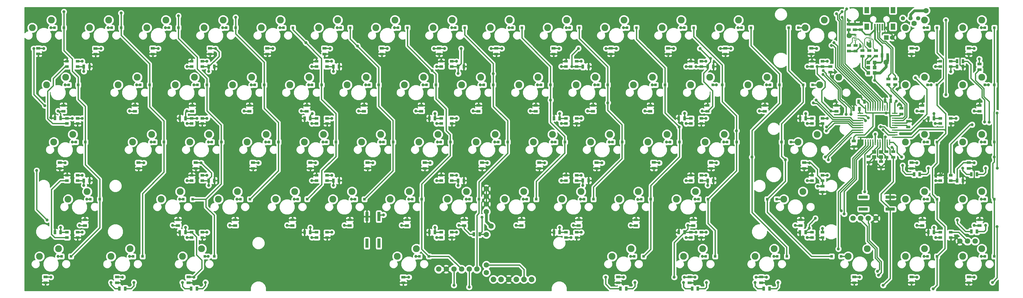
<source format=gbr>
G04 #@! TF.FileFunction,Copper,L2,Bot,Signal*
%FSLAX46Y46*%
G04 Gerber Fmt 4.6, Leading zero omitted, Abs format (unit mm)*
G04 Created by KiCad (PCBNEW 4.0.2-stable) date 7/14/2016 9:28:55 PM*
%MOMM*%
G01*
G04 APERTURE LIST*
%ADD10C,0.100000*%
%ADD11C,2.286000*%
%ADD12C,1.400000*%
%ADD13R,0.889000X1.397000*%
%ADD14R,1.397000X0.889000*%
%ADD15R,1.000000X3.100000*%
%ADD16R,3.100000X1.000000*%
%ADD17C,1.800000*%
%ADD18O,0.406400X1.899920*%
%ADD19O,1.899920X0.406400*%
%ADD20R,1.198880X1.198880*%
%ADD21R,1.300000X0.850000*%
%ADD22R,1.400000X1.200000*%
%ADD23C,1.778000*%
%ADD24C,1.879600*%
%ADD25C,1.524000*%
%ADD26R,1.524000X1.524000*%
%ADD27R,1.000000X0.290000*%
%ADD28R,1.600000X2.000000*%
%ADD29R,0.590000X2.200000*%
%ADD30R,0.900000X0.950000*%
%ADD31C,1.000000*%
%ADD32C,0.406400*%
%ADD33C,0.889000*%
%ADD34C,0.508000*%
%ADD35C,0.279400*%
%ADD36C,0.584200*%
%ADD37C,0.254000*%
G04 APERTURE END LIST*
D10*
D11*
X239048750Y-103697500D03*
X232698750Y-106237500D03*
X162848750Y-103697500D03*
X156498750Y-106237500D03*
X100931550Y-84643250D03*
X94581550Y-87183250D03*
X186658350Y-65592850D03*
X180308350Y-68132850D03*
X148557550Y-65592850D03*
X142207550Y-68132850D03*
X362873750Y-65597500D03*
X356523750Y-68137500D03*
X362873750Y-103697500D03*
X356523750Y-106237500D03*
D12*
X355635950Y-64932850D03*
X358175950Y-64932850D03*
X360715950Y-64932850D03*
D13*
X366018450Y-136292850D03*
X364113450Y-136292850D03*
X323328450Y-136292850D03*
X321423450Y-136292850D03*
X282998450Y-136292850D03*
X281093450Y-136292850D03*
X241488450Y-136292850D03*
X239583450Y-136292850D03*
X199978450Y-136292850D03*
X198073450Y-136292850D03*
X158488450Y-136292850D03*
X156583450Y-136292850D03*
X116968450Y-136292850D03*
X115063450Y-136292850D03*
X75468450Y-136292850D03*
X73563450Y-136292850D03*
X373723450Y-119052850D03*
X375628450Y-119052850D03*
D14*
X328915950Y-120950350D03*
X328915950Y-122855350D03*
D13*
X290703450Y-119052850D03*
X292608450Y-119052850D03*
X249193450Y-119032850D03*
X251098450Y-119032850D03*
X207693450Y-119052850D03*
X209598450Y-119052850D03*
X166183450Y-119052850D03*
X168088450Y-119052850D03*
X124673450Y-119052850D03*
X126578450Y-119052850D03*
X83163450Y-119052850D03*
X85068450Y-119052850D03*
X366008450Y-98292850D03*
X364103450Y-98292850D03*
X323338450Y-98292850D03*
X321433450Y-98292850D03*
X282998450Y-98292850D03*
X281093450Y-98292850D03*
X241488450Y-98292850D03*
X239583450Y-98292850D03*
X199978450Y-98292850D03*
X198073450Y-98292850D03*
X158488450Y-98292850D03*
X156583450Y-98292850D03*
X116968450Y-98302850D03*
X115063450Y-98302850D03*
X75458450Y-98232850D03*
X73553450Y-98232850D03*
X373723450Y-81052850D03*
X375628450Y-81052850D03*
D14*
X331565950Y-81050350D03*
X331565950Y-82955350D03*
D13*
X290703450Y-81052850D03*
X292608450Y-81052850D03*
X249193450Y-81052850D03*
X251098450Y-81052850D03*
X166183450Y-81052850D03*
X168088450Y-81052850D03*
X124673450Y-81052850D03*
X126578450Y-81052850D03*
X83163450Y-81052850D03*
X85068450Y-81052850D03*
D14*
X377565950Y-151170350D03*
X377565950Y-153075350D03*
X358515950Y-151170350D03*
X358515950Y-153075350D03*
X339465950Y-151170350D03*
X339465950Y-153075350D03*
X308515950Y-151170350D03*
X308515950Y-153075350D03*
X284715950Y-151170350D03*
X284715950Y-153075350D03*
X260890950Y-151170350D03*
X260890950Y-153075350D03*
X189465950Y-151220350D03*
X189465950Y-153125350D03*
X118015950Y-151170350D03*
X118015950Y-153075350D03*
X94190950Y-151170350D03*
X94190950Y-153075350D03*
X70390950Y-151170350D03*
X70390950Y-153075350D03*
X381190950Y-134025350D03*
X381190950Y-132120350D03*
X362115950Y-134025350D03*
X362115950Y-132120350D03*
X321640950Y-134025350D03*
X321640950Y-132120350D03*
X285915950Y-134025350D03*
X285915950Y-132120350D03*
X266865950Y-134025350D03*
X266865950Y-132120350D03*
X247815950Y-134025350D03*
X247815950Y-132120350D03*
X228765950Y-134025350D03*
X228765950Y-132120350D03*
X209715950Y-134025350D03*
X209715950Y-132120350D03*
X190665950Y-134025350D03*
X190665950Y-132120350D03*
X171615950Y-134025350D03*
X171615950Y-132120350D03*
X152565950Y-134025350D03*
X152565950Y-132120350D03*
X133515950Y-134025350D03*
X133515950Y-132120350D03*
X114465950Y-134025350D03*
X114465950Y-132120350D03*
X83515950Y-134025350D03*
X83515950Y-132120350D03*
X377565950Y-113070350D03*
X377565950Y-114975350D03*
X358540950Y-113070350D03*
X358540950Y-114975350D03*
X322815950Y-113070350D03*
X322815950Y-114975350D03*
X291840950Y-113070350D03*
X291840950Y-114975350D03*
X272790950Y-113020350D03*
X272790950Y-114925350D03*
X253765950Y-113070350D03*
X253765950Y-114975350D03*
X234690950Y-113070350D03*
X234690950Y-114975350D03*
X215640950Y-113070350D03*
X215640950Y-114975350D03*
X196590950Y-113070350D03*
X196590950Y-114975350D03*
X177540950Y-113070350D03*
X177540950Y-114975350D03*
X158490950Y-113070350D03*
X158490950Y-114975350D03*
X139440950Y-113070350D03*
X139440950Y-114975350D03*
X120415950Y-113070350D03*
X120415950Y-114975350D03*
X101365950Y-113070350D03*
X101365950Y-114975350D03*
X75165950Y-113070350D03*
X75165950Y-114975350D03*
X381190950Y-95925350D03*
X381190950Y-94020350D03*
X362140950Y-95925350D03*
X362140950Y-94020350D03*
X333565950Y-95925350D03*
X333565950Y-94020350D03*
X309740950Y-95925350D03*
X309740950Y-94020350D03*
X290690950Y-95925350D03*
X290690950Y-94020350D03*
X271640950Y-95925350D03*
X271640950Y-94020350D03*
X252590950Y-95925350D03*
X252590950Y-94020350D03*
X233540950Y-95925350D03*
X233540950Y-94020350D03*
X214490950Y-95925350D03*
X214490950Y-94020350D03*
X195440950Y-95925350D03*
X195440950Y-94020350D03*
X176390950Y-95925350D03*
X176390950Y-94020350D03*
X157340950Y-95925350D03*
X157340950Y-94020350D03*
X138290950Y-95925350D03*
X138290950Y-94020350D03*
X119240950Y-95925350D03*
X119240950Y-94020350D03*
X100190950Y-95925350D03*
X100190950Y-94020350D03*
X76365950Y-95925350D03*
X76365950Y-94020350D03*
X377565950Y-74970350D03*
X377565950Y-76875350D03*
X358515950Y-74970350D03*
X358515950Y-76875350D03*
X325190950Y-74970350D03*
X325190950Y-76875350D03*
X296615950Y-74970350D03*
X296615950Y-76875350D03*
X277565950Y-74970350D03*
X277565950Y-76875350D03*
X258515950Y-74970350D03*
X258515950Y-76875350D03*
X239465950Y-74970350D03*
X239465950Y-76875350D03*
X220415950Y-74970350D03*
X220415950Y-76875350D03*
X201365950Y-74970350D03*
X201365950Y-76875350D03*
X182315950Y-74970350D03*
X182315950Y-76875350D03*
X163265950Y-74970350D03*
X163265950Y-76875350D03*
X144215950Y-74970350D03*
X144215950Y-76875350D03*
X125165950Y-74970350D03*
X125165950Y-76875350D03*
X106115950Y-74970350D03*
X106115950Y-76875350D03*
X87065950Y-75020350D03*
X87065950Y-76925350D03*
X68015950Y-74960350D03*
X68015950Y-76865350D03*
D11*
X381923750Y-141797500D03*
X375573750Y-144337500D03*
X362873750Y-141797500D03*
X356523750Y-144337500D03*
X343823750Y-141797500D03*
X337473750Y-144337500D03*
X312867500Y-141797500D03*
X306517500Y-144337500D03*
X289055000Y-141797500D03*
X282705000Y-144337500D03*
X265242500Y-141797500D03*
X258892500Y-144337500D03*
X193805000Y-141797500D03*
X187455000Y-144337500D03*
X122367500Y-141797500D03*
X116017500Y-144337500D03*
X98555000Y-141797500D03*
X92205000Y-144337500D03*
X74742500Y-141797500D03*
X68392500Y-144337500D03*
X381923750Y-122747500D03*
X375573750Y-125287500D03*
X362873750Y-122747500D03*
X356523750Y-125287500D03*
X322392500Y-122747500D03*
X316042500Y-125287500D03*
X286673750Y-122747500D03*
X280323750Y-125287500D03*
X267623750Y-122747500D03*
X261273750Y-125287500D03*
X248573750Y-122747500D03*
X242223750Y-125287500D03*
X229523750Y-122747500D03*
X223173750Y-125287500D03*
X210473750Y-122747500D03*
X204123750Y-125287500D03*
X191423750Y-122747500D03*
X185073750Y-125287500D03*
X172373750Y-122747500D03*
X166023750Y-125287500D03*
X153323750Y-122747500D03*
X146973750Y-125287500D03*
X134273750Y-122747500D03*
X127923750Y-125287500D03*
X115223750Y-122747500D03*
X108873750Y-125287500D03*
X84267500Y-122747500D03*
X77917500Y-125287500D03*
X381923750Y-103697500D03*
X375573750Y-106237500D03*
X327155000Y-103697500D03*
X320805000Y-106237500D03*
X296198750Y-103697500D03*
X289848750Y-106237500D03*
X277148750Y-103697500D03*
X270798750Y-106237500D03*
X258098750Y-103697500D03*
X251748750Y-106237500D03*
X219998750Y-103697500D03*
X213648750Y-106237500D03*
X200948750Y-103697500D03*
X194598750Y-106237500D03*
X143798750Y-103697500D03*
X137448750Y-106237500D03*
X124748750Y-103697500D03*
X118398750Y-106237500D03*
X105698750Y-103697500D03*
X99348750Y-106237500D03*
X79505000Y-103697500D03*
X73155000Y-106237500D03*
X381923750Y-84647500D03*
X375573750Y-87187500D03*
X362873750Y-84647500D03*
X356523750Y-87187500D03*
X334298950Y-84643250D03*
X327948950Y-87183250D03*
X310485950Y-84643250D03*
X304135950Y-87183250D03*
X291435550Y-84643250D03*
X285085550Y-87183250D03*
X272385150Y-84643250D03*
X266035150Y-87183250D03*
X253334750Y-84643250D03*
X246984750Y-87183250D03*
X234284350Y-84643250D03*
X227934350Y-87183250D03*
X215236250Y-84647500D03*
X208886250Y-87187500D03*
X196186250Y-84647500D03*
X189836250Y-87187500D03*
X177136250Y-84647500D03*
X170786250Y-87187500D03*
X158086250Y-84647500D03*
X151736250Y-87187500D03*
X139036250Y-84647500D03*
X132686250Y-87187500D03*
X119986250Y-84647500D03*
X113636250Y-87187500D03*
X77118550Y-84643250D03*
X70768550Y-87183250D03*
X381923750Y-65597500D03*
X375573750Y-68137500D03*
X329536350Y-65592850D03*
X323186350Y-68132850D03*
X300960750Y-65592850D03*
X294610750Y-68132850D03*
X281910350Y-65592850D03*
X275560350Y-68132850D03*
X262859950Y-65592850D03*
X256509950Y-68132850D03*
X243809550Y-65592850D03*
X237459550Y-68132850D03*
X224759150Y-65592850D03*
X218409150Y-68132850D03*
X205708750Y-65592850D03*
X199358750Y-68132850D03*
X167607950Y-65592850D03*
X161257950Y-68132850D03*
X129507150Y-65592850D03*
X123157150Y-68132850D03*
X110456750Y-65592850D03*
X104106750Y-68132850D03*
X91406350Y-65592850D03*
X85056350Y-68132850D03*
X72355950Y-65592850D03*
X66005950Y-68132850D03*
D14*
X353115939Y-87075358D03*
X353115939Y-85170358D03*
X350865939Y-87075358D03*
X350865939Y-85170358D03*
D15*
X177334450Y-131032850D03*
X181334950Y-139932850D03*
X177336950Y-139932850D03*
X181334950Y-131032850D03*
D16*
X351405950Y-124571350D03*
X342505950Y-128571850D03*
X342505950Y-124573850D03*
X351405950Y-128571850D03*
D17*
X203745950Y-148572850D03*
X201205950Y-148572850D03*
X377155950Y-139252850D03*
X346675950Y-131632850D03*
X379695950Y-139252850D03*
X206285950Y-148572850D03*
X208825950Y-148572850D03*
X213905950Y-148572850D03*
X211365950Y-148572850D03*
X374615950Y-139252850D03*
X339055950Y-131632850D03*
X344135950Y-131632850D03*
X341595950Y-131632850D03*
D18*
X347260050Y-94900650D03*
X348060150Y-94900650D03*
X348860250Y-94900650D03*
X349660350Y-94900650D03*
X350460450Y-94900650D03*
X351260550Y-94900650D03*
X346459950Y-94900650D03*
X345659850Y-94900650D03*
X344859750Y-94900650D03*
X344059650Y-94900650D03*
X343259550Y-94900650D03*
X347260050Y-106330650D03*
X348060150Y-106330650D03*
X348860250Y-106330650D03*
X349660350Y-106330650D03*
X350460450Y-106330650D03*
X351260550Y-106330650D03*
X346459950Y-106330650D03*
X345659850Y-106330650D03*
X344859750Y-106330650D03*
X344059650Y-106330650D03*
X343259550Y-106330650D03*
D19*
X352975050Y-100615650D03*
X341545050Y-100615650D03*
X352975050Y-101415750D03*
X341545050Y-101415750D03*
X341545050Y-102215850D03*
X352975050Y-102215850D03*
X352975050Y-103015950D03*
X341545050Y-103015950D03*
X341545050Y-103816050D03*
X352975050Y-103816050D03*
X352975050Y-104616150D03*
X341545050Y-104616150D03*
X341545050Y-99815550D03*
X352975050Y-99815550D03*
X352975050Y-99015450D03*
X341545050Y-99015450D03*
X341545050Y-98215350D03*
X352975050Y-98215350D03*
X352975050Y-97415250D03*
X341545050Y-97415250D03*
X341545050Y-96615150D03*
X352975050Y-96615150D03*
D20*
X346264970Y-81372850D03*
X344166930Y-81372850D03*
X346264970Y-79672850D03*
X344166930Y-79672850D03*
X346264970Y-83172850D03*
X344166930Y-83172850D03*
D13*
X340973450Y-92752850D03*
X342878450Y-92752850D03*
D14*
X350195950Y-109390350D03*
X350195950Y-111295350D03*
X339345950Y-105860350D03*
X339345950Y-107765350D03*
D13*
X351628450Y-92512850D03*
X349723450Y-92512850D03*
X311278450Y-155032850D03*
X309373450Y-155032850D03*
X287458450Y-155042850D03*
X285553450Y-155042850D03*
X263638450Y-155032850D03*
X261733450Y-155032850D03*
X120768450Y-155032850D03*
X118863450Y-155032850D03*
X96928439Y-155042858D03*
X95023439Y-155042858D03*
X380328450Y-135982850D03*
X378423450Y-135982850D03*
X380318450Y-116942850D03*
X378413450Y-116942850D03*
X361278450Y-116932850D03*
X359373450Y-116932850D03*
D14*
X337655950Y-68785350D03*
X337655950Y-66880350D03*
X339675950Y-68785350D03*
X339675950Y-66880350D03*
X355135950Y-96875350D03*
X355135950Y-94970350D03*
D21*
X368115950Y-119047850D03*
X368115950Y-117297850D03*
X371615950Y-117297850D03*
X371615950Y-119047850D03*
X325435950Y-119047850D03*
X325435950Y-117297850D03*
X328935950Y-117297850D03*
X328935950Y-119047850D03*
X285105950Y-119047850D03*
X285105950Y-117297850D03*
X288605950Y-117297850D03*
X288605950Y-119047850D03*
X243595950Y-119047850D03*
X243595950Y-117297850D03*
X247095950Y-117297850D03*
X247095950Y-119047850D03*
X202085950Y-119047850D03*
X202085950Y-117297850D03*
X205585950Y-117297850D03*
X205585950Y-119047850D03*
X247095950Y-98297850D03*
X247095950Y-100047850D03*
X243595950Y-100047850D03*
X243595950Y-98297850D03*
X285100950Y-81047850D03*
X285100950Y-79297850D03*
X288600950Y-79297850D03*
X288600950Y-81047850D03*
X160579950Y-81047850D03*
X160579950Y-79297850D03*
X164079950Y-79297850D03*
X164079950Y-81047850D03*
X77565950Y-81047850D03*
X77565950Y-79297850D03*
X81065950Y-79297850D03*
X81065950Y-81047850D03*
X160585950Y-119047850D03*
X160585950Y-117297850D03*
X164085950Y-117297850D03*
X164085950Y-119047850D03*
X119065950Y-119047850D03*
X119065950Y-117297850D03*
X122565950Y-117297850D03*
X122565950Y-119047850D03*
X77565950Y-119047850D03*
X77565950Y-117297850D03*
X81065950Y-117297850D03*
X81065950Y-119047850D03*
X371615950Y-98297850D03*
X371615950Y-100047850D03*
X368115950Y-100047850D03*
X368115950Y-98297850D03*
X328935950Y-98297850D03*
X328935950Y-100047850D03*
X325435950Y-100047850D03*
X325435950Y-98297850D03*
X288605950Y-98297850D03*
X288605950Y-100047850D03*
X285105950Y-100047850D03*
X285105950Y-98297850D03*
X205585950Y-98297850D03*
X205585950Y-100047850D03*
X202085950Y-100047850D03*
X202085950Y-98297850D03*
X164085950Y-98297850D03*
X164085950Y-100047850D03*
X160585950Y-100047850D03*
X160585950Y-98297850D03*
X122565950Y-98297850D03*
X122565950Y-100047850D03*
X119065950Y-100047850D03*
X119065950Y-98297850D03*
X81065950Y-98297850D03*
X81065950Y-100047850D03*
X77565950Y-100047850D03*
X77565950Y-98297850D03*
X368115950Y-81047850D03*
X368115950Y-79297850D03*
X371615950Y-79297850D03*
X371615950Y-81047850D03*
X325427950Y-81047850D03*
X325427950Y-79297850D03*
X328927950Y-79297850D03*
X328927950Y-81047850D03*
X243593950Y-81047850D03*
X243593950Y-79297850D03*
X247093950Y-79297850D03*
X247093950Y-81047850D03*
X202086950Y-81047850D03*
X202086950Y-79297850D03*
X205586950Y-79297850D03*
X205586950Y-81047850D03*
X119072950Y-81047850D03*
X119072950Y-79297850D03*
X122572950Y-79297850D03*
X122572950Y-81047850D03*
D22*
X348390050Y-109525650D03*
X346090050Y-109525650D03*
X348390050Y-111225650D03*
X346090050Y-111225650D03*
D23*
X217085950Y-149742850D03*
X217085950Y-147202850D03*
X217085950Y-137042850D03*
X217085950Y-129422850D03*
X217085950Y-126882850D03*
X217085950Y-124342850D03*
X217085950Y-121802850D03*
D24*
X219426950Y-151972850D03*
X221966950Y-151972850D03*
X224506950Y-151972850D03*
X227046950Y-151972850D03*
X229586950Y-151972850D03*
X232126950Y-151972850D03*
D25*
X352135950Y-71392850D03*
D26*
X350135950Y-71392850D03*
D13*
X212953450Y-136912850D03*
X214858450Y-136912850D03*
X341188450Y-95162850D03*
X339283450Y-95162850D03*
D14*
X352425950Y-109390350D03*
X352425950Y-111295350D03*
X344275950Y-111070350D03*
X344275950Y-112975350D03*
X348385950Y-112690350D03*
X348385950Y-114595350D03*
X357445950Y-101175350D03*
X357445950Y-99270350D03*
D13*
X373723450Y-79252850D03*
X375628450Y-79252850D03*
D14*
X381135950Y-80200350D03*
X381135950Y-82105350D03*
X337685950Y-75915350D03*
X337685950Y-74010350D03*
X339935950Y-75915350D03*
X339935950Y-74010350D03*
X344465950Y-75720350D03*
X344465950Y-77625350D03*
X346715950Y-75720350D03*
X346715950Y-77625350D03*
X342215950Y-75720350D03*
X342215950Y-77625350D03*
D21*
X81065950Y-136297850D03*
X81065950Y-138047850D03*
X77565950Y-138047850D03*
X77565950Y-136297850D03*
X122565950Y-136297850D03*
X122565950Y-138047850D03*
X119065950Y-138047850D03*
X119065950Y-136297850D03*
X164085950Y-136297850D03*
X164085950Y-138047850D03*
X160585950Y-138047850D03*
X160585950Y-136297850D03*
X205585950Y-136297850D03*
X205585950Y-138047850D03*
X202085950Y-138047850D03*
X202085950Y-136297850D03*
X247095950Y-136297850D03*
X247095950Y-138047850D03*
X243595950Y-138047850D03*
X243595950Y-136297850D03*
X288605950Y-136297850D03*
X288605950Y-138047850D03*
X285105950Y-138047850D03*
X285105950Y-136297850D03*
X328935950Y-136297850D03*
X328935950Y-138047850D03*
X325435950Y-138047850D03*
X325435950Y-136297850D03*
X371615950Y-136297850D03*
X371615950Y-138047850D03*
X368115950Y-138047850D03*
X368115950Y-136297850D03*
D13*
X350618450Y-77362850D03*
X348713450Y-77362850D03*
D11*
X181898750Y-103697500D03*
X175548750Y-106237500D03*
D13*
X207683450Y-81052850D03*
X209588450Y-81052850D03*
D27*
X344765950Y-70372850D03*
X344765950Y-70872850D03*
X339865950Y-71372850D03*
X344765950Y-71872850D03*
X344765950Y-72372850D03*
X339865950Y-72372850D03*
X339865950Y-71872850D03*
X344765950Y-71372850D03*
X339865950Y-70872850D03*
X339865950Y-70372850D03*
D28*
X352345950Y-62262850D03*
X343645950Y-62262850D03*
X343645950Y-67762850D03*
X352345950Y-67762850D03*
D29*
X347995950Y-67962850D03*
X347195850Y-67962850D03*
X346395750Y-67962850D03*
X348795950Y-67962850D03*
X349595950Y-67962850D03*
D14*
X341675950Y-68785350D03*
X341675950Y-66880350D03*
D30*
X73373450Y-68132850D03*
X76523450Y-68132850D03*
X92408450Y-68112850D03*
X95558450Y-68112850D03*
X111468450Y-68092850D03*
X114618450Y-68092850D03*
X130508450Y-68102850D03*
X133658450Y-68102850D03*
X149563450Y-68107850D03*
X152713450Y-68107850D03*
X168613450Y-68107850D03*
X171763450Y-68107850D03*
X187663450Y-68107850D03*
X190813450Y-68107850D03*
X206713450Y-68107850D03*
X209863450Y-68107850D03*
X225763450Y-68107850D03*
X228913450Y-68107850D03*
X244813450Y-68107850D03*
X247963450Y-68107850D03*
X263858450Y-68092850D03*
X267008450Y-68092850D03*
X282913450Y-68107850D03*
X286063450Y-68107850D03*
X301963450Y-68107850D03*
X305113450Y-68107850D03*
X320838450Y-68082850D03*
X317688450Y-68082850D03*
X363888450Y-68107850D03*
X367038450Y-68107850D03*
X382938450Y-68112850D03*
X386088450Y-68112850D03*
X78128450Y-87162850D03*
X81278450Y-87162850D03*
X101928450Y-87152850D03*
X105078450Y-87152850D03*
X120978450Y-87162850D03*
X124128450Y-87162850D03*
X140028450Y-87162850D03*
X143178450Y-87162850D03*
X159108450Y-87162850D03*
X162258450Y-87162850D03*
X178128450Y-87172850D03*
X181278450Y-87172850D03*
X197178450Y-87172850D03*
X200328450Y-87172850D03*
X216228450Y-87132850D03*
X219378450Y-87132850D03*
X235288450Y-87152850D03*
X238438450Y-87152850D03*
X254328450Y-87142850D03*
X257478450Y-87142850D03*
X273398450Y-87152850D03*
X276548450Y-87152850D03*
X292418450Y-87152850D03*
X295568450Y-87152850D03*
X311478450Y-87132850D03*
X314628450Y-87132850D03*
X325598450Y-87152850D03*
X322448450Y-87152850D03*
X363888450Y-87172850D03*
X367038450Y-87172850D03*
X382948450Y-87182850D03*
X386098450Y-87182850D03*
X80518450Y-106222850D03*
X83668450Y-106222850D03*
X106688450Y-106212850D03*
X109838450Y-106212850D03*
X125748450Y-106212850D03*
X128898450Y-106212850D03*
X144788450Y-106212850D03*
X147938450Y-106212850D03*
X163868450Y-106212850D03*
X167018450Y-106212850D03*
X182898450Y-106212850D03*
X186048450Y-106212850D03*
X201948450Y-106212850D03*
X205098450Y-106212850D03*
X221018450Y-106212850D03*
X224168450Y-106212850D03*
X240048450Y-106222850D03*
X243198450Y-106222850D03*
X259098450Y-106192850D03*
X262248450Y-106192850D03*
X278168450Y-106212850D03*
X281318450Y-106212850D03*
X297198450Y-106212850D03*
X300348450Y-106212850D03*
X318458450Y-106212850D03*
X315308450Y-106212850D03*
X363878450Y-106222850D03*
X367028450Y-106222850D03*
X382928450Y-106222850D03*
X386078450Y-106222850D03*
X85308450Y-125262850D03*
X88458450Y-125262850D03*
X116228450Y-125272850D03*
X119378450Y-125272850D03*
X135278450Y-125242850D03*
X138428450Y-125242850D03*
X154328450Y-125232850D03*
X157478450Y-125232850D03*
X173398450Y-125262850D03*
X176548450Y-125262850D03*
X192428450Y-125262850D03*
X195578450Y-125262850D03*
X211508450Y-125262850D03*
X214658450Y-125262850D03*
X230538450Y-125272850D03*
X233688450Y-125272850D03*
X249588450Y-125262850D03*
X252738450Y-125262850D03*
X268628450Y-125262850D03*
X271778450Y-125262850D03*
X287688450Y-125262850D03*
X290838450Y-125262850D03*
X313688450Y-125242850D03*
X310538450Y-125242850D03*
X363888450Y-125232850D03*
X367038450Y-125232850D03*
X382938450Y-125272850D03*
X386088450Y-125272850D03*
X75758450Y-144302850D03*
X78908450Y-144302850D03*
X99568450Y-144302850D03*
X102718450Y-144302850D03*
X123398450Y-144312850D03*
X126548450Y-144312850D03*
X194818450Y-144302850D03*
X197968450Y-144302850D03*
X266248450Y-144292850D03*
X269398450Y-144292850D03*
X290078450Y-144312850D03*
X293228450Y-144312850D03*
X313878450Y-144312850D03*
X317028450Y-144312850D03*
X335128450Y-144302850D03*
X331978450Y-144302850D03*
X363878450Y-144302850D03*
X367028450Y-144302850D03*
X382928450Y-144302850D03*
X386078450Y-144302850D03*
D31*
X366015950Y-134692850D03*
X326555950Y-131632850D03*
X324475950Y-134882850D03*
X350125950Y-96542850D03*
X366015950Y-96682850D03*
D23*
X350115950Y-79602850D03*
D31*
X352035950Y-107972850D03*
X349795950Y-104482850D03*
D23*
X363395950Y-62422850D03*
X359435950Y-66702850D03*
D31*
X327175950Y-81052850D03*
X351635950Y-90872850D03*
X346255950Y-85622850D03*
X208685950Y-75047850D03*
X199645950Y-75052850D03*
X218675950Y-75042850D03*
X279575950Y-151247850D03*
X306795950Y-151242850D03*
X282985950Y-151252850D03*
D23*
X218645950Y-134242850D03*
D31*
X291635950Y-78352850D03*
X288175950Y-75052850D03*
X294985950Y-75052850D03*
X245525950Y-81052850D03*
X247715950Y-75032850D03*
X256895950Y-75052850D03*
X371615950Y-82742850D03*
D23*
X337795950Y-70732850D03*
D31*
X79315950Y-98292850D03*
X120815950Y-98302850D03*
X159155950Y-96682850D03*
X199975950Y-96682850D03*
X241485950Y-96682850D03*
X282995950Y-96672850D03*
X323335950Y-96682850D03*
X327315950Y-120952850D03*
X290705950Y-120662850D03*
X249195950Y-120642850D03*
X207695950Y-120662850D03*
X166185950Y-120662850D03*
X124675950Y-120662850D03*
X83165950Y-120672850D03*
X75465950Y-134682850D03*
X116975950Y-134682850D03*
X158485950Y-134682850D03*
X199975950Y-134682850D03*
X241485950Y-134682850D03*
X286855950Y-136292850D03*
X286855950Y-81052850D03*
X207695950Y-83382850D03*
X166185950Y-82662850D03*
X124675950Y-82662850D03*
X83155950Y-82662850D03*
X379385950Y-151252850D03*
X360335950Y-151252850D03*
X341285950Y-151252850D03*
X310325950Y-151252850D03*
X286515950Y-151252850D03*
X262705950Y-151252850D03*
X191265950Y-151252850D03*
X119825950Y-151252850D03*
X96015950Y-151252850D03*
X72205950Y-151252850D03*
X379375950Y-133942850D03*
X360325950Y-133942850D03*
X319845950Y-133942850D03*
X284125950Y-133942850D03*
X265075950Y-133942850D03*
X246025950Y-133942850D03*
X226975950Y-133942850D03*
X207925950Y-133942850D03*
X188875950Y-133942850D03*
X169825950Y-133942850D03*
X150775950Y-133942850D03*
X131725950Y-133942850D03*
X112675950Y-133942850D03*
X81715950Y-133942850D03*
X379385950Y-113152850D03*
X360335950Y-113152850D03*
X324615950Y-113152850D03*
X293655950Y-113152850D03*
X274605950Y-113152850D03*
X255555950Y-113152850D03*
X236505950Y-113152850D03*
X217455950Y-113152850D03*
X198405950Y-113152850D03*
X179355950Y-113152850D03*
X160305950Y-113152850D03*
X141255950Y-113152850D03*
X122205950Y-113152850D03*
X103155950Y-113152850D03*
X76965950Y-113152850D03*
X379375950Y-95842850D03*
X360325950Y-95842850D03*
X331745950Y-95842850D03*
X307935950Y-95842850D03*
X288885950Y-95842850D03*
X269835950Y-95842850D03*
X250785950Y-95842850D03*
X231735950Y-95842850D03*
X212685950Y-95842850D03*
X193635950Y-95842850D03*
X174585950Y-95842850D03*
X155535950Y-95842850D03*
X136485950Y-95842850D03*
X117435950Y-95842850D03*
X98385950Y-95842850D03*
X74575950Y-95842850D03*
X379385950Y-75052850D03*
X360325950Y-75052850D03*
X326995950Y-75052850D03*
X298415950Y-75052850D03*
X279365950Y-75052850D03*
X260315950Y-75052850D03*
X241265950Y-75052850D03*
X222215950Y-75052850D03*
X203165950Y-75052850D03*
X184115950Y-75052850D03*
X165065950Y-75052850D03*
X146015950Y-75052850D03*
X126965950Y-75052850D03*
X107915950Y-75052850D03*
X88865950Y-75042850D03*
X69815950Y-75052850D03*
X362615950Y-136042850D03*
X341535950Y-90852850D03*
X335765950Y-91402850D03*
X349735950Y-90882850D03*
X298415950Y-81102850D03*
X294005950Y-81032850D03*
X117305950Y-79292850D03*
X72115950Y-98102850D03*
X79455950Y-100052850D03*
X377105950Y-81142850D03*
D23*
X342995950Y-64992850D03*
X348205950Y-65092850D03*
D31*
X344765950Y-74262850D03*
X341545950Y-74282850D03*
X350585950Y-114922850D03*
X354515950Y-93542850D03*
X366525950Y-117292850D03*
X377025950Y-119042850D03*
X373715950Y-100052850D03*
X377905950Y-92462850D03*
X359205950Y-99142850D03*
X362715950Y-99142850D03*
X366555950Y-79302850D03*
X379375950Y-152992850D03*
X360325950Y-152992850D03*
X341275950Y-152992850D03*
X310315950Y-152992850D03*
X286505950Y-152992850D03*
X262695950Y-152992850D03*
X191255950Y-152992850D03*
X119815950Y-152992850D03*
X96005950Y-152992850D03*
X72185950Y-152992850D03*
X379385950Y-132202850D03*
X360335950Y-132202850D03*
X319845950Y-132202850D03*
X284135950Y-132202850D03*
X265085950Y-132202850D03*
X246035950Y-132202850D03*
X226985950Y-132202850D03*
X207935950Y-132202850D03*
X188885950Y-132202850D03*
X169825950Y-132202850D03*
X150785950Y-132202850D03*
X131735950Y-132202850D03*
X112685950Y-132202850D03*
X81725950Y-132202850D03*
X379375950Y-114892850D03*
X360325950Y-114892850D03*
X324605950Y-114892850D03*
X293645950Y-114892850D03*
X274595950Y-114892850D03*
X255545950Y-114892850D03*
X236495950Y-114892850D03*
X217445950Y-114892850D03*
X198395950Y-114892850D03*
X179345950Y-114892850D03*
X160295950Y-114892850D03*
X141245950Y-114892850D03*
X122195950Y-114892850D03*
X103145950Y-114892850D03*
X76955950Y-114892850D03*
X379385950Y-94102850D03*
X360335950Y-94102850D03*
X331755950Y-94102850D03*
X307945950Y-94102850D03*
X288895950Y-94102850D03*
X269845950Y-94102850D03*
X250795950Y-94102850D03*
X231745950Y-94102850D03*
X212695950Y-94102850D03*
X193645950Y-94102850D03*
X174595950Y-94102850D03*
X155545950Y-94102850D03*
X136495950Y-94102850D03*
X117445950Y-94102850D03*
X98395950Y-94102850D03*
X74575950Y-94102850D03*
X379375950Y-76792850D03*
X360325950Y-76792850D03*
X326985950Y-76792850D03*
X298415950Y-76792850D03*
X279365950Y-76792850D03*
X260315950Y-76792850D03*
X241265950Y-76792850D03*
X222215950Y-76792850D03*
X203165950Y-76792850D03*
X184115950Y-76792850D03*
X165065950Y-76792850D03*
X146015950Y-76792850D03*
X126965950Y-76792850D03*
X107915950Y-76802850D03*
X88865950Y-76802850D03*
X69815950Y-76792850D03*
X72220000Y-68130000D03*
X110310000Y-68120000D03*
X148410000Y-68130000D03*
X76525950Y-62782850D03*
X336965950Y-61862850D03*
X167460000Y-68130000D03*
X186500000Y-68130000D03*
X205560000Y-68130000D03*
X224610000Y-68130000D03*
X243660000Y-68130000D03*
X95545950Y-63222850D03*
X335425950Y-62782850D03*
X262700000Y-68130000D03*
X281750000Y-68130000D03*
X300810000Y-68130000D03*
X114635950Y-64142850D03*
X333575950Y-63462850D03*
X362730000Y-68140000D03*
X381780000Y-68130000D03*
X76970000Y-87180000D03*
X100770000Y-87180000D03*
X119820000Y-87180000D03*
X133665950Y-64652850D03*
X335415950Y-64662850D03*
X138870000Y-87180000D03*
X157950000Y-87190000D03*
X176970000Y-87190000D03*
X196020000Y-87190000D03*
X332765950Y-73112850D03*
X157035950Y-73112850D03*
X215060000Y-87180000D03*
X234130000Y-87190000D03*
X253170000Y-87180000D03*
X272240000Y-87180000D03*
X174225950Y-74172850D03*
X331895950Y-74022850D03*
X293580000Y-87180000D03*
X310320000Y-87180000D03*
X365050000Y-87190000D03*
X384110000Y-87190000D03*
X199035950Y-82452850D03*
X329175950Y-82422850D03*
X338375950Y-96972850D03*
X348245950Y-101162850D03*
X79350000Y-106230000D03*
X105530000Y-106230000D03*
X124590000Y-106230000D03*
X143630000Y-106240000D03*
X329125950Y-83672850D03*
X219365950Y-83452850D03*
X336755950Y-97012850D03*
X349055950Y-102142850D03*
X162710000Y-106240000D03*
X181740000Y-106230000D03*
X200790000Y-106240000D03*
X219860000Y-106240000D03*
X238445950Y-92232850D03*
X326785950Y-92222850D03*
X238890000Y-106230000D03*
X257940000Y-106240000D03*
X277010000Y-106230000D03*
X296040000Y-106230000D03*
X325875950Y-93152850D03*
X257475950Y-93142850D03*
X362720000Y-106240000D03*
X381770000Y-106240000D03*
X84150000Y-125290000D03*
X330235950Y-101202850D03*
X281275950Y-101222850D03*
X115060000Y-125290000D03*
X134130000Y-125280000D03*
X153170000Y-125290000D03*
X172240000Y-125290000D03*
X191280000Y-125280000D03*
X330225950Y-102502850D03*
X300325950Y-102442850D03*
X210350000Y-125290000D03*
X229380000Y-125280000D03*
X248440000Y-125290000D03*
X267470000Y-125300000D03*
X286530000Y-125280000D03*
X329855950Y-111222850D03*
X305435950Y-111222850D03*
X362730000Y-125290000D03*
X381780000Y-125280000D03*
X316565950Y-112172850D03*
X330845950Y-112172850D03*
X74600000Y-144330000D03*
X98410000Y-144330000D03*
X124560000Y-144330000D03*
X193660000Y-144340000D03*
X265090000Y-144340000D03*
X211365950Y-154552850D03*
X365735950Y-155182850D03*
X288920000Y-144330000D03*
X312720000Y-144340000D03*
X362730000Y-144340000D03*
X381760000Y-144330000D03*
X355285950Y-111202850D03*
X386075950Y-111212850D03*
X206285950Y-153962850D03*
X349105950Y-153962850D03*
X384335950Y-99632850D03*
X343215950Y-99122850D03*
X382865950Y-99492850D03*
X344145950Y-98162850D03*
X347205950Y-149342850D03*
X336155950Y-130162850D03*
X347565950Y-150542850D03*
X335145950Y-129192850D03*
X359855950Y-84772850D03*
X342955950Y-122792850D03*
X346445950Y-103552850D03*
X369945950Y-90462850D03*
X369955950Y-65602850D03*
X353465950Y-92592850D03*
X215635950Y-131232850D03*
X182895950Y-130482850D03*
X334205950Y-141822850D03*
X91250000Y-68130000D03*
X129350000Y-68130000D03*
X70195950Y-94092850D03*
X66515950Y-75042850D03*
X381115950Y-78512850D03*
X383185950Y-114902850D03*
X387055950Y-114902850D03*
X386995950Y-96512850D03*
X70945950Y-132192850D03*
X67465950Y-115692850D03*
X355585950Y-113992850D03*
X375565950Y-114892850D03*
X364135950Y-114902850D03*
X373795950Y-132202850D03*
X383195950Y-133942850D03*
X385435950Y-152992850D03*
X386985950Y-134422850D03*
X92195950Y-152992850D03*
X115965950Y-152992850D03*
X99815950Y-153002850D03*
X123625950Y-153012850D03*
X256755950Y-151242850D03*
X282695950Y-152992850D03*
X266505950Y-153002850D03*
X306515950Y-153002850D03*
X290325950Y-153002850D03*
X314135950Y-153002850D03*
X117515950Y-81052850D03*
X82625950Y-79292850D03*
X159025950Y-81042850D03*
X124135950Y-79302850D03*
X200535950Y-81052850D03*
X165635950Y-79292850D03*
X242025950Y-81042850D03*
X207145950Y-79302850D03*
X283535950Y-81042850D03*
X248655950Y-79302850D03*
X290155950Y-79292850D03*
X323865950Y-81042850D03*
X366545950Y-81052850D03*
X330495950Y-79292850D03*
X117505950Y-119042850D03*
X82625950Y-117302850D03*
X159025950Y-119042850D03*
X124125950Y-117302850D03*
X82625950Y-98292850D03*
X117505950Y-100042850D03*
X124135950Y-98292850D03*
X159025950Y-100052850D03*
X165655950Y-98292850D03*
X200525950Y-100052850D03*
X207145950Y-98292850D03*
X242045950Y-100042850D03*
X248655950Y-98302850D03*
X283545950Y-100042850D03*
X290175950Y-98292850D03*
X323875950Y-100042850D03*
X366425950Y-100052850D03*
X330505950Y-98302850D03*
X378705950Y-100432850D03*
X373405950Y-98292850D03*
X200525950Y-119052850D03*
X165645950Y-117302850D03*
X242035950Y-119052850D03*
X207145950Y-117292850D03*
X283545950Y-119052850D03*
X248655950Y-117292850D03*
X323875950Y-119042850D03*
X290175950Y-117292850D03*
X330525950Y-117302850D03*
X366555950Y-119042850D03*
X82635950Y-136302850D03*
X117505950Y-138052850D03*
X124135950Y-136292850D03*
X159035950Y-138042850D03*
X165645950Y-136302850D03*
X200525950Y-138052850D03*
X207165950Y-136292850D03*
X245305950Y-138042850D03*
X248665950Y-136292850D03*
X283545950Y-138042850D03*
X290185950Y-136302850D03*
X323875950Y-138042850D03*
X366555950Y-138042850D03*
X328945950Y-134962850D03*
D32*
X120665950Y-143032850D02*
X120665950Y-143815950D01*
X120665950Y-143032850D02*
X120665950Y-137897850D01*
X119065950Y-136297850D02*
X120665950Y-137897850D01*
X122420000Y-145570000D02*
X122420000Y-148388800D01*
X120665950Y-143815950D02*
X122420000Y-145570000D01*
X366018450Y-134695350D02*
X366015950Y-134692850D01*
X366018450Y-134695350D02*
X366018450Y-136292850D01*
X209715950Y-134025350D02*
X209715950Y-135062850D01*
X211565950Y-136912850D02*
X212953450Y-136912850D01*
X209715950Y-135062850D02*
X211565950Y-136912850D01*
X324475950Y-133712850D02*
X326555950Y-131632850D01*
X324475950Y-134882850D02*
X323328450Y-136030350D01*
X324475950Y-134882850D02*
X324475950Y-133712850D01*
X350125950Y-96542850D02*
X350125950Y-96452850D01*
X366008450Y-96690350D02*
X366015950Y-96682850D01*
X366008450Y-98292850D02*
X366008450Y-96690350D01*
X341545050Y-103816050D02*
X342862750Y-103816050D01*
X345705950Y-100972850D02*
X345705950Y-96452850D01*
X342862750Y-103816050D02*
X345705950Y-100972850D01*
X343259550Y-94900650D02*
X343259550Y-96266450D01*
X343259550Y-96266450D02*
X343445950Y-96452850D01*
X343445950Y-96452850D02*
X345705950Y-96452850D01*
X345705950Y-96452850D02*
X350125950Y-96452850D01*
X350125950Y-96452850D02*
X351260550Y-96452850D01*
X124673450Y-119052850D02*
X124673450Y-118555350D01*
X124673450Y-118555350D02*
X125615950Y-117612850D01*
X125615950Y-116562850D02*
X122205950Y-113152850D01*
X125615950Y-117612850D02*
X125615950Y-116562850D01*
X290703450Y-81052850D02*
X290703450Y-81935350D01*
X292365950Y-94250350D02*
X290690950Y-95925350D01*
X292365950Y-89102850D02*
X292365950Y-94250350D01*
X289345950Y-86082850D02*
X292365950Y-89102850D01*
X289345950Y-83292850D02*
X289345950Y-86082850D01*
X290703450Y-81935350D02*
X289345950Y-83292850D01*
X119825950Y-151252850D02*
X119825950Y-150982850D01*
X119825950Y-150982850D02*
X122420000Y-148388800D01*
X124673450Y-81052850D02*
X124745950Y-81052850D01*
X124745950Y-81052850D02*
X128155950Y-77642850D01*
X128155950Y-76242850D02*
X126965950Y-75052850D01*
X128155950Y-77642850D02*
X128155950Y-76242850D01*
D33*
X348095950Y-83172850D02*
X346264970Y-83172850D01*
X350115950Y-81152850D02*
X348095950Y-83172850D01*
X350115950Y-79602850D02*
X350115950Y-81152850D01*
X350618450Y-77362850D02*
X350618450Y-79100350D01*
X350618450Y-79100350D02*
X350115950Y-79602850D01*
D32*
X352425950Y-108362850D02*
X352035950Y-107972850D01*
X352425950Y-109390350D02*
X352425950Y-108362850D01*
X349795950Y-104482850D02*
X349660350Y-104482850D01*
X349660350Y-104482850D02*
X349795950Y-104482850D01*
X349795950Y-104482850D02*
X349660350Y-104482850D01*
D33*
X358175950Y-64932850D02*
X358175950Y-63712850D01*
X359465950Y-62422850D02*
X363395950Y-62422850D01*
X358175950Y-63712850D02*
X359465950Y-62422850D01*
D32*
X324615950Y-113152850D02*
X325015950Y-113152850D01*
X327185950Y-117297850D02*
X328935950Y-119047850D01*
X327185950Y-115322850D02*
X327185950Y-117297850D01*
X325015950Y-113152850D02*
X327185950Y-115322850D01*
X327175950Y-81052850D02*
X327175950Y-83432850D01*
X327180950Y-81047850D02*
X327175950Y-81052850D01*
X328927950Y-81047850D02*
X327180950Y-81047850D01*
X328655950Y-92752850D02*
X331745950Y-95842850D01*
X328655950Y-89002850D02*
X328655950Y-92752850D01*
X329775950Y-87882850D02*
X328655950Y-89002850D01*
X329775950Y-86032850D02*
X329775950Y-87882850D01*
X327175950Y-83432850D02*
X329775950Y-86032850D01*
X346255950Y-85622850D02*
X346385950Y-85622850D01*
X346385950Y-85622850D02*
X351635950Y-90872850D01*
X351628450Y-90880350D02*
X351628450Y-92512850D01*
X351628450Y-90880350D02*
X351635950Y-90872850D01*
X346264970Y-83172850D02*
X346264970Y-85613830D01*
X346264970Y-85613830D02*
X346255950Y-85622850D01*
X373723450Y-119052850D02*
X373723450Y-115175350D01*
X375828450Y-113070350D02*
X377565950Y-113070350D01*
X373723450Y-115175350D02*
X375828450Y-113070350D01*
X208685950Y-75047850D02*
X208685950Y-80050350D01*
X208685950Y-80050350D02*
X207683450Y-81052850D01*
X201283450Y-75052850D02*
X199645950Y-75052850D01*
X201283450Y-75052850D02*
X201365950Y-74970350D01*
X220343450Y-75042850D02*
X218675950Y-75042850D01*
X220343450Y-75042850D02*
X220415950Y-74970350D01*
X279575950Y-151247850D02*
X279575950Y-139715350D01*
X279575950Y-139715350D02*
X282998450Y-136292850D01*
X308443450Y-151242850D02*
X306795950Y-151242850D01*
X308443450Y-151242850D02*
X308515950Y-151170350D01*
X284633450Y-151252850D02*
X282985950Y-151252850D01*
X284633450Y-151252850D02*
X284715950Y-151170350D01*
D33*
X217085950Y-129422850D02*
X217085950Y-132682850D01*
X217085950Y-132682850D02*
X218645950Y-134242850D01*
D32*
X291635950Y-78352850D02*
X291475950Y-78352850D01*
X290703450Y-80365350D02*
X291635950Y-79432850D01*
X291635950Y-79432850D02*
X291635950Y-78352850D01*
X291475950Y-78352850D02*
X288175950Y-75052850D01*
X296533450Y-75052850D02*
X294985950Y-75052850D01*
X296533450Y-75052850D02*
X296615950Y-74970350D01*
X245525950Y-81052850D02*
X245525950Y-77222850D01*
X245530950Y-81047850D02*
X245525950Y-81052850D01*
X247093950Y-81047850D02*
X245530950Y-81047850D01*
X245525950Y-77222850D02*
X247715950Y-75032850D01*
X258433450Y-75052850D02*
X256895950Y-75052850D01*
X258433450Y-75052850D02*
X258515950Y-74970350D01*
X220343450Y-75042850D02*
X220415950Y-74970350D01*
X201303450Y-75032850D02*
X201365950Y-74970350D01*
X290703450Y-81052850D02*
X290703450Y-80365350D01*
X371615950Y-81047850D02*
X371615950Y-82742850D01*
D34*
X337985950Y-70372850D02*
X337985950Y-70542850D01*
X337985950Y-70542850D02*
X337795950Y-70732850D01*
X337655950Y-68785350D02*
X337655950Y-70042850D01*
X337985950Y-70372850D02*
X339865950Y-70372850D01*
X337655950Y-70042850D02*
X337985950Y-70372850D01*
D35*
X339865950Y-70872850D02*
X339865950Y-70372850D01*
D32*
X349660350Y-106330650D02*
X349660350Y-104482850D01*
X77565950Y-98297850D02*
X79310950Y-98297850D01*
X79310950Y-98297850D02*
X79315950Y-98292850D01*
X75458450Y-98232850D02*
X75458450Y-96725350D01*
X75458450Y-96725350D02*
X74575950Y-95842850D01*
X77565950Y-98297850D02*
X75523450Y-98297850D01*
X75523450Y-98297850D02*
X75458450Y-98232850D01*
X119065950Y-98297850D02*
X120810950Y-98297850D01*
X120810950Y-98297850D02*
X120815950Y-98302850D01*
X116968450Y-98302850D02*
X116968450Y-96310350D01*
X116968450Y-96310350D02*
X117435950Y-95842850D01*
X119065950Y-98297850D02*
X116973450Y-98297850D01*
X116973450Y-98297850D02*
X116968450Y-98302850D01*
X158488450Y-98292850D02*
X158488450Y-97350350D01*
X158488450Y-97350350D02*
X159155950Y-96682850D01*
X160585950Y-98297850D02*
X158493450Y-98297850D01*
X158493450Y-98297850D02*
X158488450Y-98292850D01*
X199978450Y-98292850D02*
X199978450Y-96685350D01*
X199978450Y-96685350D02*
X199975950Y-96682850D01*
X202085950Y-98297850D02*
X199983450Y-98297850D01*
X199983450Y-98297850D02*
X199978450Y-98292850D01*
X241488450Y-98292850D02*
X241488450Y-96685350D01*
X241488450Y-96685350D02*
X241485950Y-96682850D01*
X243595950Y-98297850D02*
X241493450Y-98297850D01*
X241493450Y-98297850D02*
X241488450Y-98292850D01*
X282998450Y-98292850D02*
X282998450Y-96675350D01*
X282998450Y-96675350D02*
X282995950Y-96672850D01*
X285105950Y-98297850D02*
X283003450Y-98297850D01*
X283003450Y-98297850D02*
X282998450Y-98292850D01*
X323338450Y-98292850D02*
X323338450Y-96685350D01*
X323338450Y-96685350D02*
X323335950Y-96682850D01*
X325435950Y-98297850D02*
X323343450Y-98297850D01*
X323343450Y-98297850D02*
X323338450Y-98292850D01*
X328915950Y-120950350D02*
X327318450Y-120950350D01*
X327318450Y-120950350D02*
X327315950Y-120952850D01*
X328935950Y-119047850D02*
X328935950Y-120930350D01*
X328935950Y-120930350D02*
X328915950Y-120950350D01*
X290703450Y-119052850D02*
X290703450Y-120660350D01*
X290703450Y-120660350D02*
X290705950Y-120662850D01*
X288605950Y-119047850D02*
X290698450Y-119047850D01*
X290698450Y-119047850D02*
X290703450Y-119052850D01*
X249193450Y-119032850D02*
X249193450Y-120640350D01*
X249193450Y-120640350D02*
X249195950Y-120642850D01*
X247095950Y-119047850D02*
X249178450Y-119047850D01*
X249178450Y-119047850D02*
X249193450Y-119032850D01*
X207693450Y-119052850D02*
X207693450Y-120660350D01*
X207693450Y-120660350D02*
X207695950Y-120662850D01*
X205585950Y-119047850D02*
X207688450Y-119047850D01*
X207688450Y-119047850D02*
X207693450Y-119052850D01*
X166183450Y-119052850D02*
X166183450Y-120660350D01*
X166183450Y-120660350D02*
X166185950Y-120662850D01*
X164085950Y-119047850D02*
X166178450Y-119047850D01*
X166178450Y-119047850D02*
X166183450Y-119052850D01*
X124673450Y-119052850D02*
X124673450Y-120660350D01*
X124673450Y-120660350D02*
X124675950Y-120662850D01*
X122565950Y-119047850D02*
X124668450Y-119047850D01*
X124668450Y-119047850D02*
X124673450Y-119052850D01*
X83163450Y-119052850D02*
X83163450Y-120670350D01*
X83163450Y-120670350D02*
X83165950Y-120672850D01*
X81065950Y-119047850D02*
X83158450Y-119047850D01*
X83158450Y-119047850D02*
X83163450Y-119052850D01*
X75468450Y-136292850D02*
X75468450Y-134685350D01*
X75468450Y-134685350D02*
X75465950Y-134682850D01*
X77565950Y-136297850D02*
X75473450Y-136297850D01*
X75473450Y-136297850D02*
X75468450Y-136292850D01*
X116968450Y-136292850D02*
X116968450Y-134690350D01*
X116968450Y-134690350D02*
X116975950Y-134682850D01*
X119065950Y-136297850D02*
X116973450Y-136297850D01*
X116973450Y-136297850D02*
X116968450Y-136292850D01*
X158488450Y-136292850D02*
X158488450Y-134685350D01*
X158488450Y-134685350D02*
X158485950Y-134682850D01*
X160585950Y-136297850D02*
X158493450Y-136297850D01*
X158493450Y-136297850D02*
X158488450Y-136292850D01*
X199978450Y-136292850D02*
X199978450Y-134685350D01*
X199978450Y-134685350D02*
X199975950Y-134682850D01*
X202085950Y-136297850D02*
X199983450Y-136297850D01*
X199983450Y-136297850D02*
X199978450Y-136292850D01*
X241488450Y-136292850D02*
X241488450Y-134685350D01*
X241488450Y-134685350D02*
X241485950Y-134682850D01*
X243595950Y-136297850D02*
X241493450Y-136297850D01*
X241493450Y-136297850D02*
X241488450Y-136292850D01*
X285105950Y-136297850D02*
X286850950Y-136297850D01*
X286850950Y-136297850D02*
X286855950Y-136292850D01*
X284125950Y-133942850D02*
X284125950Y-135165350D01*
X284125950Y-135165350D02*
X282998450Y-136292850D01*
X285105950Y-136297850D02*
X283003450Y-136297850D01*
X283003450Y-136297850D02*
X282998450Y-136292850D01*
X323328450Y-136292850D02*
X323328450Y-136030350D01*
X325435950Y-136297850D02*
X323333450Y-136297850D01*
X323333450Y-136297850D02*
X323328450Y-136292850D01*
X368115950Y-136297850D02*
X366023450Y-136297850D01*
X366023450Y-136297850D02*
X366018450Y-136292850D01*
X371615950Y-119047850D02*
X373718450Y-119047850D01*
X373718450Y-119047850D02*
X373723450Y-119052850D01*
X368115950Y-98297850D02*
X366013450Y-98297850D01*
X366013450Y-98297850D02*
X366008450Y-98292850D01*
X371615950Y-81047850D02*
X373718450Y-81047850D01*
X373718450Y-81047850D02*
X373723450Y-81052850D01*
X328927950Y-81047850D02*
X331563450Y-81047850D01*
X331563450Y-81047850D02*
X331565950Y-81050350D01*
X288600950Y-81047850D02*
X286860950Y-81047850D01*
X286860950Y-81047850D02*
X286855950Y-81052850D01*
X290703450Y-81052850D02*
X288605950Y-81052850D01*
X288605950Y-81052850D02*
X288600950Y-81047850D01*
X247093950Y-81047850D02*
X249188450Y-81047850D01*
X249188450Y-81047850D02*
X249193450Y-81052850D01*
X207683450Y-81052850D02*
X207683450Y-83370350D01*
X207683450Y-83370350D02*
X207695950Y-83382850D01*
X205586950Y-81047850D02*
X207678450Y-81047850D01*
X207678450Y-81047850D02*
X207683450Y-81052850D01*
X166183450Y-81052850D02*
X166183450Y-82660350D01*
X166183450Y-82660350D02*
X166185950Y-82662850D01*
X164079950Y-81047850D02*
X166178450Y-81047850D01*
X166178450Y-81047850D02*
X166183450Y-81052850D01*
X124673450Y-81052850D02*
X124673450Y-82660350D01*
X124673450Y-82660350D02*
X124675950Y-82662850D01*
X122572950Y-81047850D02*
X124668450Y-81047850D01*
X124668450Y-81047850D02*
X124673450Y-81052850D01*
X83163450Y-81052850D02*
X83163450Y-82655350D01*
X83163450Y-82655350D02*
X83155950Y-82662850D01*
X81065950Y-81047850D02*
X83158450Y-81047850D01*
X83158450Y-81047850D02*
X83163450Y-81052850D01*
X351260550Y-94900650D02*
X351260550Y-92880750D01*
X351260550Y-92880750D02*
X351628450Y-92512850D01*
X341545050Y-103816050D02*
X340022750Y-103816050D01*
X339345950Y-104492850D02*
X339345950Y-105860350D01*
X340022750Y-103816050D02*
X339345950Y-104492850D01*
X340973450Y-92752850D02*
X340973450Y-93050350D01*
X340973450Y-93050350D02*
X342823750Y-94900650D01*
X342823750Y-94900650D02*
X343259550Y-94900650D01*
X351260550Y-94900650D02*
X351260550Y-96452850D01*
X351260550Y-96452850D02*
X351260550Y-97667450D01*
X351260550Y-97667450D02*
X351325950Y-97732850D01*
X352975050Y-101415750D02*
X351658850Y-101415750D01*
X351325950Y-101082850D02*
X351325950Y-97732850D01*
X351658850Y-101415750D02*
X351325950Y-101082850D01*
X351643550Y-97415250D02*
X352975050Y-97415250D01*
X351325950Y-97732850D02*
X351643550Y-97415250D01*
X352975050Y-97415250D02*
X354596050Y-97415250D01*
X354596050Y-97415250D02*
X355135950Y-96875350D01*
X349660350Y-106330650D02*
X349660350Y-108854750D01*
X349660350Y-108854750D02*
X350195950Y-109390350D01*
X288610950Y-119052850D02*
X288605950Y-119047850D01*
X379303450Y-151170350D02*
X379385950Y-151252850D01*
X379303450Y-151170350D02*
X377565950Y-151170350D01*
X360253450Y-151170350D02*
X360335950Y-151252850D01*
X360253450Y-151170350D02*
X358515950Y-151170350D01*
X341203450Y-151170350D02*
X341285950Y-151252850D01*
X341203450Y-151170350D02*
X339465950Y-151170350D01*
X310243450Y-151170350D02*
X310325950Y-151252850D01*
X310243450Y-151170350D02*
X308515950Y-151170350D01*
X286433450Y-151170350D02*
X286515950Y-151252850D01*
X286433450Y-151170350D02*
X284715950Y-151170350D01*
X262623450Y-151170350D02*
X262705950Y-151252850D01*
X262623450Y-151170350D02*
X260890950Y-151170350D01*
X191233450Y-151220350D02*
X191265950Y-151252850D01*
X191233450Y-151220350D02*
X189465950Y-151220350D01*
X119743450Y-151170350D02*
X119825950Y-151252850D01*
X119743450Y-151170350D02*
X118015950Y-151170350D01*
X95933450Y-151170350D02*
X96015950Y-151252850D01*
X95933450Y-151170350D02*
X94190950Y-151170350D01*
X72123450Y-151170350D02*
X72205950Y-151252850D01*
X72123450Y-151170350D02*
X70390950Y-151170350D01*
X379458450Y-134025350D02*
X379375950Y-133942850D01*
X379458450Y-134025350D02*
X381190950Y-134025350D01*
X360408450Y-134025350D02*
X360325950Y-133942850D01*
X360408450Y-134025350D02*
X362115950Y-134025350D01*
X319928450Y-134025350D02*
X319845950Y-133942850D01*
X319928450Y-134025350D02*
X321640950Y-134025350D01*
X284208450Y-134025350D02*
X284125950Y-133942850D01*
X284208450Y-134025350D02*
X285915950Y-134025350D01*
X265158450Y-134025350D02*
X265075950Y-133942850D01*
X265158450Y-134025350D02*
X266865950Y-134025350D01*
X246108450Y-134025350D02*
X246025950Y-133942850D01*
X246108450Y-134025350D02*
X247815950Y-134025350D01*
X227058450Y-134025350D02*
X226975950Y-133942850D01*
X227058450Y-134025350D02*
X228765950Y-134025350D01*
X208008450Y-134025350D02*
X207925950Y-133942850D01*
X208008450Y-134025350D02*
X209715950Y-134025350D01*
X188958450Y-134025350D02*
X188875950Y-133942850D01*
X188958450Y-134025350D02*
X190665950Y-134025350D01*
X169908450Y-134025350D02*
X169825950Y-133942850D01*
X169908450Y-134025350D02*
X171615950Y-134025350D01*
X150858450Y-134025350D02*
X150775950Y-133942850D01*
X150858450Y-134025350D02*
X152565950Y-134025350D01*
X131808450Y-134025350D02*
X131725950Y-133942850D01*
X131808450Y-134025350D02*
X133515950Y-134025350D01*
X112758450Y-134025350D02*
X112675950Y-133942850D01*
X114465950Y-134025350D02*
X112758450Y-134025350D01*
X81798450Y-134025350D02*
X81715950Y-133942850D01*
X81798450Y-134025350D02*
X83515950Y-134025350D01*
X379303450Y-113070350D02*
X377565950Y-113070350D01*
X379303450Y-113070350D02*
X379385950Y-113152850D01*
X360253450Y-113070350D02*
X360335950Y-113152850D01*
X360253450Y-113070350D02*
X358540950Y-113070350D01*
X324533450Y-113070350D02*
X324615950Y-113152850D01*
X324533450Y-113070350D02*
X322815950Y-113070350D01*
X293573450Y-113070350D02*
X293655950Y-113152850D01*
X293573450Y-113070350D02*
X291840950Y-113070350D01*
X274473450Y-113020350D02*
X274605950Y-113152850D01*
X274473450Y-113020350D02*
X272790950Y-113020350D01*
X255473450Y-113070350D02*
X255555950Y-113152850D01*
X255473450Y-113070350D02*
X253765950Y-113070350D01*
X236423450Y-113070350D02*
X236505950Y-113152850D01*
X236423450Y-113070350D02*
X234690950Y-113070350D01*
X217373450Y-113070350D02*
X217455950Y-113152850D01*
X217373450Y-113070350D02*
X215640950Y-113070350D01*
X198323450Y-113070350D02*
X198405950Y-113152850D01*
X198323450Y-113070350D02*
X196590950Y-113070350D01*
X179273450Y-113070350D02*
X179355950Y-113152850D01*
X179273450Y-113070350D02*
X177540950Y-113070350D01*
X160223450Y-113070350D02*
X160305950Y-113152850D01*
X160223450Y-113070350D02*
X158490950Y-113070350D01*
X141173450Y-113070350D02*
X141255950Y-113152850D01*
X141173450Y-113070350D02*
X139440950Y-113070350D01*
X122123450Y-113070350D02*
X122205950Y-113152850D01*
X122123450Y-113070350D02*
X120415950Y-113070350D01*
X103073450Y-113070350D02*
X103155950Y-113152850D01*
X101365950Y-113070350D02*
X103073450Y-113070350D01*
X76883450Y-113070350D02*
X76965950Y-113152850D01*
X76883450Y-113070350D02*
X75165950Y-113070350D01*
X379458450Y-95925350D02*
X379375950Y-95842850D01*
X379458450Y-95925350D02*
X381190950Y-95925350D01*
X360408450Y-95925350D02*
X360325950Y-95842850D01*
X360408450Y-95925350D02*
X362140950Y-95925350D01*
X331828450Y-95925350D02*
X331745950Y-95842850D01*
X331828450Y-95925350D02*
X333565950Y-95925350D01*
X308018450Y-95925350D02*
X307935950Y-95842850D01*
X308018450Y-95925350D02*
X309740950Y-95925350D01*
X288968450Y-95925350D02*
X290690950Y-95925350D01*
X288968450Y-95925350D02*
X288885950Y-95842850D01*
X269918450Y-95925350D02*
X269835950Y-95842850D01*
X269918450Y-95925350D02*
X271640950Y-95925350D01*
X250868450Y-95925350D02*
X250785950Y-95842850D01*
X250868450Y-95925350D02*
X252590950Y-95925350D01*
X231818450Y-95925350D02*
X231735950Y-95842850D01*
X231818450Y-95925350D02*
X233540950Y-95925350D01*
X212768450Y-95925350D02*
X212685950Y-95842850D01*
X212768450Y-95925350D02*
X214490950Y-95925350D01*
X193718450Y-95925350D02*
X193635950Y-95842850D01*
X193718450Y-95925350D02*
X195440950Y-95925350D01*
X174668450Y-95925350D02*
X174585950Y-95842850D01*
X174668450Y-95925350D02*
X176390950Y-95925350D01*
X155618450Y-95925350D02*
X155535950Y-95842850D01*
X155618450Y-95925350D02*
X157340950Y-95925350D01*
X136568450Y-95925350D02*
X136485950Y-95842850D01*
X136568450Y-95925350D02*
X138290950Y-95925350D01*
X117518450Y-95925350D02*
X117435950Y-95842850D01*
X117518450Y-95925350D02*
X119240950Y-95925350D01*
X98468450Y-95925350D02*
X98385950Y-95842850D01*
X98468450Y-95925350D02*
X100190950Y-95925350D01*
X74658450Y-95925350D02*
X74575950Y-95842850D01*
X74658450Y-95925350D02*
X76365950Y-95925350D01*
X379303450Y-74970350D02*
X379385950Y-75052850D01*
X379303450Y-74970350D02*
X377565950Y-74970350D01*
X360243450Y-74970350D02*
X360325950Y-75052850D01*
X360243450Y-74970350D02*
X358515950Y-74970350D01*
X326913450Y-74970350D02*
X326995950Y-75052850D01*
X326913450Y-74970350D02*
X325190950Y-74970350D01*
X298333450Y-74970350D02*
X298415950Y-75052850D01*
X298333450Y-74970350D02*
X296615950Y-74970350D01*
X279283450Y-74970350D02*
X279365950Y-75052850D01*
X279283450Y-74970350D02*
X277565950Y-74970350D01*
X260233450Y-74970350D02*
X260315950Y-75052850D01*
X260233450Y-74970350D02*
X258515950Y-74970350D01*
X241183450Y-74970350D02*
X241265950Y-75052850D01*
X241183450Y-74970350D02*
X239465950Y-74970350D01*
X222133450Y-74970350D02*
X222215950Y-75052850D01*
X222133450Y-74970350D02*
X220415950Y-74970350D01*
X203083450Y-74970350D02*
X203165950Y-75052850D01*
X203083450Y-74970350D02*
X201365950Y-74970350D01*
X184033450Y-74970350D02*
X184115950Y-75052850D01*
X184033450Y-74970350D02*
X182315950Y-74970350D01*
X164983450Y-74970350D02*
X165065950Y-75052850D01*
X164983450Y-74970350D02*
X163265950Y-74970350D01*
X145933450Y-74970350D02*
X146015950Y-75052850D01*
X145933450Y-74970350D02*
X144215950Y-74970350D01*
X126883450Y-74970350D02*
X126965950Y-75052850D01*
X126883450Y-74970350D02*
X125165950Y-74970350D01*
X107833450Y-74970350D02*
X107915950Y-75052850D01*
X107833450Y-74970350D02*
X106115950Y-74970350D01*
X88843450Y-75020350D02*
X88865950Y-75042850D01*
X88843450Y-75020350D02*
X87065950Y-75020350D01*
X69723450Y-74960350D02*
X69815950Y-75052850D01*
X69723450Y-74960350D02*
X68015950Y-74960350D01*
X362865950Y-136292850D02*
X362615950Y-136042850D01*
X364113450Y-136292850D02*
X362865950Y-136292850D01*
X371615950Y-138047850D02*
X373410950Y-138047850D01*
X373410950Y-138047850D02*
X374615950Y-139252850D01*
X362115950Y-132120350D02*
X363083450Y-132120350D01*
X364113450Y-133150350D02*
X364113450Y-136292850D01*
X363083450Y-132120350D02*
X364113450Y-133150350D01*
X341855950Y-91730350D02*
X341855950Y-91172850D01*
X342878450Y-92752850D02*
X341855950Y-91730350D01*
X341855950Y-91172850D02*
X341535950Y-90852850D01*
X339283450Y-95162850D02*
X339283450Y-95110350D01*
X335765950Y-91402850D02*
X335765950Y-91592850D01*
X349723450Y-90895350D02*
X349723450Y-92512850D01*
X349723450Y-90895350D02*
X349735950Y-90882850D01*
X298415950Y-76792850D02*
X298415950Y-81102850D01*
X293985950Y-81052850D02*
X292608450Y-81052850D01*
X293985950Y-81052850D02*
X294005950Y-81032850D01*
X119067950Y-79292850D02*
X117305950Y-79292850D01*
X119067950Y-79292850D02*
X119072950Y-79297850D01*
X79455950Y-100052850D02*
X81060950Y-100052850D01*
X81060950Y-100052850D02*
X81065950Y-100047850D01*
X72245950Y-98232850D02*
X72115950Y-98102850D01*
X73553450Y-98232850D02*
X72245950Y-98232850D01*
X79455950Y-100052850D02*
X79445950Y-100042850D01*
X375718450Y-81142850D02*
X377105950Y-81142850D01*
X375718450Y-81142850D02*
X375628450Y-81052850D01*
X352135950Y-71392850D02*
X352135950Y-70502850D01*
X352135950Y-70502850D02*
X349595950Y-67962850D01*
X349595950Y-67962850D02*
X349595950Y-66482850D01*
X349595950Y-66482850D02*
X348205950Y-65092850D01*
D33*
X341675950Y-66282850D02*
X342965950Y-64992850D01*
X342965950Y-64992850D02*
X342995950Y-64992850D01*
X341675950Y-66880350D02*
X341675950Y-66282850D01*
X348205950Y-65092850D02*
X348245950Y-65092850D01*
X339675950Y-66880350D02*
X341675950Y-66880350D01*
X337655950Y-66880350D02*
X339675950Y-66880350D01*
D35*
X344765950Y-72372850D02*
X344765950Y-74262850D01*
D32*
X339935950Y-75892850D02*
X341545950Y-74282850D01*
X339935950Y-75915350D02*
X339935950Y-75892850D01*
X350258450Y-114595350D02*
X350585950Y-114922850D01*
X350258450Y-114595350D02*
X348385950Y-114595350D01*
X350195950Y-111295350D02*
X350195950Y-112785350D01*
X350195950Y-112785350D02*
X348385950Y-114595350D01*
X346090050Y-111225650D02*
X346090050Y-112299450D01*
X346090050Y-112299450D02*
X348385950Y-114595350D01*
X346090050Y-111225650D02*
X346025650Y-111225650D01*
X346025650Y-111225650D02*
X344275950Y-112975350D01*
X355135950Y-94162850D02*
X354515950Y-93542850D01*
X355135950Y-94970350D02*
X355135950Y-94162850D01*
X366530950Y-117297850D02*
X366525950Y-117292850D01*
X368115950Y-117297850D02*
X366530950Y-117297850D01*
X377025950Y-119042850D02*
X377025950Y-119052850D01*
X377025950Y-119052850D02*
X377025950Y-119042850D01*
X377025950Y-119042850D02*
X377025950Y-119052850D01*
X371620950Y-100052850D02*
X373715950Y-100052850D01*
X371620950Y-100052850D02*
X371615950Y-100047850D01*
X375628450Y-119052850D02*
X377025950Y-119052850D01*
X377025950Y-119052850D02*
X378375950Y-119052850D01*
X379375950Y-118052850D02*
X379375950Y-114892850D01*
X378375950Y-119052850D02*
X379375950Y-118052850D01*
X371615950Y-100047850D02*
X371615950Y-104270742D01*
X368766348Y-116647452D02*
X368115950Y-117297850D01*
X368766348Y-107120344D02*
X368766348Y-116647452D01*
X371615950Y-104270742D02*
X368766348Y-107120344D01*
X331565950Y-82955350D02*
X331565950Y-84388634D01*
X331565950Y-84388634D02*
X335385154Y-88207838D01*
X335385154Y-88207838D02*
X335385154Y-91212054D01*
X335385154Y-91212054D02*
X335765950Y-91592850D01*
X335765950Y-91592850D02*
X339283450Y-95110350D01*
X339155950Y-95035350D02*
X339283450Y-95162850D01*
X333565950Y-94020350D02*
X334203450Y-94020350D01*
X325427950Y-79297850D02*
X325427950Y-78350850D01*
X325427950Y-78350850D02*
X326985950Y-76792850D01*
X379385950Y-93942850D02*
X377905950Y-92462850D01*
X379385950Y-94102850D02*
X379385950Y-93942850D01*
X357573450Y-99142850D02*
X359205950Y-99142850D01*
X363555950Y-98292850D02*
X364103450Y-98292850D01*
X363555950Y-98292850D02*
X362715950Y-99132850D01*
X362715950Y-99132850D02*
X362715950Y-99142850D01*
X357573450Y-99142850D02*
X357445950Y-99270350D01*
X375628450Y-81052850D02*
X375275950Y-81052850D01*
X375275950Y-81052850D02*
X374675950Y-80452850D01*
X374675950Y-80452850D02*
X374675950Y-78162850D01*
X374675950Y-78162850D02*
X375963450Y-76875350D01*
X375963450Y-76875350D02*
X377565950Y-76875350D01*
X366560950Y-79297850D02*
X366555950Y-79302850D01*
X368115950Y-79297850D02*
X366560950Y-79297850D01*
X339935950Y-75915350D02*
X337685950Y-75915350D01*
X341545050Y-104616150D02*
X343792650Y-104616150D01*
X348860250Y-103237150D02*
X348860250Y-106330650D01*
X347785950Y-102162850D02*
X348860250Y-103237150D01*
X346245950Y-102162850D02*
X347785950Y-102162850D01*
X343792650Y-104616150D02*
X346245950Y-102162850D01*
X217085950Y-124342850D02*
X217085950Y-126882850D01*
X217085950Y-121802850D02*
X217085950Y-124342850D01*
X352975050Y-99815550D02*
X356900750Y-99815550D01*
X356900750Y-99815550D02*
X357445950Y-99270350D01*
X350460450Y-94900650D02*
X350460450Y-93249850D01*
X350460450Y-93249850D02*
X349723450Y-92512850D01*
X339345950Y-107765350D02*
X339973450Y-107765350D01*
X339973450Y-107765350D02*
X341545050Y-106193750D01*
X341545050Y-106193750D02*
X341545050Y-104616150D01*
X342878450Y-92752850D02*
X343565950Y-92752850D01*
X343565950Y-92752850D02*
X344059650Y-93246550D01*
X344059650Y-93246550D02*
X344059650Y-94900650D01*
X348390050Y-109525650D02*
X348578750Y-109525650D01*
X348578750Y-109525650D02*
X350195950Y-111142850D01*
X350195950Y-111142850D02*
X350195950Y-111295350D01*
X348860250Y-106330650D02*
X348860250Y-109055450D01*
X348860250Y-109055450D02*
X348390050Y-109525650D01*
X379293450Y-153075350D02*
X379375950Y-152992850D01*
X379293450Y-153075350D02*
X377565950Y-153075350D01*
X360243450Y-153075350D02*
X360325950Y-152992850D01*
X360243450Y-153075350D02*
X358515950Y-153075350D01*
X341193450Y-153075350D02*
X341275950Y-152992850D01*
X341193450Y-153075350D02*
X339465950Y-153075350D01*
X310233450Y-153075350D02*
X310315950Y-152992850D01*
X310233450Y-153075350D02*
X308515950Y-153075350D01*
X286423450Y-153075350D02*
X286505950Y-152992850D01*
X286423450Y-153075350D02*
X284715950Y-153075350D01*
X262613450Y-153075350D02*
X262695950Y-152992850D01*
X262613450Y-153075350D02*
X260890950Y-153075350D01*
X191123450Y-153125350D02*
X191255950Y-152992850D01*
X191123450Y-153125350D02*
X189465950Y-153125350D01*
X119733450Y-153075350D02*
X119815950Y-152992850D01*
X119733450Y-153075350D02*
X118015950Y-153075350D01*
X95923450Y-153075350D02*
X96005950Y-152992850D01*
X95923450Y-153075350D02*
X94190950Y-153075350D01*
X72103450Y-153075350D02*
X72185950Y-152992850D01*
X72103450Y-153075350D02*
X70390950Y-153075350D01*
X379468450Y-132120350D02*
X379385950Y-132202850D01*
X379468450Y-132120350D02*
X381190950Y-132120350D01*
X360418450Y-132120350D02*
X360335950Y-132202850D01*
X360418450Y-132120350D02*
X362115950Y-132120350D01*
X319928450Y-132120350D02*
X319845950Y-132202850D01*
X319928450Y-132120350D02*
X321640950Y-132120350D01*
X284218450Y-132120350D02*
X284135950Y-132202850D01*
X284218450Y-132120350D02*
X285915950Y-132120350D01*
X265168450Y-132120350D02*
X265085950Y-132202850D01*
X265168450Y-132120350D02*
X266865950Y-132120350D01*
X246118450Y-132120350D02*
X246035950Y-132202850D01*
X246118450Y-132120350D02*
X247815950Y-132120350D01*
X227068450Y-132120350D02*
X226985950Y-132202850D01*
X227068450Y-132120350D02*
X228765950Y-132120350D01*
X208018450Y-132120350D02*
X207935950Y-132202850D01*
X208018450Y-132120350D02*
X209715950Y-132120350D01*
X188968450Y-132120350D02*
X188885950Y-132202850D01*
X188968450Y-132120350D02*
X190665950Y-132120350D01*
X169908450Y-132120350D02*
X169825950Y-132202850D01*
X169908450Y-132120350D02*
X171615950Y-132120350D01*
X150868450Y-132120350D02*
X150785950Y-132202850D01*
X150868450Y-132120350D02*
X152565950Y-132120350D01*
X131818450Y-132120350D02*
X131735950Y-132202850D01*
X131818450Y-132120350D02*
X133515950Y-132120350D01*
X112768450Y-132120350D02*
X112685950Y-132202850D01*
X112768450Y-132120350D02*
X114465950Y-132120350D01*
X81808450Y-132120350D02*
X81725950Y-132202850D01*
X81808450Y-132120350D02*
X83515950Y-132120350D01*
X379293450Y-114975350D02*
X379375950Y-114892850D01*
X379293450Y-114975350D02*
X377565950Y-114975350D01*
X360243450Y-114975350D02*
X360325950Y-114892850D01*
X360243450Y-114975350D02*
X358540950Y-114975350D01*
X324523450Y-114975350D02*
X324605950Y-114892850D01*
X324523450Y-114975350D02*
X322815950Y-114975350D01*
X293563450Y-114975350D02*
X293645950Y-114892850D01*
X293563450Y-114975350D02*
X291840950Y-114975350D01*
X274563450Y-114925350D02*
X274595950Y-114892850D01*
X274563450Y-114925350D02*
X272790950Y-114925350D01*
X255463450Y-114975350D02*
X255545950Y-114892850D01*
X255463450Y-114975350D02*
X253765950Y-114975350D01*
X236413450Y-114975350D02*
X236495950Y-114892850D01*
X236413450Y-114975350D02*
X234690950Y-114975350D01*
X217363450Y-114975350D02*
X217445950Y-114892850D01*
X217363450Y-114975350D02*
X215640950Y-114975350D01*
X198313450Y-114975350D02*
X198395950Y-114892850D01*
X198313450Y-114975350D02*
X196590950Y-114975350D01*
X179263450Y-114975350D02*
X179345950Y-114892850D01*
X179263450Y-114975350D02*
X177540950Y-114975350D01*
X160213450Y-114975350D02*
X160295950Y-114892850D01*
X160213450Y-114975350D02*
X158490950Y-114975350D01*
X141163450Y-114975350D02*
X141245950Y-114892850D01*
X141163450Y-114975350D02*
X139440950Y-114975350D01*
X122113450Y-114975350D02*
X122195950Y-114892850D01*
X122113450Y-114975350D02*
X120415950Y-114975350D01*
X103063450Y-114975350D02*
X103145950Y-114892850D01*
X103063450Y-114975350D02*
X101365950Y-114975350D01*
X76873450Y-114975350D02*
X76955950Y-114892850D01*
X76873450Y-114975350D02*
X75165950Y-114975350D01*
X379468450Y-94020350D02*
X379385950Y-94102850D01*
X379468450Y-94020350D02*
X381190950Y-94020350D01*
X360418450Y-94020350D02*
X360335950Y-94102850D01*
X360418450Y-94020350D02*
X362140950Y-94020350D01*
X331838450Y-94020350D02*
X331755950Y-94102850D01*
X331838450Y-94020350D02*
X333565950Y-94020350D01*
X308028450Y-94020350D02*
X307945950Y-94102850D01*
X308028450Y-94020350D02*
X309740950Y-94020350D01*
X288978450Y-94020350D02*
X288895950Y-94102850D01*
X288978450Y-94020350D02*
X290690950Y-94020350D01*
X269928450Y-94020350D02*
X269845950Y-94102850D01*
X269928450Y-94020350D02*
X271640950Y-94020350D01*
X250878450Y-94020350D02*
X250795950Y-94102850D01*
X250878450Y-94020350D02*
X252590950Y-94020350D01*
X231828450Y-94020350D02*
X231745950Y-94102850D01*
X231828450Y-94020350D02*
X233540950Y-94020350D01*
X212778450Y-94020350D02*
X212695950Y-94102850D01*
X212778450Y-94020350D02*
X214490950Y-94020350D01*
X193728450Y-94020350D02*
X193645950Y-94102850D01*
X193728450Y-94020350D02*
X195440950Y-94020350D01*
X174678450Y-94020350D02*
X174595950Y-94102850D01*
X174678450Y-94020350D02*
X176390950Y-94020350D01*
X155628450Y-94020350D02*
X155545950Y-94102850D01*
X155628450Y-94020350D02*
X157340950Y-94020350D01*
X136578450Y-94020350D02*
X138290950Y-94020350D01*
X136578450Y-94020350D02*
X136495950Y-94102850D01*
X117528450Y-94020350D02*
X117445950Y-94102850D01*
X117528450Y-94020350D02*
X119240950Y-94020350D01*
X98478450Y-94020350D02*
X98395950Y-94102850D01*
X98478450Y-94020350D02*
X100190950Y-94020350D01*
X74658450Y-94020350D02*
X74575950Y-94102850D01*
X74658450Y-94020350D02*
X76365950Y-94020350D01*
X379293450Y-76875350D02*
X379375950Y-76792850D01*
X379293450Y-76875350D02*
X377565950Y-76875350D01*
X360243450Y-76875350D02*
X360325950Y-76792850D01*
X360243450Y-76875350D02*
X358515950Y-76875350D01*
X326903450Y-76875350D02*
X326985950Y-76792850D01*
X326903450Y-76875350D02*
X325190950Y-76875350D01*
X298333450Y-76875350D02*
X298415950Y-76792850D01*
X298333450Y-76875350D02*
X296615950Y-76875350D01*
X279283450Y-76875350D02*
X279365950Y-76792850D01*
X279283450Y-76875350D02*
X277565950Y-76875350D01*
X260233450Y-76875350D02*
X260315950Y-76792850D01*
X260233450Y-76875350D02*
X258515950Y-76875350D01*
X241183450Y-76875350D02*
X241265950Y-76792850D01*
X241183450Y-76875350D02*
X239465950Y-76875350D01*
X222133450Y-76875350D02*
X222215950Y-76792850D01*
X222133450Y-76875350D02*
X220415950Y-76875350D01*
X203083450Y-76875350D02*
X203165950Y-76792850D01*
X203083450Y-76875350D02*
X201365950Y-76875350D01*
X184033450Y-76875350D02*
X184115950Y-76792850D01*
X184033450Y-76875350D02*
X182315950Y-76875350D01*
X164983450Y-76875350D02*
X165065950Y-76792850D01*
X164983450Y-76875350D02*
X163265950Y-76875350D01*
X145933450Y-76875350D02*
X146015950Y-76792850D01*
X145933450Y-76875350D02*
X144215950Y-76875350D01*
X125248450Y-76792850D02*
X126965950Y-76792850D01*
X125248450Y-76792850D02*
X125165950Y-76875350D01*
X107843450Y-76875350D02*
X107915950Y-76802850D01*
X107843450Y-76875350D02*
X106115950Y-76875350D01*
X87188450Y-76802850D02*
X88865950Y-76802850D01*
X87188450Y-76802850D02*
X87065950Y-76925350D01*
X69743450Y-76865350D02*
X69815950Y-76792850D01*
X69743450Y-76865350D02*
X68015950Y-76865350D01*
X73370600Y-68130000D02*
X72220000Y-68130000D01*
X73370600Y-68130000D02*
X73373450Y-68132850D01*
X111441300Y-68120000D02*
X110310000Y-68120000D01*
X111441300Y-68120000D02*
X111468450Y-68092850D01*
X149541300Y-68130000D02*
X148410000Y-68130000D01*
X149541300Y-68130000D02*
X149563450Y-68107850D01*
X88453450Y-125262850D02*
X88453450Y-134752850D01*
X88453450Y-134752850D02*
X78903450Y-144302850D01*
X83663450Y-106222850D02*
X83663450Y-113770369D01*
X88453450Y-118560369D02*
X88453450Y-125262850D01*
X83663450Y-113770369D02*
X88453450Y-118560369D01*
X76525950Y-68125350D02*
X76525950Y-62782850D01*
X336335950Y-62492850D02*
X336965950Y-61862850D01*
X336335950Y-62492850D02*
X336335950Y-80022850D01*
X76525950Y-68125350D02*
X76518450Y-68132850D01*
X81273450Y-87162850D02*
X81273450Y-91950350D01*
X83663450Y-94340350D02*
X83663450Y-106222850D01*
X81273450Y-91950350D02*
X83663450Y-94340350D01*
X76518450Y-68132850D02*
X76518450Y-75735350D01*
X81273450Y-84570350D02*
X81273450Y-87162850D01*
X79315950Y-82612850D02*
X81273450Y-84570350D01*
X79315950Y-78532850D02*
X79315950Y-82612850D01*
X76518450Y-75735350D02*
X79315950Y-78532850D01*
X348860250Y-94900650D02*
X348860250Y-92547150D01*
X348860250Y-92547150D02*
X336335950Y-80022850D01*
X168591300Y-68130000D02*
X167460000Y-68130000D01*
X168591300Y-68130000D02*
X168613450Y-68107850D01*
X187641300Y-68130000D02*
X186500000Y-68130000D01*
X187641300Y-68130000D02*
X187663450Y-68107850D01*
X206691300Y-68130000D02*
X205560000Y-68130000D01*
X206691300Y-68130000D02*
X206713450Y-68107850D01*
X225741300Y-68130000D02*
X224610000Y-68130000D01*
X225741300Y-68130000D02*
X225763450Y-68107850D01*
X244791300Y-68130000D02*
X243660000Y-68130000D01*
X244791300Y-68130000D02*
X244813450Y-68107850D01*
X95545950Y-68105350D02*
X95545950Y-63222850D01*
X335106746Y-80533646D02*
X335106746Y-65653646D01*
X347260050Y-92686950D02*
X335106746Y-80533646D01*
X347260050Y-92686950D02*
X347260050Y-94900650D01*
X334485950Y-63722850D02*
X335425950Y-62782850D01*
X334485950Y-65032850D02*
X334485950Y-63722850D01*
X335106746Y-65653646D02*
X334485950Y-65032850D01*
X95545950Y-68105350D02*
X95553450Y-68112850D01*
X109833450Y-106212850D02*
X109833450Y-116235350D01*
X102713450Y-123355350D02*
X102713450Y-144302850D01*
X109833450Y-116235350D02*
X102713450Y-123355350D01*
X105073450Y-87152850D02*
X105073450Y-94450350D01*
X109833450Y-99210350D02*
X109833450Y-106212850D01*
X105073450Y-94450350D02*
X109833450Y-99210350D01*
X95553450Y-68112850D02*
X95553450Y-70630350D01*
X105073450Y-80150350D02*
X105073450Y-87152850D01*
X95553450Y-70630350D02*
X105073450Y-80150350D01*
X263821300Y-68130000D02*
X262700000Y-68130000D01*
X263821300Y-68130000D02*
X263858450Y-68092850D01*
X282891300Y-68130000D02*
X281750000Y-68130000D01*
X282891300Y-68130000D02*
X282913450Y-68107850D01*
X301941300Y-68130000D02*
X300810000Y-68130000D01*
X301941300Y-68130000D02*
X301963450Y-68107850D01*
X320838450Y-68082850D02*
X323136350Y-68082850D01*
X323136350Y-68082850D02*
X323186350Y-68132850D01*
X114635950Y-68070350D02*
X114635950Y-64142850D01*
X334497144Y-80786152D02*
X334497144Y-65914044D01*
X346459950Y-92748958D02*
X334497144Y-80786152D01*
X346459950Y-92748958D02*
X346459950Y-94900650D01*
X333575950Y-63472850D02*
X333575950Y-63462850D01*
X333876348Y-63773248D02*
X333575950Y-63472850D01*
X333876348Y-65293248D02*
X333876348Y-63773248D01*
X334497144Y-65914044D02*
X333876348Y-65293248D01*
X114635950Y-68070350D02*
X114613450Y-68092850D01*
X126543450Y-144312850D02*
X126543450Y-130620350D01*
X123785950Y-127862850D02*
X123785950Y-125272850D01*
X126543450Y-130620350D02*
X123785950Y-127862850D01*
X128893450Y-106212850D02*
X128893450Y-120165350D01*
X123785950Y-125272850D02*
X119373450Y-125272850D01*
X128893450Y-120165350D02*
X123785950Y-125272850D01*
X124123450Y-87162850D02*
X124123450Y-95790350D01*
X128893450Y-100560350D02*
X128893450Y-106212850D01*
X124123450Y-95790350D02*
X128893450Y-100560350D01*
X114613450Y-68092850D02*
X114613450Y-71640350D01*
X124123450Y-85050350D02*
X124123450Y-87162850D01*
X120895950Y-81822850D02*
X124123450Y-85050350D01*
X120895950Y-77922850D02*
X120895950Y-81822850D01*
X114613450Y-71640350D02*
X120895950Y-77922850D01*
X363856300Y-68140000D02*
X362730000Y-68140000D01*
X363856300Y-68140000D02*
X363888450Y-68107850D01*
X382921300Y-68130000D02*
X381780000Y-68130000D01*
X382921300Y-68130000D02*
X382938450Y-68112850D01*
X78111300Y-87180000D02*
X76970000Y-87180000D01*
X78111300Y-87180000D02*
X78128450Y-87162850D01*
X101901300Y-87180000D02*
X100770000Y-87180000D01*
X101901300Y-87180000D02*
X101928450Y-87152850D01*
X120961300Y-87180000D02*
X119820000Y-87180000D01*
X120961300Y-87180000D02*
X120978450Y-87162850D01*
X133665950Y-68090350D02*
X133665950Y-64652850D01*
X335716348Y-80273248D02*
X335716348Y-64963248D01*
X348060150Y-92617050D02*
X335716348Y-80273248D01*
X348060150Y-92617050D02*
X348060150Y-94900650D01*
X335716348Y-64963248D02*
X335415950Y-64662850D01*
X133665950Y-68090350D02*
X133653450Y-68102850D01*
X147933450Y-106212850D02*
X147933450Y-115732850D01*
X147933450Y-115732850D02*
X138423450Y-125242850D01*
X143173450Y-87162850D02*
X143173450Y-94940350D01*
X147933450Y-99700350D02*
X147933450Y-106212850D01*
X143173450Y-94940350D02*
X147933450Y-99700350D01*
X133653450Y-68102850D02*
X133653450Y-70110350D01*
X143173450Y-79630350D02*
X143173450Y-87162850D01*
X133653450Y-70110350D02*
X143173450Y-79630350D01*
X140011300Y-87180000D02*
X138870000Y-87180000D01*
X140011300Y-87180000D02*
X140028450Y-87162850D01*
X159081300Y-87190000D02*
X157950000Y-87190000D01*
X159081300Y-87190000D02*
X159108450Y-87162850D01*
X178111300Y-87190000D02*
X176970000Y-87190000D01*
X178111300Y-87190000D02*
X178128450Y-87172850D01*
X197161300Y-87190000D02*
X196020000Y-87190000D01*
X197161300Y-87190000D02*
X197178450Y-87172850D01*
X333887542Y-74234442D02*
X332765950Y-73112850D01*
X345659850Y-92816750D02*
X345659850Y-94900650D01*
X345659850Y-92816750D02*
X333887542Y-81044442D01*
X333887542Y-81044442D02*
X333887542Y-74234442D01*
X167013450Y-106212850D02*
X167013450Y-111015350D01*
X162325950Y-120380350D02*
X157473450Y-125232850D01*
X162325950Y-115702850D02*
X162325950Y-120380350D01*
X167013450Y-111015350D02*
X162325950Y-115702850D01*
X162253450Y-87162850D02*
X162253450Y-91960350D01*
X167013450Y-96720350D02*
X167013450Y-106212850D01*
X162253450Y-91960350D02*
X167013450Y-96720350D01*
X152708450Y-68107850D02*
X152708450Y-68785350D01*
X152708450Y-68785350D02*
X157035950Y-73112850D01*
X157035950Y-73112850D02*
X162253450Y-78330350D01*
X162253450Y-78330350D02*
X162253450Y-87162850D01*
X216181300Y-87180000D02*
X215060000Y-87180000D01*
X216181300Y-87180000D02*
X216228450Y-87132850D01*
X235251300Y-87190000D02*
X234130000Y-87190000D01*
X235251300Y-87190000D02*
X235288450Y-87152850D01*
X254291300Y-87180000D02*
X253170000Y-87180000D01*
X254291300Y-87180000D02*
X254328450Y-87142850D01*
X273371300Y-87180000D02*
X272240000Y-87180000D01*
X273371300Y-87180000D02*
X273398450Y-87152850D01*
X174225950Y-74172850D02*
X174225950Y-74262850D01*
X186043450Y-106212850D02*
X186043450Y-115762850D01*
X186043450Y-115762850D02*
X176543450Y-125262850D01*
X181273450Y-87172850D02*
X181273450Y-94260350D01*
X186043450Y-99030350D02*
X186043450Y-106212850D01*
X181273450Y-94260350D02*
X186043450Y-99030350D01*
X171758450Y-68107850D02*
X171758450Y-71795350D01*
X181273450Y-81310350D02*
X181273450Y-87172850D01*
X171758450Y-71795350D02*
X174225950Y-74262850D01*
X174225950Y-74262850D02*
X181273450Y-81310350D01*
X333277940Y-74814840D02*
X332485950Y-74022850D01*
X332485950Y-74022850D02*
X331895950Y-74022850D01*
X344859750Y-94900650D02*
X344859750Y-92878758D01*
X344859750Y-92878758D02*
X333277940Y-81296948D01*
X333277940Y-81296948D02*
X333277940Y-74814840D01*
X292445600Y-87180000D02*
X293580000Y-87180000D01*
X292445600Y-87180000D02*
X292418450Y-87152850D01*
X311431300Y-87180000D02*
X310320000Y-87180000D01*
X311431300Y-87180000D02*
X311478450Y-87132850D01*
X327948950Y-87183250D02*
X325628850Y-87183250D01*
X325628850Y-87183250D02*
X325598450Y-87152850D01*
X363905600Y-87190000D02*
X365050000Y-87190000D01*
X363905600Y-87190000D02*
X363888450Y-87172850D01*
X382955600Y-87190000D02*
X384110000Y-87190000D01*
X382955600Y-87190000D02*
X382948450Y-87182850D01*
X197963450Y-144302850D02*
X204555950Y-144302850D01*
X204555950Y-144302850D02*
X208825950Y-148572850D01*
X334775552Y-88460344D02*
X334775552Y-91702452D01*
X199035950Y-82452850D02*
X199065950Y-82422850D01*
X199065950Y-82382850D02*
X199065950Y-82422850D01*
X330075950Y-83760742D02*
X330075950Y-83322850D01*
X334775552Y-88460344D02*
X330075950Y-83760742D01*
X330075950Y-83322850D02*
X329175950Y-82422850D01*
X338375950Y-95064958D02*
X338375950Y-96972850D01*
X336089896Y-92778904D02*
X338375950Y-95064958D01*
X335852004Y-92778904D02*
X336089896Y-92778904D01*
X334775552Y-91702452D02*
X335852004Y-92778904D01*
X352975050Y-103015950D02*
X351259050Y-103015950D01*
X349405950Y-101162850D02*
X348245950Y-101162850D01*
X351259050Y-103015950D02*
X349405950Y-101162850D01*
X195573450Y-125262850D02*
X195573450Y-141912850D01*
X195573450Y-141912850D02*
X197963450Y-144302850D01*
X190808450Y-68107850D02*
X190808450Y-74125350D01*
X200323450Y-83640350D02*
X200323450Y-87172850D01*
X190808450Y-74125350D02*
X199065950Y-82382850D01*
X199065950Y-82382850D02*
X200323450Y-83640350D01*
X205093450Y-106212850D02*
X205093450Y-110675350D01*
X195573450Y-120195350D02*
X195573450Y-125262850D01*
X205093450Y-110675350D02*
X195573450Y-120195350D01*
X200323450Y-87172850D02*
X200323450Y-91810350D01*
X205093450Y-103780350D02*
X205093450Y-106212850D01*
X203705950Y-102392850D02*
X205093450Y-103780350D01*
X203705950Y-95192850D02*
X203705950Y-102392850D01*
X200323450Y-91810350D02*
X203705950Y-95192850D01*
X80511300Y-106230000D02*
X79350000Y-106230000D01*
X80511300Y-106230000D02*
X80518450Y-106222850D01*
X106671300Y-106230000D02*
X105530000Y-106230000D01*
X106671300Y-106230000D02*
X106688450Y-106212850D01*
X125731300Y-106230000D02*
X124590000Y-106230000D01*
X125731300Y-106230000D02*
X125748450Y-106212850D01*
X144761300Y-106240000D02*
X143630000Y-106240000D01*
X144761300Y-106240000D02*
X144788450Y-106212850D01*
X213905950Y-148572850D02*
X213905950Y-130672850D01*
X214653450Y-129925350D02*
X214653450Y-125262850D01*
X213905950Y-130672850D02*
X214653450Y-129925350D01*
X334165950Y-88712850D02*
X334165950Y-91954958D01*
X334165950Y-88712850D02*
X329125950Y-83672850D01*
X350729150Y-103816050D02*
X352975050Y-103816050D01*
X350729150Y-103816050D02*
X349055950Y-102142850D01*
X336755950Y-94544958D02*
X336755950Y-97012850D01*
X334165950Y-91954958D02*
X336755950Y-94544958D01*
X219365950Y-83452850D02*
X219373450Y-83452850D01*
X219373450Y-83452850D02*
X219365950Y-83452850D01*
X219365950Y-83452850D02*
X219373450Y-83452850D01*
X224163450Y-106212850D02*
X224163450Y-109955350D01*
X214653450Y-119465350D02*
X214653450Y-125262850D01*
X224163450Y-109955350D02*
X214653450Y-119465350D01*
X219373450Y-87132850D02*
X219373450Y-94340350D01*
X224163450Y-99130350D02*
X224163450Y-106212850D01*
X219373450Y-94340350D02*
X224163450Y-99130350D01*
X209858450Y-68107850D02*
X209858450Y-70515350D01*
X219373450Y-80030350D02*
X219373450Y-83452850D01*
X219373450Y-83452850D02*
X219373450Y-87132850D01*
X209858450Y-70515350D02*
X219373450Y-80030350D01*
X163841300Y-106240000D02*
X162710000Y-106240000D01*
X163841300Y-106240000D02*
X163868450Y-106212850D01*
X182881300Y-106230000D02*
X181740000Y-106230000D01*
X182881300Y-106230000D02*
X182898450Y-106212850D01*
X201921300Y-106240000D02*
X200790000Y-106240000D01*
X201921300Y-106240000D02*
X201948450Y-106212850D01*
X220991300Y-106240000D02*
X219860000Y-106240000D01*
X220991300Y-106240000D02*
X221018450Y-106212850D01*
X341545050Y-99015450D02*
X339104874Y-99015450D01*
X326785950Y-92222850D02*
X332587144Y-98024044D01*
X338113468Y-98024044D02*
X332587144Y-98024044D01*
X339104874Y-99015450D02*
X338113468Y-98024044D01*
X238433450Y-92232850D02*
X238433450Y-99620350D01*
X238433450Y-99620350D02*
X243193450Y-104380350D01*
X238445950Y-92232850D02*
X238433450Y-92232850D01*
X238433450Y-92232850D02*
X238445950Y-92232850D01*
X238445950Y-92232850D02*
X238433450Y-92232850D01*
X243193450Y-106222850D02*
X243193450Y-109855350D01*
X233683450Y-119365350D02*
X233683450Y-125272850D01*
X243193450Y-109855350D02*
X233683450Y-119365350D01*
X238433450Y-87152850D02*
X238433450Y-92232850D01*
X243193450Y-104380350D02*
X243193450Y-106222850D01*
X228908450Y-68107850D02*
X228908450Y-71515350D01*
X238433450Y-81040350D02*
X238433450Y-87152850D01*
X228908450Y-71515350D02*
X238433450Y-81040350D01*
X240041300Y-106230000D02*
X238890000Y-106230000D01*
X240041300Y-106230000D02*
X240048450Y-106222850D01*
X259051300Y-106240000D02*
X257940000Y-106240000D01*
X259051300Y-106240000D02*
X259098450Y-106192850D01*
X278151300Y-106230000D02*
X277010000Y-106230000D01*
X278151300Y-106230000D02*
X278168450Y-106212850D01*
X297181300Y-106230000D02*
X296040000Y-106230000D01*
X297181300Y-106230000D02*
X297198450Y-106212850D01*
X341545050Y-99815550D02*
X339042866Y-99815550D01*
X332334638Y-98633646D02*
X327054896Y-93353904D01*
X326077004Y-93353904D02*
X325875950Y-93152850D01*
X327054896Y-93353904D02*
X326077004Y-93353904D01*
X337860962Y-98633646D02*
X332334638Y-98633646D01*
X339042866Y-99815550D02*
X337860962Y-98633646D01*
X257475950Y-93142850D02*
X257473450Y-93142850D01*
X257473450Y-93142850D02*
X257475950Y-93142850D01*
X257475950Y-93142850D02*
X257473450Y-93142850D01*
X262243450Y-106192850D02*
X262243450Y-111695350D01*
X252733450Y-121205350D02*
X252733450Y-125262850D01*
X262243450Y-111695350D02*
X252733450Y-121205350D01*
X257473450Y-87142850D02*
X257473450Y-93142850D01*
X257473450Y-93142850D02*
X257473450Y-95640350D01*
X262243450Y-100410350D02*
X262243450Y-106192850D01*
X257473450Y-95640350D02*
X262243450Y-100410350D01*
X247958450Y-68107850D02*
X247958450Y-71635350D01*
X257473450Y-81150350D02*
X257473450Y-87142850D01*
X247958450Y-71635350D02*
X257473450Y-81150350D01*
X320805000Y-106237500D02*
X318483100Y-106237500D01*
X318483100Y-106237500D02*
X318458450Y-106212850D01*
X363861300Y-106240000D02*
X362720000Y-106240000D01*
X363861300Y-106240000D02*
X363878450Y-106222850D01*
X382911300Y-106240000D02*
X381770000Y-106240000D01*
X382911300Y-106240000D02*
X382928450Y-106222850D01*
X85281300Y-125290000D02*
X84150000Y-125290000D01*
X85281300Y-125290000D02*
X85308450Y-125262850D01*
X337608456Y-99243248D02*
X332195552Y-99243248D01*
X338980858Y-100615650D02*
X337608456Y-99243248D01*
X341545050Y-100615650D02*
X338980858Y-100615650D01*
X332195552Y-99243248D02*
X330235950Y-101202850D01*
X281303450Y-101250350D02*
X281313450Y-101250350D01*
X281275950Y-101222850D02*
X281303450Y-101250350D01*
X271773450Y-125262850D02*
X271773450Y-141912850D01*
X271773450Y-141912850D02*
X269393450Y-144292850D01*
X281313450Y-106212850D02*
X281313450Y-111125350D01*
X271773450Y-120665350D02*
X271773450Y-125262850D01*
X281313450Y-111125350D02*
X271773450Y-120665350D01*
X276543450Y-87152850D02*
X276543450Y-96480350D01*
X281313450Y-101250350D02*
X281313450Y-106212850D01*
X276543450Y-96480350D02*
X281313450Y-101250350D01*
X267003450Y-68092850D02*
X267003450Y-71920350D01*
X276543450Y-81460350D02*
X276543450Y-87152850D01*
X267003450Y-71920350D02*
X276543450Y-81460350D01*
X116211300Y-125290000D02*
X115060000Y-125290000D01*
X116211300Y-125290000D02*
X116228450Y-125272850D01*
X135241300Y-125280000D02*
X134130000Y-125280000D01*
X135241300Y-125280000D02*
X135278450Y-125242850D01*
X154271300Y-125290000D02*
X153170000Y-125290000D01*
X154271300Y-125290000D02*
X154328450Y-125232850D01*
X173371300Y-125290000D02*
X172240000Y-125290000D01*
X173371300Y-125290000D02*
X173398450Y-125262850D01*
X192411300Y-125280000D02*
X191280000Y-125280000D01*
X192411300Y-125280000D02*
X192428450Y-125262850D01*
X341545050Y-101415750D02*
X338918850Y-101415750D01*
X337355950Y-99852850D02*
X332875950Y-99852850D01*
X338918850Y-101415750D02*
X337355950Y-99852850D01*
X332875950Y-99852850D02*
X330225950Y-102502850D01*
X300325950Y-102442850D02*
X300343450Y-102442850D01*
X300343450Y-102442850D02*
X300325950Y-102442850D01*
X300325950Y-102442850D02*
X300343450Y-102442850D01*
X290833450Y-125262850D02*
X290833450Y-133280350D01*
X293223450Y-135670350D02*
X293223450Y-144312850D01*
X290833450Y-133280350D02*
X293223450Y-135670350D01*
X300343450Y-106212850D02*
X300343450Y-115752850D01*
X300343450Y-115752850D02*
X290833450Y-125262850D01*
X295563450Y-87152850D02*
X295563450Y-92740350D01*
X300343450Y-97520350D02*
X300343450Y-102442850D01*
X300343450Y-102442850D02*
X300343450Y-106212850D01*
X295563450Y-92740350D02*
X300343450Y-97520350D01*
X286058450Y-68107850D02*
X286058450Y-71055350D01*
X295563450Y-80560350D02*
X295563450Y-87152850D01*
X286058450Y-71055350D02*
X295563450Y-80560350D01*
X211481300Y-125290000D02*
X210350000Y-125290000D01*
X211481300Y-125290000D02*
X211508450Y-125262850D01*
X230531300Y-125280000D02*
X229380000Y-125280000D01*
X230531300Y-125280000D02*
X230538450Y-125272850D01*
X249561300Y-125290000D02*
X248440000Y-125290000D01*
X249561300Y-125290000D02*
X249588450Y-125262850D01*
X268591300Y-125300000D02*
X267470000Y-125300000D01*
X268591300Y-125300000D02*
X268628450Y-125262850D01*
X287671300Y-125280000D02*
X286530000Y-125280000D01*
X287671300Y-125280000D02*
X287688450Y-125262850D01*
X341545050Y-102215850D02*
X338862950Y-102215850D01*
X338862950Y-102215850D02*
X329855950Y-111222850D01*
X314623450Y-87132850D02*
X314623450Y-93235350D01*
X317023450Y-141250350D02*
X317023450Y-144312850D01*
X305435950Y-129662850D02*
X317023450Y-141250350D01*
X305435950Y-102422850D02*
X305435950Y-111222850D01*
X305435950Y-111222850D02*
X305435950Y-129662850D01*
X314623450Y-93235350D02*
X305435950Y-102422850D01*
X305108450Y-68107850D02*
X305108450Y-74015350D01*
X314623450Y-83530350D02*
X314623450Y-87132850D01*
X305108450Y-74015350D02*
X314623450Y-83530350D01*
X316042500Y-125287500D02*
X313733100Y-125287500D01*
X313733100Y-125287500D02*
X313688450Y-125242850D01*
X363831300Y-125290000D02*
X362730000Y-125290000D01*
X363831300Y-125290000D02*
X363888450Y-125232850D01*
X382931300Y-125280000D02*
X381780000Y-125280000D01*
X382931300Y-125280000D02*
X382938450Y-125272850D01*
X310538450Y-125242850D02*
X310538450Y-129538450D01*
X325302850Y-144302850D02*
X331978450Y-144302850D01*
X310538450Y-129538450D02*
X325302850Y-144302850D01*
X316565950Y-112172850D02*
X316565950Y-119215350D01*
X316565950Y-119215350D02*
X310538450Y-125242850D01*
X315308450Y-106212850D02*
X315308450Y-110915350D01*
X315308450Y-110915350D02*
X316565950Y-112172850D01*
X322448450Y-87152850D02*
X322448450Y-92951550D01*
X315308450Y-100091550D02*
X315308450Y-106212850D01*
X322448450Y-92951550D02*
X315308450Y-100091550D01*
X317688450Y-68082850D02*
X317688450Y-82392850D01*
X317688450Y-82392850D02*
X322448450Y-87152850D01*
X338924958Y-103015950D02*
X330845950Y-111094958D01*
X330845950Y-111094958D02*
X330845950Y-112172850D01*
X341545050Y-103015950D02*
X338924958Y-103015950D01*
X316565950Y-112172850D02*
X316548450Y-112172850D01*
X316548450Y-112172850D02*
X316565950Y-112172850D01*
X316565950Y-112172850D02*
X316548450Y-112172850D01*
X75731300Y-144330000D02*
X74600000Y-144330000D01*
X75731300Y-144330000D02*
X75758450Y-144302850D01*
X99541300Y-144330000D02*
X98410000Y-144330000D01*
X99541300Y-144330000D02*
X99568450Y-144302850D01*
X123415600Y-144330000D02*
X124560000Y-144330000D01*
X123415600Y-144330000D02*
X123398450Y-144312850D01*
X194781300Y-144340000D02*
X193660000Y-144340000D01*
X194781300Y-144340000D02*
X194818450Y-144302850D01*
X266201300Y-144340000D02*
X265090000Y-144340000D01*
X266201300Y-144340000D02*
X266248450Y-144292850D01*
X352975050Y-104616150D02*
X358672647Y-104616150D01*
X369515939Y-102072858D02*
X369895950Y-102452869D01*
X361215939Y-102072858D02*
X369515939Y-102072858D01*
X358672647Y-104616150D02*
X361215939Y-102072858D01*
X211365950Y-148572850D02*
X211365950Y-154552850D01*
X367023450Y-153895350D02*
X365735950Y-155182850D01*
X367023450Y-153895350D02*
X367023450Y-144302850D01*
X367033450Y-125232850D02*
X367033450Y-131840350D01*
X367023450Y-106222850D02*
X367023450Y-113175350D01*
X365455950Y-114742850D02*
X365455950Y-123655350D01*
X365455950Y-123655350D02*
X367033450Y-125232850D01*
X367023450Y-113175350D02*
X365455950Y-114742850D01*
X367033450Y-68107850D02*
X367033450Y-76420350D01*
X369175950Y-85030350D02*
X367033450Y-87172850D01*
X369175950Y-78562850D02*
X369175950Y-85030350D01*
X367033450Y-76420350D02*
X369175950Y-78562850D01*
X367033450Y-131840350D02*
X369615950Y-134422850D01*
X369615950Y-134422850D02*
X369615950Y-141710350D01*
X369615950Y-141710350D02*
X367023450Y-144302850D01*
X367033450Y-87172850D02*
X367033450Y-93950350D01*
X369895950Y-103350350D02*
X367023450Y-106222850D01*
X369895950Y-96812850D02*
X369895950Y-102452869D01*
X369895950Y-102452869D02*
X369895950Y-103350350D01*
X367033450Y-93950350D02*
X369895950Y-96812850D01*
X290061300Y-144330000D02*
X288920000Y-144330000D01*
X290061300Y-144330000D02*
X290078450Y-144312850D01*
X313851300Y-144340000D02*
X312720000Y-144340000D01*
X313851300Y-144340000D02*
X313878450Y-144312850D01*
X337473750Y-144337500D02*
X335163100Y-144337500D01*
X335163100Y-144337500D02*
X335128450Y-144302850D01*
X363841300Y-144340000D02*
X362730000Y-144340000D01*
X363841300Y-144340000D02*
X363878450Y-144302850D01*
X382901300Y-144330000D02*
X381760000Y-144330000D01*
X382901300Y-144330000D02*
X382928450Y-144302850D01*
X352453750Y-106330650D02*
X353745950Y-107622850D01*
X353745950Y-107622850D02*
X353745950Y-109662850D01*
X353745950Y-109662850D02*
X355285950Y-111202850D01*
X351260550Y-106330650D02*
X352453750Y-106330650D01*
X386075950Y-111212850D02*
X386073450Y-111212850D01*
X386073450Y-111212850D02*
X386075950Y-111212850D01*
X386075950Y-111212850D02*
X386073450Y-111212850D01*
X386083450Y-125272850D02*
X386083450Y-130895350D01*
X386083450Y-130895350D02*
X386075950Y-130902850D01*
X386073450Y-106222850D02*
X386073450Y-111212850D01*
X386073450Y-111212850D02*
X386073450Y-112825350D01*
X385555950Y-124745350D02*
X386083450Y-125272850D01*
X385555950Y-113342850D02*
X385555950Y-124745350D01*
X386073450Y-112825350D02*
X385555950Y-113342850D01*
X386093450Y-87182850D02*
X386093450Y-96045350D01*
X386015950Y-96122850D02*
X386015950Y-106165350D01*
X386093450Y-96045350D02*
X386015950Y-96122850D01*
X386015950Y-106165350D02*
X386073450Y-106222850D01*
X386083450Y-68112850D02*
X386083450Y-87172850D01*
X386083450Y-87172850D02*
X386093450Y-87182850D01*
X386073450Y-130900350D02*
X386073450Y-144302850D01*
X386075950Y-130902850D02*
X386073450Y-130900350D01*
X386083450Y-106212850D02*
X386073450Y-106222850D01*
X206285950Y-148572850D02*
X206285950Y-153962850D01*
X351405950Y-151662850D02*
X349105950Y-153962850D01*
X351405950Y-151662850D02*
X351405950Y-128571850D01*
X352425950Y-111295350D02*
X352425950Y-119432850D01*
X348415950Y-125581850D02*
X351405950Y-128571850D01*
X348415950Y-123442850D02*
X348415950Y-125581850D01*
X352425950Y-119432850D02*
X348415950Y-123442850D01*
X350460450Y-106330650D02*
X350460450Y-107757350D01*
X351315950Y-110185350D02*
X352425950Y-111295350D01*
X351315950Y-108612850D02*
X351315950Y-110185350D01*
X350460450Y-107757350D02*
X351315950Y-108612850D01*
X384335950Y-99632850D02*
X384335950Y-92780742D01*
X379845950Y-83395350D02*
X381135950Y-82105350D01*
X379845950Y-85630742D02*
X379845950Y-83395350D01*
X382595552Y-88380344D02*
X379845950Y-85630742D01*
X382595552Y-91040344D02*
X382595552Y-88380344D01*
X384335950Y-92780742D02*
X382595552Y-91040344D01*
X341545050Y-98215350D02*
X342468450Y-98215350D01*
X342468450Y-98215350D02*
X343215950Y-98962850D01*
X343215950Y-98962850D02*
X343215950Y-99122850D01*
X381985950Y-91292850D02*
X381985950Y-88632850D01*
X378295950Y-84942850D02*
X378295950Y-80352850D01*
X378295950Y-80352850D02*
X377195950Y-79252850D01*
X375628450Y-79252850D02*
X377195950Y-79252850D01*
X382865950Y-92172850D02*
X381985950Y-91292850D01*
X343398350Y-97415250D02*
X341545050Y-97415250D01*
X343398350Y-97415250D02*
X344145950Y-98162850D01*
X382865950Y-99492850D02*
X382865950Y-92172850D01*
X381985950Y-88632850D02*
X378295950Y-84942850D01*
X347895950Y-146332850D02*
X347895950Y-148652850D01*
X343815950Y-134302850D02*
X341595950Y-132082850D01*
X346405950Y-144842850D02*
X347895950Y-146332850D01*
X346405950Y-141842850D02*
X346405950Y-144842850D01*
X343815950Y-139252850D02*
X346405950Y-141842850D01*
X343815950Y-134302850D02*
X343815950Y-139252850D01*
X347895950Y-148652850D02*
X347205950Y-149342850D01*
X341595950Y-131632850D02*
X341595950Y-132082850D01*
X341595950Y-131632850D02*
X341595950Y-132072850D01*
X344859750Y-107489050D02*
X340195154Y-112153646D01*
X340195154Y-112153646D02*
X340195154Y-118573646D01*
X340195154Y-118573646D02*
X336155950Y-122612850D01*
X336155950Y-122612850D02*
X336155950Y-130162850D01*
X344859750Y-106330650D02*
X344859750Y-107489050D01*
X229586950Y-151972850D02*
X229586950Y-148703850D01*
X228085950Y-147202850D02*
X217085950Y-147202850D01*
X229586950Y-148703850D02*
X228085950Y-147202850D01*
X348505552Y-146080344D02*
X348505552Y-149603248D01*
X344135950Y-133182850D02*
X344425552Y-133472452D01*
X344425552Y-133472452D02*
X344425552Y-139000344D01*
X344425552Y-139000344D02*
X347015552Y-141590344D01*
X347015552Y-141590344D02*
X347015552Y-144590344D01*
X347015552Y-144590344D02*
X348505552Y-146080344D01*
X344135950Y-131632850D02*
X344135950Y-133182850D01*
X348505552Y-149603248D02*
X347565950Y-150542850D01*
X344059650Y-107427042D02*
X339585552Y-111901140D01*
X339585552Y-111901140D02*
X339585552Y-118295356D01*
X339585552Y-118295356D02*
X334815552Y-123065356D01*
X334815552Y-123065356D02*
X334815552Y-128862452D01*
X334815552Y-128862452D02*
X335145950Y-129192850D01*
X344059650Y-106330650D02*
X344059650Y-107427042D01*
X363665950Y-88582850D02*
X363665950Y-96862850D01*
X363665950Y-96862850D02*
X358312950Y-102215850D01*
X352975050Y-102215850D02*
X358312950Y-102215850D01*
X363665950Y-88582850D02*
X359855950Y-84772850D01*
X345659850Y-106330650D02*
X345659850Y-107551058D01*
X342955950Y-110254958D02*
X342955950Y-122792850D01*
X345659850Y-107551058D02*
X342955950Y-110254958D01*
X346459950Y-106330650D02*
X346459950Y-103566850D01*
X346459950Y-103566850D02*
X346445950Y-103552850D01*
X369955950Y-65602850D02*
X369945950Y-65612850D01*
X369945950Y-90462850D02*
X369945950Y-65612850D01*
X352975050Y-93083750D02*
X353465950Y-92592850D01*
X352975050Y-93083750D02*
X352975050Y-96615150D01*
X352295739Y-74921606D02*
X352295739Y-83272658D01*
X347995950Y-69617608D02*
X347900700Y-69712858D01*
X347900700Y-69712858D02*
X347900700Y-71413122D01*
X347900700Y-71413122D02*
X349051362Y-72563784D01*
X349051362Y-72563784D02*
X349937917Y-72563784D01*
X349937917Y-72563784D02*
X352295739Y-74921606D01*
X347995950Y-67962850D02*
X347995950Y-69617608D01*
X353115939Y-84092858D02*
X353115939Y-85170358D01*
X352295739Y-83272658D02*
X353115939Y-84092858D01*
X351686137Y-75174112D02*
X351686137Y-83272660D01*
X347195850Y-67962850D02*
X347195850Y-69617610D01*
X349685411Y-73173386D02*
X351686137Y-75174112D01*
X348798856Y-73173386D02*
X349685411Y-73173386D01*
X347291098Y-71665628D02*
X348798856Y-73173386D01*
X347291098Y-69712858D02*
X347291098Y-71665628D01*
X347195850Y-69617610D02*
X347291098Y-69712858D01*
X350865939Y-84092858D02*
X350865939Y-85170358D01*
X351686137Y-83272660D02*
X350865939Y-84092858D01*
X371615950Y-136297850D02*
X374200950Y-136297850D01*
X374200950Y-136297850D02*
X377155950Y-139252850D01*
X215635950Y-131232850D02*
X215635950Y-136135350D01*
X215635950Y-136135350D02*
X214858450Y-136912850D01*
X214858450Y-136912850D02*
X216955950Y-136912850D01*
X216955950Y-136912850D02*
X217085950Y-137042850D01*
X182895950Y-130482850D02*
X181884950Y-130482850D01*
X181884950Y-130482850D02*
X181334950Y-131032850D01*
X343259550Y-106330650D02*
X343259550Y-107365034D01*
X343259550Y-107365034D02*
X338975950Y-111648634D01*
X338975950Y-111648634D02*
X338975950Y-118042850D01*
X338975950Y-118042850D02*
X334205950Y-122812850D01*
X334205950Y-122812850D02*
X334205950Y-141822850D01*
X92391300Y-68130000D02*
X91250000Y-68130000D01*
X92391300Y-68130000D02*
X92408450Y-68112850D01*
X130481300Y-68130000D02*
X129350000Y-68130000D01*
X130481300Y-68130000D02*
X130508450Y-68102850D01*
X342215950Y-77625350D02*
X342215950Y-81221870D01*
X342215950Y-81221870D02*
X344166930Y-83172850D01*
X344465950Y-77625350D02*
X344373450Y-77625350D01*
X344373450Y-77625350D02*
X343105950Y-78892850D01*
X343105950Y-78892850D02*
X343105950Y-81142850D01*
X343105950Y-81142850D02*
X343335950Y-81372850D01*
X343335950Y-81372850D02*
X344166930Y-81372850D01*
X348390050Y-111225650D02*
X348390050Y-112686250D01*
X348390050Y-112686250D02*
X348385950Y-112690350D01*
X348060150Y-106330650D02*
X348060150Y-107868650D01*
X347448750Y-111225650D02*
X348390050Y-111225650D01*
X347245950Y-111022850D02*
X347448750Y-111225650D01*
X347245950Y-108682850D02*
X347245950Y-111022850D01*
X348060150Y-107868650D02*
X347245950Y-108682850D01*
X346090050Y-109525650D02*
X345820650Y-109525650D01*
X345820650Y-109525650D02*
X344275950Y-111070350D01*
X347260050Y-106330650D02*
X347260050Y-107678750D01*
X346090050Y-108848750D02*
X346090050Y-109525650D01*
X347260050Y-107678750D02*
X346090050Y-108848750D01*
X352975050Y-100615650D02*
X356886250Y-100615650D01*
X356886250Y-100615650D02*
X357445950Y-101175350D01*
X341188450Y-95162850D02*
X341188450Y-96258550D01*
X341188450Y-96258550D02*
X341545050Y-96615150D01*
X66515950Y-90412850D02*
X70195950Y-94092850D01*
X66515950Y-75042850D02*
X66515950Y-90412850D01*
X381115950Y-80180350D02*
X381115950Y-78512850D01*
X381115950Y-80180350D02*
X381135950Y-80200350D01*
X380318450Y-116942850D02*
X382525947Y-116942850D01*
X383185950Y-116282847D02*
X383185950Y-114902850D01*
X382525947Y-116942850D02*
X383185950Y-116282847D01*
X386995950Y-114842850D02*
X387055950Y-114902850D01*
X386995950Y-96512850D02*
X386995950Y-114842850D01*
X67465950Y-128712850D02*
X70945950Y-132192850D01*
X67465950Y-115692850D02*
X67465950Y-128712850D01*
X355585950Y-113992850D02*
X355585950Y-115812869D01*
X356705931Y-116932850D02*
X359373450Y-116932850D01*
X355585950Y-115812869D02*
X356705931Y-116932850D01*
X375565950Y-114892850D02*
X375565950Y-115692869D01*
X376815931Y-116942850D02*
X378413450Y-116942850D01*
X375565950Y-115692869D02*
X376815931Y-116942850D01*
X361278450Y-116932850D02*
X363545947Y-116932850D01*
X364135950Y-116342847D02*
X364135950Y-114902850D01*
X363545947Y-116932850D02*
X364135950Y-116342847D01*
X373795950Y-132202850D02*
X373795950Y-133292869D01*
X376485931Y-135982850D02*
X378423450Y-135982850D01*
X373795950Y-133292869D02*
X376485931Y-135982850D01*
X380328450Y-135982850D02*
X382675947Y-135982850D01*
X383195950Y-135462847D02*
X383195950Y-133942850D01*
X382675947Y-135982850D02*
X383195950Y-135462847D01*
X386985950Y-151442850D02*
X385435950Y-152992850D01*
X386985950Y-134422850D02*
X386985950Y-151442850D01*
X92195950Y-152992850D02*
X92195950Y-153702869D01*
X93535939Y-155042858D02*
X95023439Y-155042858D01*
X92195950Y-153702869D02*
X93535939Y-155042858D01*
X115965950Y-152992850D02*
X115965950Y-154272869D01*
X116725931Y-155032850D02*
X118863450Y-155032850D01*
X115965950Y-154272869D02*
X116725931Y-155032850D01*
X96928439Y-155042858D02*
X98875939Y-155042858D01*
X99815950Y-154102847D02*
X99815950Y-153002850D01*
X98875939Y-155042858D02*
X99815950Y-154102847D01*
X120768450Y-155032850D02*
X122665947Y-155032850D01*
X123625950Y-154072847D02*
X123625950Y-153012850D01*
X122665947Y-155032850D02*
X123625950Y-154072847D01*
X256755950Y-151242850D02*
X256755950Y-153542869D01*
X258245931Y-155032850D02*
X261733450Y-155032850D01*
X256755950Y-153542869D02*
X258245931Y-155032850D01*
X282695950Y-152992850D02*
X282695950Y-154492869D01*
X283245931Y-155042850D02*
X285553450Y-155042850D01*
X282695950Y-154492869D02*
X283245931Y-155042850D01*
X263638450Y-155032850D02*
X265745947Y-155032850D01*
X266505950Y-154272847D02*
X266505950Y-153002850D01*
X265745947Y-155032850D02*
X266505950Y-154272847D01*
X306515950Y-153002850D02*
X306515950Y-154202869D01*
X307345931Y-155032850D02*
X309373450Y-155032850D01*
X306515950Y-154202869D02*
X307345931Y-155032850D01*
X287458450Y-155042850D02*
X289825931Y-155042850D01*
X290325950Y-154542831D02*
X290325950Y-153002850D01*
X289825931Y-155042850D02*
X290325950Y-154542831D01*
X311278450Y-155032850D02*
X313565947Y-155032850D01*
X314135950Y-154462847D02*
X314135950Y-153002850D01*
X313565947Y-155032850D02*
X314135950Y-154462847D01*
X71105950Y-89302850D02*
X71105950Y-98392850D01*
X72965950Y-87442850D02*
X71105950Y-89302850D01*
X72965950Y-85042850D02*
X72965950Y-87442850D01*
X76960950Y-81047850D02*
X72965950Y-85042850D01*
X72760950Y-100047850D02*
X77565950Y-100047850D01*
X71105950Y-98392850D02*
X72760950Y-100047850D01*
X77565950Y-81047850D02*
X76960950Y-81047850D01*
X119067950Y-81052850D02*
X117515950Y-81052850D01*
X82620950Y-79297850D02*
X81065950Y-79297850D01*
X82620950Y-79297850D02*
X82625950Y-79292850D01*
X119067950Y-81052850D02*
X119072950Y-81047850D01*
X160574950Y-81042850D02*
X159025950Y-81042850D01*
X124130950Y-79297850D02*
X122572950Y-79297850D01*
X124130950Y-79297850D02*
X124135950Y-79302850D01*
X160574950Y-81042850D02*
X160579950Y-81047850D01*
X200535950Y-81052850D02*
X202081950Y-81052850D01*
X202081950Y-81052850D02*
X202086950Y-81047850D01*
X164079950Y-79297850D02*
X165630950Y-79297850D01*
X165630950Y-79297850D02*
X165635950Y-79292850D01*
X243588950Y-81042850D02*
X242025950Y-81042850D01*
X207140950Y-79297850D02*
X205586950Y-79297850D01*
X207140950Y-79297850D02*
X207145950Y-79302850D01*
X243588950Y-81042850D02*
X243593950Y-81047850D01*
X285095950Y-81042850D02*
X283535950Y-81042850D01*
X248650950Y-79297850D02*
X247093950Y-79297850D01*
X248650950Y-79297850D02*
X248655950Y-79302850D01*
X285095950Y-81042850D02*
X285100950Y-81047850D01*
X325422950Y-81042850D02*
X323865950Y-81042850D01*
X290150950Y-79297850D02*
X290155950Y-79292850D01*
X290150950Y-79297850D02*
X288600950Y-79297850D01*
X325422950Y-81042850D02*
X325427950Y-81047850D01*
X368110950Y-81052850D02*
X366545950Y-81052850D01*
X330490950Y-79297850D02*
X330495950Y-79292850D01*
X330490950Y-79297850D02*
X328927950Y-79297850D01*
X368110950Y-81052850D02*
X368115950Y-81047850D01*
X373723450Y-79252850D02*
X371660950Y-79252850D01*
X371660950Y-79252850D02*
X371615950Y-79297850D01*
X119060950Y-119042850D02*
X117505950Y-119042850D01*
X82620950Y-117297850D02*
X81065950Y-117297850D01*
X82620950Y-117297850D02*
X82625950Y-117302850D01*
X119060950Y-119042850D02*
X119065950Y-119047850D01*
X160580950Y-119042850D02*
X159025950Y-119042850D01*
X124120950Y-117297850D02*
X122565950Y-117297850D01*
X124120950Y-117297850D02*
X124125950Y-117302850D01*
X160580950Y-119042850D02*
X160585950Y-119047850D01*
D35*
X339865950Y-72372850D02*
X339865950Y-73940350D01*
X339865950Y-73940350D02*
X339935950Y-74010350D01*
D32*
X81070950Y-98292850D02*
X81065950Y-98297850D01*
X81070950Y-98292850D02*
X82625950Y-98292850D01*
X117510950Y-100047850D02*
X119065950Y-100047850D01*
X117510950Y-100047850D02*
X117505950Y-100042850D01*
X122570950Y-98292850D02*
X124135950Y-98292850D01*
X159030950Y-100047850D02*
X160585950Y-100047850D01*
X159030950Y-100047850D02*
X159025950Y-100052850D01*
X122570950Y-98292850D02*
X122565950Y-98297850D01*
X164090950Y-98292850D02*
X165655950Y-98292850D01*
X200530950Y-100047850D02*
X202085950Y-100047850D01*
X200530950Y-100047850D02*
X200525950Y-100052850D01*
X164090950Y-98292850D02*
X164085950Y-98297850D01*
X205590950Y-98292850D02*
X207145950Y-98292850D01*
X242050950Y-100047850D02*
X243595950Y-100047850D01*
X242050950Y-100047850D02*
X242045950Y-100042850D01*
X205590950Y-98292850D02*
X205585950Y-98297850D01*
X247100950Y-98302850D02*
X248655950Y-98302850D01*
X283550950Y-100047850D02*
X285105950Y-100047850D01*
X283550950Y-100047850D02*
X283545950Y-100042850D01*
X247100950Y-98302850D02*
X247095950Y-98297850D01*
X288610950Y-98292850D02*
X290175950Y-98292850D01*
X323880950Y-100047850D02*
X325435950Y-100047850D01*
X323880950Y-100047850D02*
X323875950Y-100042850D01*
X288610950Y-98292850D02*
X288605950Y-98297850D01*
X368110950Y-100052850D02*
X366425950Y-100052850D01*
X330500950Y-98297850D02*
X328935950Y-98297850D01*
X330500950Y-98297850D02*
X330505950Y-98302850D01*
X368110950Y-100052850D02*
X368115950Y-100047850D01*
X378705950Y-100432850D02*
X378040166Y-100432850D01*
X371615950Y-98297850D02*
X373400950Y-98297850D01*
X373400950Y-98297850D02*
X373405950Y-98292850D01*
X371615950Y-106857066D02*
X371615950Y-117297850D01*
X378040166Y-100432850D02*
X371615950Y-106857066D01*
X202080950Y-119052850D02*
X200525950Y-119052850D01*
X165640950Y-117297850D02*
X164085950Y-117297850D01*
X165640950Y-117297850D02*
X165645950Y-117302850D01*
X202080950Y-119052850D02*
X202085950Y-119047850D01*
X243590950Y-119052850D02*
X242035950Y-119052850D01*
X207140950Y-117297850D02*
X205585950Y-117297850D01*
X207140950Y-117297850D02*
X207145950Y-117292850D01*
X243590950Y-119052850D02*
X243595950Y-119047850D01*
X285100950Y-119052850D02*
X283545950Y-119052850D01*
X248650950Y-117297850D02*
X247095950Y-117297850D01*
X248650950Y-117297850D02*
X248655950Y-117292850D01*
X285100950Y-119052850D02*
X285105950Y-119047850D01*
X325430950Y-119042850D02*
X323875950Y-119042850D01*
X290170950Y-117297850D02*
X288605950Y-117297850D01*
X290170950Y-117297850D02*
X290175950Y-117292850D01*
X325430950Y-119042850D02*
X325435950Y-119047850D01*
X328935950Y-117297850D02*
X330520950Y-117297850D01*
X330520950Y-117297850D02*
X330525950Y-117302850D01*
X366560950Y-119047850D02*
X366555950Y-119042850D01*
X366560950Y-119047850D02*
X368115950Y-119047850D01*
D36*
X346264970Y-79672850D02*
X346264970Y-81372850D01*
X348713450Y-77362850D02*
X348713450Y-79265350D01*
X348305950Y-79672850D02*
X346264970Y-79672850D01*
X348713450Y-79265350D02*
X348305950Y-79672850D01*
X346395750Y-67962850D02*
X346395750Y-71931538D01*
X348713450Y-74249238D02*
X348713450Y-77362850D01*
X346395750Y-71931538D02*
X348713450Y-74249238D01*
D35*
X344765950Y-70872850D02*
X344765950Y-70372850D01*
D34*
X344765950Y-70372850D02*
X343263450Y-70372850D01*
X343263450Y-70372850D02*
X341675950Y-68785350D01*
X346395750Y-67962850D02*
X346395750Y-68743050D01*
X346395750Y-68743050D02*
X344765950Y-70372850D01*
X341675950Y-68785350D02*
X339675950Y-68785350D01*
D32*
X346715950Y-77625350D02*
X346214430Y-77625350D01*
X346214430Y-77625350D02*
X344166930Y-79672850D01*
D35*
X339865950Y-71872850D02*
X340875950Y-71872850D01*
X342415950Y-73412850D02*
X342415950Y-75520350D01*
X340875950Y-71872850D02*
X342415950Y-73412850D01*
X342415950Y-75520350D02*
X342215950Y-75720350D01*
X344765950Y-71872850D02*
X345428848Y-71872850D01*
X345798848Y-74803248D02*
X346715950Y-75720350D01*
X345798848Y-72242850D02*
X345798848Y-74803248D01*
X345428848Y-71872850D02*
X345798848Y-72242850D01*
X344765950Y-71372850D02*
X343475950Y-71372850D01*
X342898552Y-74152952D02*
X344465950Y-75720350D01*
X342898552Y-71950248D02*
X342898552Y-74152952D01*
X343475950Y-71372850D02*
X342898552Y-71950248D01*
X339865950Y-71372850D02*
X339045950Y-71372850D01*
X338845950Y-72850350D02*
X337685950Y-74010350D01*
X338845950Y-71572850D02*
X338845950Y-72850350D01*
X339045950Y-71372850D02*
X338845950Y-71572850D01*
D32*
X353115939Y-87075358D02*
X353115939Y-87529800D01*
X356950750Y-93467080D02*
X352886835Y-89403165D01*
X356950750Y-93467080D02*
X356950750Y-93740000D01*
X352295739Y-88812069D02*
X352886835Y-89403165D01*
X352295739Y-88350000D02*
X352295739Y-88812069D01*
X353115939Y-87529800D02*
X352295739Y-88350000D01*
X356950750Y-97799102D02*
X355734402Y-99015450D01*
X356950750Y-93736598D02*
X356950750Y-93740000D01*
X356950750Y-93740000D02*
X356950750Y-97799102D01*
X352975050Y-99015450D02*
X355734402Y-99015450D01*
X351686137Y-88730000D02*
X351686137Y-89064575D01*
X356341148Y-97546596D02*
X355672394Y-98215350D01*
X352975050Y-98215350D02*
X355672394Y-98215350D01*
X356341148Y-93989104D02*
X356341148Y-97546596D01*
X350865939Y-87529802D02*
X351686137Y-88350000D01*
X351686137Y-88350000D02*
X351686137Y-88730000D01*
X350865939Y-87529802D02*
X350865939Y-87075358D01*
X356341148Y-93719586D02*
X356341148Y-93989104D01*
X351686137Y-89064575D02*
X356341148Y-93719586D01*
X77565950Y-119047850D02*
X75380950Y-119047850D01*
X73480950Y-138047850D02*
X77565950Y-138047850D01*
X72395950Y-136962850D02*
X73480950Y-138047850D01*
X72395950Y-122032850D02*
X72395950Y-136962850D01*
X75380950Y-119047850D02*
X72395950Y-122032850D01*
X81070950Y-136302850D02*
X82635950Y-136302850D01*
X117510950Y-138047850D02*
X119065950Y-138047850D01*
X117510950Y-138047850D02*
X117505950Y-138052850D01*
X81070950Y-136302850D02*
X81065950Y-136297850D01*
X122570950Y-136292850D02*
X124135950Y-136292850D01*
X159040950Y-138047850D02*
X160585950Y-138047850D01*
X159040950Y-138047850D02*
X159035950Y-138042850D01*
X122570950Y-136292850D02*
X122565950Y-136297850D01*
X164090950Y-136302850D02*
X165645950Y-136302850D01*
X200530950Y-138047850D02*
X202085950Y-138047850D01*
X200530950Y-138047850D02*
X200525950Y-138052850D01*
X164090950Y-136302850D02*
X164085950Y-136297850D01*
X205590950Y-136292850D02*
X207165950Y-136292850D01*
X245300950Y-138047850D02*
X243595950Y-138047850D01*
X245300950Y-138047850D02*
X245305950Y-138042850D01*
X205590950Y-136292850D02*
X205585950Y-136297850D01*
X247100950Y-136292850D02*
X248665950Y-136292850D01*
X283550950Y-138047850D02*
X285105950Y-138047850D01*
X283550950Y-138047850D02*
X283545950Y-138042850D01*
X247100950Y-136292850D02*
X247095950Y-136297850D01*
X288610950Y-136302850D02*
X290185950Y-136302850D01*
X323880950Y-138047850D02*
X323875950Y-138042850D01*
X323880950Y-138047850D02*
X325435950Y-138047850D01*
X288610950Y-136302850D02*
X288605950Y-136297850D01*
X368110950Y-138042850D02*
X366555950Y-138042850D01*
X328935950Y-134972850D02*
X328935950Y-136297850D01*
X328935950Y-134972850D02*
X328945950Y-134962850D01*
X368110950Y-138042850D02*
X368115950Y-138047850D01*
D37*
G36*
X335831147Y-61636094D02*
X335831072Y-61722111D01*
X335652706Y-61648047D01*
X335201175Y-61647653D01*
X334783864Y-61820083D01*
X334464305Y-62139085D01*
X334291147Y-62556094D01*
X334291132Y-62572747D01*
X334219715Y-62501205D01*
X333802706Y-62328047D01*
X333351175Y-62327653D01*
X332933864Y-62500083D01*
X332614305Y-62819085D01*
X332441147Y-63236094D01*
X332440753Y-63687625D01*
X332613183Y-64104936D01*
X332932185Y-64424495D01*
X333038148Y-64468495D01*
X333038148Y-65293248D01*
X333101952Y-65614014D01*
X333283651Y-65885945D01*
X333658944Y-66261238D01*
X333658944Y-72400869D01*
X333409715Y-72151205D01*
X332992706Y-71978047D01*
X332808964Y-71977887D01*
X332916945Y-71933270D01*
X333335301Y-71515644D01*
X333561992Y-70969711D01*
X333562508Y-70378583D01*
X333336770Y-69832255D01*
X332919144Y-69413899D01*
X332373211Y-69187208D01*
X331782083Y-69186692D01*
X331235755Y-69412430D01*
X330817399Y-69830056D01*
X330590708Y-70375989D01*
X330590192Y-70967117D01*
X330815930Y-71513445D01*
X331233556Y-71931801D01*
X331779489Y-72158492D01*
X332115147Y-72158785D01*
X331804305Y-72469085D01*
X331631147Y-72886094D01*
X331631131Y-72904199D01*
X331253864Y-73060083D01*
X330934305Y-73379085D01*
X330761147Y-73796094D01*
X330760753Y-74247625D01*
X330933183Y-74664936D01*
X331252185Y-74984495D01*
X331669194Y-75157653D01*
X332120725Y-75158047D01*
X332343644Y-75065938D01*
X332439740Y-75162034D01*
X332439740Y-79993907D01*
X332264450Y-79958410D01*
X331435762Y-79958410D01*
X331457595Y-79936615D01*
X331630753Y-79519606D01*
X331631147Y-79068075D01*
X331458717Y-78650764D01*
X331139715Y-78331205D01*
X330722706Y-78158047D01*
X330271175Y-78157653D01*
X329887836Y-78316046D01*
X329829840Y-78276419D01*
X329577950Y-78225410D01*
X328277950Y-78225410D01*
X328042633Y-78269688D01*
X327826509Y-78408760D01*
X327681519Y-78620960D01*
X327630510Y-78872850D01*
X327630510Y-79722850D01*
X327674788Y-79958167D01*
X327738766Y-80057592D01*
X327402706Y-79918047D01*
X326951175Y-79917653D01*
X326629529Y-80050555D01*
X326712950Y-79849160D01*
X326712950Y-79583600D01*
X326554200Y-79424850D01*
X325554950Y-79424850D01*
X325554950Y-79444850D01*
X325300950Y-79444850D01*
X325300950Y-79424850D01*
X324301700Y-79424850D01*
X324142950Y-79583600D01*
X324142950Y-79849160D01*
X324182846Y-79945476D01*
X324092706Y-79908047D01*
X323641175Y-79907653D01*
X323223864Y-80080083D01*
X322904305Y-80399085D01*
X322731147Y-80816094D01*
X322730753Y-81267625D01*
X322903183Y-81684936D01*
X323222185Y-82004495D01*
X323639194Y-82177653D01*
X324090725Y-82178047D01*
X324461205Y-82024967D01*
X324526060Y-82069281D01*
X324777950Y-82120290D01*
X326077950Y-82120290D01*
X326313267Y-82076012D01*
X326337750Y-82060258D01*
X326337750Y-83432850D01*
X326401554Y-83753616D01*
X326583253Y-84025547D01*
X327962967Y-85405261D01*
X327596836Y-85404942D01*
X326943110Y-85675056D01*
X326442514Y-86174779D01*
X326441290Y-86177726D01*
X326300340Y-86081419D01*
X326048450Y-86030410D01*
X325148450Y-86030410D01*
X324913133Y-86074688D01*
X324697009Y-86213760D01*
X324552019Y-86425960D01*
X324501010Y-86677850D01*
X324501010Y-87627850D01*
X324545288Y-87863167D01*
X324684360Y-88079291D01*
X324896560Y-88224281D01*
X325148450Y-88275290D01*
X326048450Y-88275290D01*
X326283767Y-88231012D01*
X326421466Y-88142405D01*
X326440756Y-88189090D01*
X326488765Y-88237183D01*
X326384683Y-88237092D01*
X325838355Y-88462830D01*
X325419999Y-88880456D01*
X325193308Y-89426389D01*
X325192792Y-90017517D01*
X325418530Y-90563845D01*
X325836156Y-90982201D01*
X326325063Y-91185213D01*
X326143864Y-91260083D01*
X325824305Y-91579085D01*
X325651147Y-91996094D01*
X325651128Y-92017672D01*
X325233864Y-92190083D01*
X324914305Y-92509085D01*
X324741147Y-92926094D01*
X324740753Y-93377625D01*
X324913183Y-93794936D01*
X325232185Y-94114495D01*
X325649194Y-94287653D01*
X326100725Y-94288047D01*
X326332924Y-94192104D01*
X326707702Y-94192104D01*
X329780381Y-97264783D01*
X329585950Y-97225410D01*
X328285950Y-97225410D01*
X328050633Y-97269688D01*
X327834509Y-97408760D01*
X327689519Y-97620960D01*
X327638510Y-97872850D01*
X327638510Y-98722850D01*
X327682788Y-98958167D01*
X327821860Y-99174291D01*
X327830548Y-99180227D01*
X327747623Y-99263151D01*
X327650950Y-99496540D01*
X327650950Y-99762100D01*
X327809700Y-99920850D01*
X328808950Y-99920850D01*
X328808950Y-99900850D01*
X329062950Y-99900850D01*
X329062950Y-99920850D01*
X329082950Y-99920850D01*
X329082950Y-100174850D01*
X329062950Y-100174850D01*
X329062950Y-100949100D01*
X329101137Y-100987287D01*
X329100753Y-101427625D01*
X329273183Y-101844936D01*
X329275826Y-101847584D01*
X329264305Y-101859085D01*
X329091147Y-102276094D01*
X329090753Y-102727625D01*
X329263183Y-103144936D01*
X329582185Y-103464495D01*
X329999194Y-103637653D01*
X330450725Y-103638047D01*
X330868036Y-103465617D01*
X331187595Y-103146615D01*
X331360753Y-102729606D01*
X331360907Y-102553287D01*
X333223144Y-100691050D01*
X334672631Y-100691050D01*
X334394376Y-101361164D01*
X334393626Y-102220067D01*
X334721622Y-103013877D01*
X335328428Y-103621744D01*
X335994913Y-103898493D01*
X331180958Y-108712448D01*
X331181158Y-108483233D01*
X330955420Y-107936905D01*
X330537794Y-107518549D01*
X329991861Y-107291858D01*
X329400733Y-107291342D01*
X328854405Y-107517080D01*
X328436049Y-107934706D01*
X328209358Y-108480639D01*
X328208842Y-109071767D01*
X328434580Y-109618095D01*
X328852206Y-110036451D01*
X329302536Y-110223444D01*
X329213864Y-110260083D01*
X328894305Y-110579085D01*
X328721147Y-110996094D01*
X328720753Y-111447625D01*
X328893183Y-111864936D01*
X329212185Y-112184495D01*
X329629194Y-112357653D01*
X329710788Y-112357724D01*
X329710753Y-112397625D01*
X329883183Y-112814936D01*
X330202185Y-113134495D01*
X330619194Y-113307653D01*
X331070725Y-113308047D01*
X331488036Y-113135617D01*
X331807595Y-112816615D01*
X331980753Y-112399606D01*
X331981147Y-111948075D01*
X331808717Y-111530764D01*
X331702220Y-111424082D01*
X335075202Y-108051100D01*
X338012450Y-108051100D01*
X338012450Y-108336159D01*
X338109123Y-108569548D01*
X338287751Y-108748177D01*
X338521140Y-108844850D01*
X339060200Y-108844850D01*
X339218950Y-108686100D01*
X339218950Y-107892350D01*
X339472950Y-107892350D01*
X339472950Y-108686100D01*
X339631700Y-108844850D01*
X340170760Y-108844850D01*
X340404149Y-108748177D01*
X340582777Y-108569548D01*
X340679450Y-108336159D01*
X340679450Y-108051100D01*
X340520700Y-107892350D01*
X339472950Y-107892350D01*
X339218950Y-107892350D01*
X338171200Y-107892350D01*
X338012450Y-108051100D01*
X335075202Y-108051100D01*
X338507750Y-104618552D01*
X338507750Y-104794696D01*
X338412133Y-104812688D01*
X338196009Y-104951760D01*
X338051019Y-105163960D01*
X338000010Y-105415850D01*
X338000010Y-106304850D01*
X338044288Y-106540167D01*
X338183360Y-106756291D01*
X338260961Y-106809313D01*
X338109123Y-106961152D01*
X338012450Y-107194541D01*
X338012450Y-107479600D01*
X338171200Y-107638350D01*
X339218950Y-107638350D01*
X339218950Y-107618350D01*
X339472950Y-107618350D01*
X339472950Y-107638350D01*
X340520700Y-107638350D01*
X340679450Y-107479600D01*
X340679450Y-107194541D01*
X340582777Y-106961152D01*
X340431804Y-106810179D01*
X340495891Y-106768940D01*
X340640881Y-106556740D01*
X340691890Y-106304850D01*
X340691890Y-105454350D01*
X341418050Y-105454350D01*
X341418050Y-104717750D01*
X341398050Y-104717750D01*
X341398050Y-104654250D01*
X342862750Y-104654250D01*
X343183516Y-104590446D01*
X343455447Y-104408747D01*
X346298647Y-101565547D01*
X346480346Y-101293616D01*
X346544150Y-100972850D01*
X346544150Y-97291050D01*
X349269112Y-97291050D01*
X349482185Y-97504495D01*
X349899194Y-97677653D01*
X350350725Y-97678047D01*
X350422350Y-97648452D01*
X350422350Y-97667450D01*
X350486154Y-97988216D01*
X350487750Y-97990605D01*
X350487750Y-101059256D01*
X349998647Y-100570153D01*
X349726716Y-100388454D01*
X349405950Y-100324650D01*
X349012945Y-100324650D01*
X348889715Y-100201205D01*
X348472706Y-100028047D01*
X348021175Y-100027653D01*
X347603864Y-100200083D01*
X347284305Y-100519085D01*
X347111147Y-100936094D01*
X347110753Y-101387625D01*
X347283183Y-101804936D01*
X347602185Y-102124495D01*
X347920850Y-102256817D01*
X347920753Y-102367625D01*
X348093183Y-102784936D01*
X348412185Y-103104495D01*
X348829194Y-103277653D01*
X349005513Y-103277807D01*
X349220327Y-103492621D01*
X349153864Y-103520083D01*
X348834305Y-103839085D01*
X348661147Y-104256094D01*
X348660753Y-104707625D01*
X348733248Y-104883075D01*
X348733248Y-104885659D01*
X348629744Y-104778007D01*
X348481059Y-104845357D01*
X348380915Y-104778443D01*
X348060150Y-104714639D01*
X347739385Y-104778443D01*
X347660100Y-104831419D01*
X347580815Y-104778443D01*
X347298150Y-104722218D01*
X347298150Y-104305869D01*
X347407595Y-104196615D01*
X347580753Y-103779606D01*
X347581147Y-103328075D01*
X347408717Y-102910764D01*
X347089715Y-102591205D01*
X346672706Y-102418047D01*
X346221175Y-102417653D01*
X345803864Y-102590083D01*
X345484305Y-102909085D01*
X345311147Y-103326094D01*
X345310753Y-103777625D01*
X345483183Y-104194936D01*
X345621750Y-104333745D01*
X345621750Y-104722218D01*
X345339085Y-104778443D01*
X345259800Y-104831419D01*
X345180515Y-104778443D01*
X344859750Y-104714639D01*
X344538985Y-104778443D01*
X344459700Y-104831419D01*
X344380415Y-104778443D01*
X344059650Y-104714639D01*
X343738885Y-104778443D01*
X343659600Y-104831419D01*
X343580315Y-104778443D01*
X343259550Y-104714639D01*
X343011668Y-104763946D01*
X342963621Y-104717750D01*
X341672050Y-104717750D01*
X341672050Y-105454350D01*
X342418810Y-105454350D01*
X342442654Y-105445735D01*
X342421350Y-105552839D01*
X342421350Y-107017840D01*
X338383253Y-111055937D01*
X338201554Y-111327868D01*
X338151183Y-111581100D01*
X338137750Y-111648634D01*
X338137750Y-114898945D01*
X338044096Y-114805127D01*
X337078215Y-114404058D01*
X336032374Y-114403145D01*
X335065793Y-114802528D01*
X334325627Y-115541404D01*
X333924558Y-116507285D01*
X333923645Y-117553126D01*
X334323028Y-118519707D01*
X335061904Y-119259873D01*
X336027785Y-119660942D01*
X336172338Y-119661068D01*
X333613253Y-122220153D01*
X333431554Y-122492084D01*
X333377735Y-122762653D01*
X333367750Y-122812850D01*
X333367750Y-133941431D01*
X333281596Y-133855127D01*
X332315715Y-133454058D01*
X331269874Y-133453145D01*
X330303293Y-133852528D01*
X329871543Y-134283525D01*
X329589715Y-134001205D01*
X329172706Y-133828047D01*
X328721175Y-133827653D01*
X328303864Y-134000083D01*
X327984305Y-134319085D01*
X327811147Y-134736094D01*
X327810753Y-135187625D01*
X327887923Y-135374389D01*
X327834509Y-135408760D01*
X327689519Y-135620960D01*
X327638510Y-135872850D01*
X327638510Y-136722850D01*
X327682788Y-136958167D01*
X327821860Y-137174291D01*
X327830548Y-137180227D01*
X327747623Y-137263151D01*
X327650950Y-137496540D01*
X327650950Y-137762100D01*
X327809700Y-137920850D01*
X328808950Y-137920850D01*
X328808950Y-137900850D01*
X329062950Y-137900850D01*
X329062950Y-137920850D01*
X329082950Y-137920850D01*
X329082950Y-138174850D01*
X329062950Y-138174850D01*
X329062950Y-138949100D01*
X329221700Y-139107850D01*
X329712259Y-139107850D01*
X329945648Y-139011177D01*
X330124277Y-138832549D01*
X330220950Y-138599160D01*
X330220950Y-138333600D01*
X330062202Y-138174852D01*
X330164618Y-138174852D01*
X330299404Y-138309873D01*
X331265285Y-138710942D01*
X332311126Y-138711855D01*
X333277707Y-138312472D01*
X333367750Y-138222586D01*
X333367750Y-141055855D01*
X333244305Y-141179085D01*
X333071147Y-141596094D01*
X333070753Y-142047625D01*
X333243183Y-142464936D01*
X333562185Y-142784495D01*
X333979194Y-142957653D01*
X334430725Y-142958047D01*
X334848036Y-142785617D01*
X335167595Y-142466615D01*
X335340753Y-142049606D01*
X335341147Y-141598075D01*
X335168717Y-141180764D01*
X335044150Y-141055979D01*
X335044150Y-131936841D01*
X337520685Y-131936841D01*
X337753882Y-132501221D01*
X338185307Y-132933401D01*
X338749280Y-133167583D01*
X339359941Y-133168115D01*
X339924321Y-132934918D01*
X340326273Y-132533668D01*
X340725307Y-132933401D01*
X341289280Y-133167583D01*
X341495469Y-133167763D01*
X342977750Y-134650044D01*
X342977750Y-139252850D01*
X343041554Y-139573616D01*
X343223253Y-139845547D01*
X343418750Y-140041044D01*
X342817910Y-140289306D01*
X342317314Y-140789029D01*
X342046059Y-141442282D01*
X342045442Y-142149614D01*
X342315556Y-142803340D01*
X342815279Y-143303936D01*
X343468532Y-143575191D01*
X344175864Y-143575808D01*
X344829590Y-143305694D01*
X345330186Y-142805971D01*
X345567750Y-142233855D01*
X345567750Y-144842850D01*
X345631554Y-145163616D01*
X345813253Y-145435547D01*
X345856890Y-145479184D01*
X345523155Y-145617080D01*
X345104799Y-146034706D01*
X344878108Y-146580639D01*
X344877592Y-147171767D01*
X345103330Y-147718095D01*
X345520956Y-148136451D01*
X346066889Y-148363142D01*
X346603730Y-148363611D01*
X346563864Y-148380083D01*
X346244305Y-148699085D01*
X346071147Y-149116094D01*
X346070753Y-149567625D01*
X346243183Y-149984936D01*
X346473043Y-150215197D01*
X346431147Y-150316094D01*
X346430753Y-150767625D01*
X346603183Y-151184936D01*
X346922185Y-151504495D01*
X347339194Y-151677653D01*
X347790725Y-151678047D01*
X348208036Y-151505617D01*
X348527595Y-151186615D01*
X348700753Y-150769606D01*
X348700907Y-150593287D01*
X349098249Y-150195945D01*
X349279948Y-149924013D01*
X349343752Y-149603248D01*
X349343752Y-146080344D01*
X349334674Y-146034706D01*
X349279948Y-145759578D01*
X349098249Y-145487647D01*
X347853752Y-144243150D01*
X347853752Y-141590344D01*
X347849927Y-141571116D01*
X347789948Y-141269578D01*
X347608249Y-140997647D01*
X345263752Y-138653150D01*
X345263752Y-133472452D01*
X345225541Y-133280350D01*
X345199948Y-133151686D01*
X345034787Y-132904505D01*
X345226618Y-132713009D01*
X345775396Y-132713009D01*
X345861802Y-132969493D01*
X346435286Y-133179308D01*
X347045410Y-133153689D01*
X347490098Y-132969493D01*
X347576504Y-132713009D01*
X346675950Y-131812455D01*
X345775396Y-132713009D01*
X345226618Y-132713009D01*
X345436501Y-132503493D01*
X345445153Y-132482656D01*
X345595791Y-132533404D01*
X346496345Y-131632850D01*
X346855555Y-131632850D01*
X347756109Y-132533404D01*
X348012593Y-132446998D01*
X348222408Y-131873514D01*
X348196789Y-131263390D01*
X348012593Y-130818702D01*
X347756109Y-130732296D01*
X346855555Y-131632850D01*
X346496345Y-131632850D01*
X345595791Y-130732296D01*
X345445623Y-130782885D01*
X345438018Y-130764479D01*
X345226600Y-130552691D01*
X345775396Y-130552691D01*
X346675950Y-131453245D01*
X347576504Y-130552691D01*
X347490098Y-130296207D01*
X346916614Y-130086392D01*
X346306490Y-130112011D01*
X345861802Y-130296207D01*
X345775396Y-130552691D01*
X345226600Y-130552691D01*
X345006593Y-130332299D01*
X344442620Y-130098117D01*
X343831959Y-130097585D01*
X343267579Y-130330782D01*
X342865627Y-130732032D01*
X342466593Y-130332299D01*
X341902620Y-130098117D01*
X341291959Y-130097585D01*
X340727579Y-130330782D01*
X340325627Y-130732032D01*
X339926593Y-130332299D01*
X339362620Y-130098117D01*
X338751959Y-130097585D01*
X338187579Y-130330782D01*
X337755399Y-130762207D01*
X337521217Y-131326180D01*
X337520685Y-131936841D01*
X335044150Y-131936841D01*
X335044150Y-130444250D01*
X335193183Y-130804936D01*
X335512185Y-131124495D01*
X335929194Y-131297653D01*
X336380725Y-131298047D01*
X336798036Y-131125617D01*
X337117595Y-130806615D01*
X337290753Y-130389606D01*
X337291147Y-129938075D01*
X337118717Y-129520764D01*
X336994150Y-129395979D01*
X336994150Y-128071850D01*
X340308510Y-128071850D01*
X340308510Y-129071850D01*
X340352788Y-129307167D01*
X340491860Y-129523291D01*
X340704060Y-129668281D01*
X340955950Y-129719290D01*
X344055950Y-129719290D01*
X344291267Y-129675012D01*
X344507391Y-129535940D01*
X344652381Y-129323740D01*
X344703390Y-129071850D01*
X344703390Y-128071850D01*
X344659112Y-127836533D01*
X344520040Y-127620409D01*
X344307840Y-127475419D01*
X344055950Y-127424410D01*
X340955950Y-127424410D01*
X340720633Y-127468688D01*
X340504509Y-127607760D01*
X340359519Y-127819960D01*
X340308510Y-128071850D01*
X336994150Y-128071850D01*
X336994150Y-122960044D01*
X340787851Y-119166343D01*
X340969550Y-118894412D01*
X341033354Y-118573646D01*
X341033354Y-112500840D01*
X342117750Y-111416444D01*
X342117750Y-122025855D01*
X341994305Y-122149085D01*
X341821147Y-122566094D01*
X341820753Y-123017625D01*
X341989660Y-123426410D01*
X340955950Y-123426410D01*
X340720633Y-123470688D01*
X340504509Y-123609760D01*
X340359519Y-123821960D01*
X340308510Y-124073850D01*
X340308510Y-125073850D01*
X340352788Y-125309167D01*
X340491860Y-125525291D01*
X340704060Y-125670281D01*
X340955950Y-125721290D01*
X344055950Y-125721290D01*
X344291267Y-125677012D01*
X344507391Y-125537940D01*
X344652381Y-125325740D01*
X344703390Y-125073850D01*
X344703390Y-124073850D01*
X344659112Y-123838533D01*
X344520040Y-123622409D01*
X344307840Y-123477419D01*
X344055950Y-123426410D01*
X343921833Y-123426410D01*
X344090753Y-123019606D01*
X344091147Y-122568075D01*
X343918717Y-122150764D01*
X343794150Y-122025979D01*
X343794150Y-114881100D01*
X347052450Y-114881100D01*
X347052450Y-115166159D01*
X347149123Y-115399548D01*
X347327751Y-115578177D01*
X347561140Y-115674850D01*
X348100200Y-115674850D01*
X348258950Y-115516100D01*
X348258950Y-114722350D01*
X348512950Y-114722350D01*
X348512950Y-115516100D01*
X348671700Y-115674850D01*
X349210760Y-115674850D01*
X349444149Y-115578177D01*
X349622777Y-115399548D01*
X349719450Y-115166159D01*
X349719450Y-114881100D01*
X349560700Y-114722350D01*
X348512950Y-114722350D01*
X348258950Y-114722350D01*
X347211200Y-114722350D01*
X347052450Y-114881100D01*
X343794150Y-114881100D01*
X343794150Y-114054850D01*
X343990200Y-114054850D01*
X344148950Y-113896100D01*
X344148950Y-113102350D01*
X344402950Y-113102350D01*
X344402950Y-113896100D01*
X344561700Y-114054850D01*
X345100760Y-114054850D01*
X345334149Y-113958177D01*
X345512777Y-113779548D01*
X345609450Y-113546159D01*
X345609450Y-113261100D01*
X345450700Y-113102350D01*
X344402950Y-113102350D01*
X344148950Y-113102350D01*
X344128950Y-113102350D01*
X344128950Y-112848350D01*
X344148950Y-112848350D01*
X344148950Y-112828350D01*
X344402950Y-112828350D01*
X344402950Y-112848350D01*
X345450700Y-112848350D01*
X345609450Y-112689600D01*
X345609450Y-112460650D01*
X345804300Y-112460650D01*
X345963050Y-112301900D01*
X345963050Y-111352650D01*
X345943050Y-111352650D01*
X345943050Y-111098650D01*
X345963050Y-111098650D01*
X345963050Y-111078650D01*
X346217050Y-111078650D01*
X346217050Y-111098650D01*
X346237050Y-111098650D01*
X346237050Y-111352650D01*
X346217050Y-111352650D01*
X346217050Y-112301900D01*
X346375800Y-112460650D01*
X346916359Y-112460650D01*
X347040010Y-112409432D01*
X347040010Y-113134850D01*
X347084288Y-113370167D01*
X347223360Y-113586291D01*
X347300961Y-113639313D01*
X347149123Y-113791152D01*
X347052450Y-114024541D01*
X347052450Y-114309600D01*
X347211200Y-114468350D01*
X348258950Y-114468350D01*
X348258950Y-114448350D01*
X348512950Y-114448350D01*
X348512950Y-114468350D01*
X349560700Y-114468350D01*
X349719450Y-114309600D01*
X349719450Y-114024541D01*
X349622777Y-113791152D01*
X349471804Y-113640179D01*
X349535891Y-113598940D01*
X349680881Y-113386740D01*
X349731890Y-113134850D01*
X349731890Y-112374850D01*
X349910200Y-112374850D01*
X350068950Y-112216100D01*
X350068950Y-111422350D01*
X350048950Y-111422350D01*
X350048950Y-111168350D01*
X350068950Y-111168350D01*
X350068950Y-111148350D01*
X350322950Y-111148350D01*
X350322950Y-111168350D01*
X350342950Y-111168350D01*
X350342950Y-111422350D01*
X350322950Y-111422350D01*
X350322950Y-112216100D01*
X350481700Y-112374850D01*
X351020760Y-112374850D01*
X351254149Y-112278177D01*
X351309505Y-112222821D01*
X351475560Y-112336281D01*
X351587750Y-112359000D01*
X351587750Y-119085656D01*
X347823253Y-122850153D01*
X347641554Y-123122084D01*
X347641554Y-123122085D01*
X347577750Y-123442850D01*
X347577750Y-125581850D01*
X347641554Y-125902616D01*
X347823253Y-126174547D01*
X349344416Y-127695710D01*
X349259519Y-127819960D01*
X349208510Y-128071850D01*
X349208510Y-129071850D01*
X349252788Y-129307167D01*
X349391860Y-129523291D01*
X349604060Y-129668281D01*
X349855950Y-129719290D01*
X350567750Y-129719290D01*
X350567750Y-151315656D01*
X349055601Y-152827805D01*
X348881175Y-152827653D01*
X348463864Y-153000083D01*
X348144305Y-153319085D01*
X347971147Y-153736094D01*
X347970753Y-154187625D01*
X348143183Y-154604936D01*
X348462185Y-154924495D01*
X348879194Y-155097653D01*
X349330725Y-155098047D01*
X349748036Y-154925617D01*
X350067595Y-154606615D01*
X350240753Y-154189606D01*
X350240907Y-154013287D01*
X350893094Y-153361100D01*
X357182450Y-153361100D01*
X357182450Y-153646159D01*
X357279123Y-153879548D01*
X357457751Y-154058177D01*
X357691140Y-154154850D01*
X358230200Y-154154850D01*
X358388950Y-153996100D01*
X358388950Y-153202350D01*
X358642950Y-153202350D01*
X358642950Y-153996100D01*
X358801700Y-154154850D01*
X359340760Y-154154850D01*
X359574149Y-154058177D01*
X359752777Y-153879548D01*
X359849450Y-153646159D01*
X359849450Y-153361100D01*
X359690700Y-153202350D01*
X358642950Y-153202350D01*
X358388950Y-153202350D01*
X357341200Y-153202350D01*
X357182450Y-153361100D01*
X350893094Y-153361100D01*
X351998647Y-152255547D01*
X352180346Y-151983616D01*
X352244150Y-151662850D01*
X352244150Y-150725850D01*
X357170010Y-150725850D01*
X357170010Y-151614850D01*
X357214288Y-151850167D01*
X357353360Y-152066291D01*
X357430961Y-152119313D01*
X357279123Y-152271152D01*
X357182450Y-152504541D01*
X357182450Y-152789600D01*
X357341200Y-152948350D01*
X358388950Y-152948350D01*
X358388950Y-152928350D01*
X358642950Y-152928350D01*
X358642950Y-152948350D01*
X359690700Y-152948350D01*
X359849450Y-152789600D01*
X359849450Y-152504541D01*
X359752777Y-152271152D01*
X359698915Y-152217289D01*
X360109194Y-152387653D01*
X360560725Y-152388047D01*
X360978036Y-152215617D01*
X361297595Y-151896615D01*
X361470753Y-151479606D01*
X361471147Y-151028075D01*
X361298717Y-150610764D01*
X360979715Y-150291205D01*
X360562706Y-150118047D01*
X360111175Y-150117653D01*
X359693864Y-150290083D01*
X359690675Y-150293267D01*
X359678540Y-150274409D01*
X359466340Y-150129419D01*
X359214450Y-150078410D01*
X357817450Y-150078410D01*
X357582133Y-150122688D01*
X357366009Y-150261760D01*
X357221019Y-150473960D01*
X357170010Y-150725850D01*
X352244150Y-150725850D01*
X352244150Y-147171767D01*
X353767592Y-147171767D01*
X353993330Y-147718095D01*
X354410956Y-148136451D01*
X354956889Y-148363142D01*
X355548017Y-148363658D01*
X356094345Y-148137920D01*
X356512701Y-147720294D01*
X356646476Y-147398126D01*
X357704395Y-147398126D01*
X358103778Y-148364707D01*
X358842654Y-149104873D01*
X359808535Y-149505942D01*
X360854376Y-149506855D01*
X361820957Y-149107472D01*
X362561123Y-148368596D01*
X362962192Y-147402715D01*
X362963105Y-146356874D01*
X362598675Y-145474886D01*
X362954775Y-145475197D01*
X363191626Y-145377332D01*
X363428450Y-145425290D01*
X364328450Y-145425290D01*
X364563767Y-145381012D01*
X364779891Y-145241940D01*
X364924881Y-145029740D01*
X364975890Y-144777850D01*
X364975890Y-143827850D01*
X364931612Y-143592533D01*
X364792540Y-143376409D01*
X364580340Y-143231419D01*
X364328450Y-143180410D01*
X364005093Y-143180410D01*
X364380186Y-142805971D01*
X364651441Y-142152718D01*
X364652058Y-141445386D01*
X364381944Y-140791660D01*
X363882221Y-140291064D01*
X363228968Y-140019809D01*
X362521636Y-140019192D01*
X361867910Y-140289306D01*
X361367314Y-140789029D01*
X361096059Y-141442282D01*
X361095442Y-142149614D01*
X361365556Y-142803340D01*
X361865279Y-143303936D01*
X362074366Y-143390757D01*
X361768355Y-143696235D01*
X361595197Y-144113244D01*
X361594812Y-144554608D01*
X360858965Y-144249058D01*
X359813124Y-144248145D01*
X358846543Y-144647528D01*
X358106377Y-145386404D01*
X357705308Y-146352285D01*
X357704395Y-147398126D01*
X356646476Y-147398126D01*
X356739392Y-147174361D01*
X356739908Y-146583233D01*
X356546653Y-146115521D01*
X356875864Y-146115808D01*
X357529590Y-145845694D01*
X358030186Y-145345971D01*
X358301441Y-144692718D01*
X358302058Y-143985386D01*
X358031944Y-143331660D01*
X357532221Y-142831064D01*
X356878968Y-142559809D01*
X356171636Y-142559192D01*
X355517910Y-142829306D01*
X355017314Y-143329029D01*
X354746059Y-143982282D01*
X354745442Y-144689614D01*
X355015556Y-145343340D01*
X355063565Y-145391433D01*
X354959483Y-145391342D01*
X354413155Y-145617080D01*
X353994799Y-146034706D01*
X353768108Y-146580639D01*
X353767592Y-147171767D01*
X352244150Y-147171767D01*
X352244150Y-136578600D01*
X363033950Y-136578600D01*
X363033950Y-137117660D01*
X363130623Y-137351049D01*
X363309252Y-137529677D01*
X363542641Y-137626350D01*
X363827700Y-137626350D01*
X363986450Y-137467600D01*
X363986450Y-136419850D01*
X363192700Y-136419850D01*
X363033950Y-136578600D01*
X352244150Y-136578600D01*
X352244150Y-135468040D01*
X363033950Y-135468040D01*
X363033950Y-136007100D01*
X363192700Y-136165850D01*
X363986450Y-136165850D01*
X363986450Y-135118100D01*
X363827700Y-134959350D01*
X363542641Y-134959350D01*
X363309252Y-135056023D01*
X363130623Y-135234651D01*
X363033950Y-135468040D01*
X352244150Y-135468040D01*
X352244150Y-134167625D01*
X359190753Y-134167625D01*
X359363183Y-134584936D01*
X359682185Y-134904495D01*
X360099194Y-135077653D01*
X360550725Y-135078047D01*
X360948475Y-134913699D01*
X360953360Y-134921291D01*
X361165560Y-135066281D01*
X361417450Y-135117290D01*
X362814450Y-135117290D01*
X363049767Y-135073012D01*
X363265891Y-134933940D01*
X363410881Y-134721740D01*
X363461890Y-134469850D01*
X363461890Y-133580850D01*
X363417612Y-133345533D01*
X363278540Y-133129409D01*
X363200939Y-133076387D01*
X363352777Y-132924548D01*
X363449450Y-132691159D01*
X363449450Y-132406100D01*
X363290700Y-132247350D01*
X362242950Y-132247350D01*
X362242950Y-132267350D01*
X361988950Y-132267350D01*
X361988950Y-132247350D01*
X360941200Y-132247350D01*
X360782450Y-132406100D01*
X360782450Y-132691159D01*
X360879123Y-132924548D01*
X360911683Y-132957108D01*
X360552706Y-132808047D01*
X360101175Y-132807653D01*
X359683864Y-132980083D01*
X359364305Y-133299085D01*
X359191147Y-133716094D01*
X359190753Y-134167625D01*
X352244150Y-134167625D01*
X352244150Y-131549541D01*
X360782450Y-131549541D01*
X360782450Y-131834600D01*
X360941200Y-131993350D01*
X361988950Y-131993350D01*
X361988950Y-131199600D01*
X362242950Y-131199600D01*
X362242950Y-131993350D01*
X363290700Y-131993350D01*
X363449450Y-131834600D01*
X363449450Y-131549541D01*
X363352777Y-131316152D01*
X363174149Y-131137523D01*
X362940760Y-131040850D01*
X362401700Y-131040850D01*
X362242950Y-131199600D01*
X361988950Y-131199600D01*
X361830200Y-131040850D01*
X361291140Y-131040850D01*
X361057751Y-131137523D01*
X360879123Y-131316152D01*
X360782450Y-131549541D01*
X352244150Y-131549541D01*
X352244150Y-129719290D01*
X352955950Y-129719290D01*
X353191267Y-129675012D01*
X353407391Y-129535940D01*
X353552381Y-129323740D01*
X353603390Y-129071850D01*
X353603390Y-128121767D01*
X353767592Y-128121767D01*
X353993330Y-128668095D01*
X354410956Y-129086451D01*
X354956889Y-129313142D01*
X355548017Y-129313658D01*
X356094345Y-129087920D01*
X356512701Y-128670294D01*
X356739392Y-128124361D01*
X356739908Y-127533233D01*
X356546653Y-127065521D01*
X356875864Y-127065808D01*
X357529590Y-126795694D01*
X358030186Y-126295971D01*
X358301441Y-125642718D01*
X358302058Y-124935386D01*
X358031944Y-124281660D01*
X357532221Y-123781064D01*
X356878968Y-123509809D01*
X356171636Y-123509192D01*
X355517910Y-123779306D01*
X355017314Y-124279029D01*
X354746059Y-124932282D01*
X354745442Y-125639614D01*
X355015556Y-126293340D01*
X355063565Y-126341433D01*
X354959483Y-126341342D01*
X354413155Y-126567080D01*
X353994799Y-126984706D01*
X353768108Y-127530639D01*
X353767592Y-128121767D01*
X353603390Y-128121767D01*
X353603390Y-128071850D01*
X353559112Y-127836533D01*
X353420040Y-127620409D01*
X353207840Y-127475419D01*
X352955950Y-127424410D01*
X351443904Y-127424410D01*
X349723159Y-125703665D01*
X349729641Y-125706350D01*
X351120200Y-125706350D01*
X351278950Y-125547600D01*
X351278950Y-124698350D01*
X351532950Y-124698350D01*
X351532950Y-125547600D01*
X351691700Y-125706350D01*
X353082259Y-125706350D01*
X353315648Y-125609677D01*
X353494277Y-125431049D01*
X353590950Y-125197660D01*
X353590950Y-124857100D01*
X353432200Y-124698350D01*
X351532950Y-124698350D01*
X351278950Y-124698350D01*
X351258950Y-124698350D01*
X351258950Y-124444350D01*
X351278950Y-124444350D01*
X351278950Y-123595100D01*
X351532950Y-123595100D01*
X351532950Y-124444350D01*
X353432200Y-124444350D01*
X353590950Y-124285600D01*
X353590950Y-123945040D01*
X353494277Y-123711651D01*
X353315648Y-123533023D01*
X353082259Y-123436350D01*
X351691700Y-123436350D01*
X351532950Y-123595100D01*
X351278950Y-123595100D01*
X351120200Y-123436350D01*
X349729641Y-123436350D01*
X349521720Y-123522474D01*
X353018647Y-120025547D01*
X353119517Y-119874584D01*
X353200346Y-119753615D01*
X353264150Y-119432850D01*
X353264150Y-112625850D01*
X357195010Y-112625850D01*
X357195010Y-113514850D01*
X357239288Y-113750167D01*
X357378360Y-113966291D01*
X357455961Y-114019313D01*
X357304123Y-114171152D01*
X357207450Y-114404541D01*
X357207450Y-114689600D01*
X357366200Y-114848350D01*
X358413950Y-114848350D01*
X358413950Y-114828350D01*
X358667950Y-114828350D01*
X358667950Y-114848350D01*
X359715700Y-114848350D01*
X359874450Y-114689600D01*
X359874450Y-114404541D01*
X359777777Y-114171152D01*
X359741667Y-114135042D01*
X360109194Y-114287653D01*
X360560725Y-114288047D01*
X360978036Y-114115617D01*
X361297595Y-113796615D01*
X361470753Y-113379606D01*
X361471147Y-112928075D01*
X361298717Y-112510764D01*
X360979715Y-112191205D01*
X360562706Y-112018047D01*
X360111175Y-112017653D01*
X359709475Y-112183633D01*
X359703540Y-112174409D01*
X359491340Y-112029419D01*
X359239450Y-111978410D01*
X357842450Y-111978410D01*
X357607133Y-112022688D01*
X357391009Y-112161760D01*
X357246019Y-112373960D01*
X357195010Y-112625850D01*
X353264150Y-112625850D01*
X353264150Y-112361004D01*
X353359767Y-112343012D01*
X353575891Y-112203940D01*
X353720881Y-111991740D01*
X353771890Y-111739850D01*
X353771890Y-110874184D01*
X354150905Y-111253199D01*
X354150753Y-111427625D01*
X354323183Y-111844936D01*
X354642185Y-112164495D01*
X355059194Y-112337653D01*
X355510725Y-112338047D01*
X355928036Y-112165617D01*
X356247595Y-111846615D01*
X356420753Y-111429606D01*
X356421147Y-110978075D01*
X356248717Y-110560764D01*
X355929715Y-110241205D01*
X355766441Y-110173407D01*
X356094345Y-110037920D01*
X356512701Y-109620294D01*
X356739392Y-109074361D01*
X356739908Y-108483233D01*
X356546653Y-108015521D01*
X356875864Y-108015808D01*
X357529590Y-107745694D01*
X358030186Y-107245971D01*
X358301441Y-106592718D01*
X358302058Y-105885386D01*
X358123958Y-105454350D01*
X358672647Y-105454350D01*
X358993413Y-105390546D01*
X359265344Y-105208847D01*
X361096028Y-103378163D01*
X361095442Y-104049614D01*
X361365556Y-104703340D01*
X361865279Y-105203936D01*
X362067304Y-105287824D01*
X361758355Y-105596235D01*
X361585197Y-106013244D01*
X361584815Y-106450458D01*
X360858965Y-106149058D01*
X359813124Y-106148145D01*
X358846543Y-106547528D01*
X358106377Y-107286404D01*
X357705308Y-108252285D01*
X357704395Y-109298126D01*
X358103778Y-110264707D01*
X358842654Y-111004873D01*
X359808535Y-111405942D01*
X360854376Y-111406855D01*
X361820957Y-111007472D01*
X362561123Y-110268596D01*
X362962192Y-109302715D01*
X362963105Y-108256874D01*
X362598679Y-107374895D01*
X362944775Y-107375197D01*
X363163011Y-107285023D01*
X363176560Y-107294281D01*
X363428450Y-107345290D01*
X364328450Y-107345290D01*
X364563767Y-107301012D01*
X364779891Y-107161940D01*
X364924881Y-106949740D01*
X364975890Y-106697850D01*
X364975890Y-105747850D01*
X364931612Y-105512533D01*
X364792540Y-105296409D01*
X364580340Y-105151419D01*
X364328450Y-105100410D01*
X363985058Y-105100410D01*
X364380186Y-104705971D01*
X364651441Y-104052718D01*
X364652058Y-103345386D01*
X364472597Y-102911058D01*
X369057750Y-102911058D01*
X369057750Y-103003156D01*
X366960496Y-105100410D01*
X366578450Y-105100410D01*
X366343133Y-105144688D01*
X366127009Y-105283760D01*
X365982019Y-105495960D01*
X365931010Y-105747850D01*
X365931010Y-106697850D01*
X365975288Y-106933167D01*
X366114360Y-107149291D01*
X366185250Y-107197728D01*
X366185250Y-107488945D01*
X365710611Y-107291858D01*
X365119483Y-107291342D01*
X364573155Y-107517080D01*
X364154799Y-107934706D01*
X363928108Y-108480639D01*
X363927592Y-109071767D01*
X364153330Y-109618095D01*
X364570956Y-110036451D01*
X365116889Y-110263142D01*
X365708017Y-110263658D01*
X366185250Y-110066469D01*
X366185250Y-112828156D01*
X364925830Y-114087576D01*
X364779715Y-113941205D01*
X364362706Y-113768047D01*
X363911175Y-113767653D01*
X363493864Y-113940083D01*
X363174305Y-114259085D01*
X363001147Y-114676094D01*
X363000753Y-115127625D01*
X363173183Y-115544936D01*
X363297750Y-115669721D01*
X363297750Y-115995653D01*
X363198753Y-116094650D01*
X362344104Y-116094650D01*
X362326112Y-115999033D01*
X362187040Y-115782909D01*
X361974840Y-115637919D01*
X361722950Y-115586910D01*
X360833950Y-115586910D01*
X360598633Y-115631188D01*
X360382509Y-115770260D01*
X360326576Y-115852120D01*
X360282040Y-115782909D01*
X360069840Y-115637919D01*
X359854504Y-115594312D01*
X359874450Y-115546159D01*
X359874450Y-115261100D01*
X359715700Y-115102350D01*
X358667950Y-115102350D01*
X358667950Y-115122350D01*
X358413950Y-115122350D01*
X358413950Y-115102350D01*
X357366200Y-115102350D01*
X357207450Y-115261100D01*
X357207450Y-115546159D01*
X357304123Y-115779548D01*
X357482751Y-115958177D01*
X357716140Y-116054850D01*
X358255200Y-116054850D01*
X358343152Y-115966898D01*
X358332519Y-115982460D01*
X358309800Y-116094650D01*
X357053125Y-116094650D01*
X356424150Y-115465675D01*
X356424150Y-114759845D01*
X356547595Y-114636615D01*
X356720753Y-114219606D01*
X356721147Y-113768075D01*
X356548717Y-113350764D01*
X356229715Y-113031205D01*
X355812706Y-112858047D01*
X355361175Y-112857653D01*
X354943864Y-113030083D01*
X354624305Y-113349085D01*
X354451147Y-113766094D01*
X354450753Y-114217625D01*
X354623183Y-114634936D01*
X354747750Y-114759721D01*
X354747750Y-115812869D01*
X354811554Y-116133635D01*
X354993253Y-116405566D01*
X356113234Y-117525547D01*
X356385165Y-117707246D01*
X356705931Y-117771050D01*
X358307796Y-117771050D01*
X358325788Y-117866667D01*
X358464860Y-118082791D01*
X358677060Y-118227781D01*
X358928950Y-118278790D01*
X359817950Y-118278790D01*
X360053267Y-118234512D01*
X360269391Y-118095440D01*
X360325324Y-118013580D01*
X360369860Y-118082791D01*
X360582060Y-118227781D01*
X360833950Y-118278790D01*
X361722950Y-118278790D01*
X361958267Y-118234512D01*
X362174391Y-118095440D01*
X362319381Y-117883240D01*
X362342100Y-117771050D01*
X363545947Y-117771050D01*
X363866713Y-117707246D01*
X364138644Y-117525547D01*
X364617750Y-117046441D01*
X364617750Y-122312354D01*
X364381944Y-121741660D01*
X363882221Y-121241064D01*
X363228968Y-120969809D01*
X362521636Y-120969192D01*
X361867910Y-121239306D01*
X361367314Y-121739029D01*
X361096059Y-122392282D01*
X361095442Y-123099614D01*
X361365556Y-123753340D01*
X361865279Y-124253936D01*
X362074366Y-124340757D01*
X361768355Y-124646235D01*
X361595197Y-125063244D01*
X361594812Y-125504608D01*
X360858965Y-125199058D01*
X359813124Y-125198145D01*
X358846543Y-125597528D01*
X358106377Y-126336404D01*
X357705308Y-127302285D01*
X357704395Y-128348126D01*
X358103778Y-129314707D01*
X358842654Y-130054873D01*
X359808535Y-130455942D01*
X360854376Y-130456855D01*
X361820957Y-130057472D01*
X362561123Y-129318596D01*
X362962192Y-128352715D01*
X362963105Y-127306874D01*
X362598675Y-126424886D01*
X362954775Y-126425197D01*
X363227398Y-126312551D01*
X363438450Y-126355290D01*
X364338450Y-126355290D01*
X364573767Y-126311012D01*
X364789891Y-126171940D01*
X364934881Y-125959740D01*
X364985890Y-125707850D01*
X364985890Y-124757850D01*
X364941612Y-124522533D01*
X364802540Y-124306409D01*
X364590340Y-124161419D01*
X364338450Y-124110410D01*
X364025128Y-124110410D01*
X364380186Y-123755971D01*
X364617750Y-123183855D01*
X364617750Y-123655350D01*
X364681554Y-123976116D01*
X364863253Y-124248047D01*
X365941010Y-125325804D01*
X365941010Y-125707850D01*
X365985288Y-125943167D01*
X366124360Y-126159291D01*
X366195250Y-126207728D01*
X366195250Y-126543098D01*
X365710611Y-126341858D01*
X365119483Y-126341342D01*
X364573155Y-126567080D01*
X364154799Y-126984706D01*
X363928108Y-127530639D01*
X363927592Y-128121767D01*
X364153330Y-128668095D01*
X364570956Y-129086451D01*
X365116889Y-129313142D01*
X365708017Y-129313658D01*
X366195250Y-129112338D01*
X366195250Y-131840350D01*
X366259054Y-132161116D01*
X366440753Y-132433047D01*
X368777750Y-134770044D01*
X368777750Y-135227800D01*
X368765950Y-135225410D01*
X367465950Y-135225410D01*
X367230633Y-135269688D01*
X367068885Y-135373770D01*
X367066112Y-135359033D01*
X367006654Y-135266633D01*
X367150753Y-134919606D01*
X367151147Y-134468075D01*
X366978717Y-134050764D01*
X366659715Y-133731205D01*
X366242706Y-133558047D01*
X365791175Y-133557653D01*
X365373864Y-133730083D01*
X365054305Y-134049085D01*
X364881147Y-134466094D01*
X364880753Y-134917625D01*
X364952225Y-135090600D01*
X364917648Y-135056023D01*
X364684259Y-134959350D01*
X364399200Y-134959350D01*
X364240450Y-135118100D01*
X364240450Y-136165850D01*
X364260450Y-136165850D01*
X364260450Y-136419850D01*
X364240450Y-136419850D01*
X364240450Y-137467600D01*
X364399200Y-137626350D01*
X364684259Y-137626350D01*
X364917648Y-137529677D01*
X365068621Y-137378704D01*
X365109860Y-137442791D01*
X365322060Y-137587781D01*
X365500912Y-137623999D01*
X365421147Y-137816094D01*
X365420753Y-138267625D01*
X365593183Y-138684936D01*
X365912185Y-139004495D01*
X366329194Y-139177653D01*
X366780725Y-139178047D01*
X367149958Y-139025482D01*
X367214060Y-139069281D01*
X367465950Y-139120290D01*
X368765950Y-139120290D01*
X368777750Y-139118070D01*
X368777750Y-141363156D01*
X366960496Y-143180410D01*
X366578450Y-143180410D01*
X366343133Y-143224688D01*
X366127009Y-143363760D01*
X365982019Y-143575960D01*
X365931010Y-143827850D01*
X365931010Y-144777850D01*
X365975288Y-145013167D01*
X366114360Y-145229291D01*
X366185250Y-145277728D01*
X366185250Y-145588945D01*
X365710611Y-145391858D01*
X365119483Y-145391342D01*
X364573155Y-145617080D01*
X364154799Y-146034706D01*
X363928108Y-146580639D01*
X363927592Y-147171767D01*
X364153330Y-147718095D01*
X364570956Y-148136451D01*
X365116889Y-148363142D01*
X365708017Y-148363658D01*
X366185250Y-148166469D01*
X366185250Y-153548156D01*
X365685601Y-154047805D01*
X365511175Y-154047653D01*
X365093864Y-154220083D01*
X364774305Y-154539085D01*
X364601147Y-154956094D01*
X364600753Y-155407625D01*
X364721560Y-155700000D01*
X314047218Y-155700000D01*
X314158644Y-155625547D01*
X314728647Y-155055544D01*
X314910346Y-154783613D01*
X314974150Y-154462847D01*
X314974150Y-153769845D01*
X315097595Y-153646615D01*
X315216151Y-153361100D01*
X338132450Y-153361100D01*
X338132450Y-153646159D01*
X338229123Y-153879548D01*
X338407751Y-154058177D01*
X338641140Y-154154850D01*
X339180200Y-154154850D01*
X339338950Y-153996100D01*
X339338950Y-153202350D01*
X339592950Y-153202350D01*
X339592950Y-153996100D01*
X339751700Y-154154850D01*
X340290760Y-154154850D01*
X340524149Y-154058177D01*
X340702777Y-153879548D01*
X340799450Y-153646159D01*
X340799450Y-153361100D01*
X340640700Y-153202350D01*
X339592950Y-153202350D01*
X339338950Y-153202350D01*
X338291200Y-153202350D01*
X338132450Y-153361100D01*
X315216151Y-153361100D01*
X315270753Y-153229606D01*
X315271147Y-152778075D01*
X315098717Y-152360764D01*
X314779715Y-152041205D01*
X314362706Y-151868047D01*
X313911175Y-151867653D01*
X313493864Y-152040083D01*
X313174305Y-152359085D01*
X313001147Y-152776094D01*
X313000753Y-153227625D01*
X313173183Y-153644936D01*
X313297750Y-153769721D01*
X313297750Y-154115653D01*
X313218753Y-154194650D01*
X312344104Y-154194650D01*
X312326112Y-154099033D01*
X312187040Y-153882909D01*
X311974840Y-153737919D01*
X311722950Y-153686910D01*
X310833950Y-153686910D01*
X310598633Y-153731188D01*
X310382509Y-153870260D01*
X310326576Y-153952120D01*
X310282040Y-153882909D01*
X310069840Y-153737919D01*
X309831439Y-153689642D01*
X309849450Y-153646159D01*
X309849450Y-153361100D01*
X309690700Y-153202350D01*
X308642950Y-153202350D01*
X308642950Y-153222350D01*
X308388950Y-153222350D01*
X308388950Y-153202350D01*
X308368950Y-153202350D01*
X308368950Y-152948350D01*
X308388950Y-152948350D01*
X308388950Y-152928350D01*
X308642950Y-152928350D01*
X308642950Y-152948350D01*
X309690700Y-152948350D01*
X309849450Y-152789600D01*
X309849450Y-152504541D01*
X309752777Y-152271152D01*
X309706016Y-152224390D01*
X310099194Y-152387653D01*
X310550725Y-152388047D01*
X310968036Y-152215617D01*
X311287595Y-151896615D01*
X311460753Y-151479606D01*
X311461147Y-151028075D01*
X311336270Y-150725850D01*
X338120010Y-150725850D01*
X338120010Y-151614850D01*
X338164288Y-151850167D01*
X338303360Y-152066291D01*
X338380961Y-152119313D01*
X338229123Y-152271152D01*
X338132450Y-152504541D01*
X338132450Y-152789600D01*
X338291200Y-152948350D01*
X339338950Y-152948350D01*
X339338950Y-152928350D01*
X339592950Y-152928350D01*
X339592950Y-152948350D01*
X340640700Y-152948350D01*
X340799450Y-152789600D01*
X340799450Y-152504541D01*
X340702777Y-152271152D01*
X340648915Y-152217289D01*
X341059194Y-152387653D01*
X341510725Y-152388047D01*
X341928036Y-152215617D01*
X342247595Y-151896615D01*
X342420753Y-151479606D01*
X342421147Y-151028075D01*
X342248717Y-150610764D01*
X341929715Y-150291205D01*
X341512706Y-150118047D01*
X341061175Y-150117653D01*
X340643864Y-150290083D01*
X340640675Y-150293267D01*
X340628540Y-150274409D01*
X340416340Y-150129419D01*
X340164450Y-150078410D01*
X338767450Y-150078410D01*
X338532133Y-150122688D01*
X338316009Y-150261760D01*
X338171019Y-150473960D01*
X338120010Y-150725850D01*
X311336270Y-150725850D01*
X311288717Y-150610764D01*
X310969715Y-150291205D01*
X310552706Y-150118047D01*
X310101175Y-150117653D01*
X309687626Y-150288529D01*
X309678540Y-150274409D01*
X309466340Y-150129419D01*
X309214450Y-150078410D01*
X307817450Y-150078410D01*
X307582133Y-150122688D01*
X307376551Y-150254977D01*
X307022706Y-150108047D01*
X306571175Y-150107653D01*
X306153864Y-150280083D01*
X305834305Y-150599085D01*
X305661147Y-151016094D01*
X305660753Y-151467625D01*
X305833183Y-151884936D01*
X305954712Y-152006677D01*
X305873864Y-152040083D01*
X305554305Y-152359085D01*
X305381147Y-152776094D01*
X305380753Y-153227625D01*
X305553183Y-153644936D01*
X305677750Y-153769721D01*
X305677750Y-154202869D01*
X305741554Y-154523635D01*
X305923253Y-154795566D01*
X306753234Y-155625547D01*
X306864661Y-155700000D01*
X290322168Y-155700000D01*
X290418628Y-155635547D01*
X290918647Y-155135528D01*
X291100346Y-154863596D01*
X291164150Y-154542831D01*
X291164150Y-153769845D01*
X291287595Y-153646615D01*
X291460753Y-153229606D01*
X291461147Y-152778075D01*
X291288717Y-152360764D01*
X290969715Y-152041205D01*
X290552706Y-151868047D01*
X290101175Y-151867653D01*
X289683864Y-152040083D01*
X289364305Y-152359085D01*
X289191147Y-152776094D01*
X289190753Y-153227625D01*
X289363183Y-153644936D01*
X289487750Y-153769721D01*
X289487750Y-154195637D01*
X289478737Y-154204650D01*
X288524104Y-154204650D01*
X288506112Y-154109033D01*
X288367040Y-153892909D01*
X288154840Y-153747919D01*
X287902950Y-153696910D01*
X287013950Y-153696910D01*
X286778633Y-153741188D01*
X286562509Y-153880260D01*
X286506576Y-153962120D01*
X286462040Y-153892909D01*
X286249840Y-153747919D01*
X286026070Y-153702604D01*
X286049450Y-153646159D01*
X286049450Y-153361100D01*
X285890700Y-153202350D01*
X284842950Y-153202350D01*
X284842950Y-153222350D01*
X284588950Y-153222350D01*
X284588950Y-153202350D01*
X284568950Y-153202350D01*
X284568950Y-152948350D01*
X284588950Y-152948350D01*
X284588950Y-152928350D01*
X284842950Y-152928350D01*
X284842950Y-152948350D01*
X285890700Y-152948350D01*
X286049450Y-152789600D01*
X286049450Y-152504541D01*
X285952777Y-152271152D01*
X285913117Y-152231491D01*
X286289194Y-152387653D01*
X286740725Y-152388047D01*
X287158036Y-152215617D01*
X287477595Y-151896615D01*
X287650753Y-151479606D01*
X287651147Y-151028075D01*
X287478717Y-150610764D01*
X287159715Y-150291205D01*
X286742706Y-150118047D01*
X286291175Y-150117653D01*
X285885525Y-150285265D01*
X285878540Y-150274409D01*
X285666340Y-150129419D01*
X285414450Y-150078410D01*
X284017450Y-150078410D01*
X283782133Y-150122688D01*
X283566009Y-150261760D01*
X283564417Y-150264091D01*
X283212706Y-150118047D01*
X282761175Y-150117653D01*
X282343864Y-150290083D01*
X282024305Y-150609085D01*
X281851147Y-151026094D01*
X281850753Y-151477625D01*
X282023183Y-151894936D01*
X282127657Y-151999592D01*
X282053864Y-152030083D01*
X281734305Y-152349085D01*
X281561147Y-152766094D01*
X281560753Y-153217625D01*
X281733183Y-153634936D01*
X281857750Y-153759721D01*
X281857750Y-154492869D01*
X281921554Y-154813635D01*
X282103253Y-155085566D01*
X282653234Y-155635547D01*
X282749695Y-155700000D01*
X266227218Y-155700000D01*
X266338644Y-155625547D01*
X267098647Y-154865544D01*
X267280346Y-154593612D01*
X267344150Y-154272847D01*
X267344150Y-153769845D01*
X267467595Y-153646615D01*
X267640753Y-153229606D01*
X267641147Y-152778075D01*
X267468717Y-152360764D01*
X267149715Y-152041205D01*
X266732706Y-151868047D01*
X266281175Y-151867653D01*
X265863864Y-152040083D01*
X265544305Y-152359085D01*
X265371147Y-152776094D01*
X265370753Y-153227625D01*
X265543183Y-153644936D01*
X265667750Y-153769721D01*
X265667750Y-153925653D01*
X265398753Y-154194650D01*
X264704104Y-154194650D01*
X264686112Y-154099033D01*
X264547040Y-153882909D01*
X264334840Y-153737919D01*
X264082950Y-153686910D01*
X263193950Y-153686910D01*
X262958633Y-153731188D01*
X262742509Y-153870260D01*
X262686576Y-153952120D01*
X262642040Y-153882909D01*
X262429840Y-153737919D01*
X262205278Y-153692444D01*
X262224450Y-153646159D01*
X262224450Y-153361100D01*
X262065700Y-153202350D01*
X261017950Y-153202350D01*
X261017950Y-153222350D01*
X260763950Y-153222350D01*
X260763950Y-153202350D01*
X259716200Y-153202350D01*
X259557450Y-153361100D01*
X259557450Y-153646159D01*
X259654123Y-153879548D01*
X259832751Y-154058177D01*
X260066140Y-154154850D01*
X260605200Y-154154850D01*
X260724725Y-154035325D01*
X260692519Y-154082460D01*
X260669800Y-154194650D01*
X258593125Y-154194650D01*
X257594150Y-153195675D01*
X257594150Y-152009845D01*
X257717595Y-151886615D01*
X257890753Y-151469606D01*
X257891147Y-151018075D01*
X257770402Y-150725850D01*
X259545010Y-150725850D01*
X259545010Y-151614850D01*
X259589288Y-151850167D01*
X259728360Y-152066291D01*
X259805961Y-152119313D01*
X259654123Y-152271152D01*
X259557450Y-152504541D01*
X259557450Y-152789600D01*
X259716200Y-152948350D01*
X260763950Y-152948350D01*
X260763950Y-152928350D01*
X261017950Y-152928350D01*
X261017950Y-152948350D01*
X262065700Y-152948350D01*
X262224450Y-152789600D01*
X262224450Y-152504541D01*
X262127777Y-152271152D01*
X262077465Y-152220840D01*
X262479194Y-152387653D01*
X262930725Y-152388047D01*
X263348036Y-152215617D01*
X263667595Y-151896615D01*
X263840753Y-151479606D01*
X263840759Y-151472625D01*
X278440753Y-151472625D01*
X278613183Y-151889936D01*
X278932185Y-152209495D01*
X279349194Y-152382653D01*
X279800725Y-152383047D01*
X280218036Y-152210617D01*
X280537595Y-151891615D01*
X280710753Y-151474606D01*
X280711147Y-151023075D01*
X280538717Y-150605764D01*
X280414150Y-150480979D01*
X280414150Y-147958084D01*
X280592206Y-148136451D01*
X281138139Y-148363142D01*
X281729267Y-148363658D01*
X282275595Y-148137920D01*
X282693951Y-147720294D01*
X282827726Y-147398126D01*
X283885645Y-147398126D01*
X284285028Y-148364707D01*
X285023904Y-149104873D01*
X285989785Y-149505942D01*
X287035626Y-149506855D01*
X288002207Y-149107472D01*
X288742373Y-148368596D01*
X289143442Y-147402715D01*
X289143643Y-147171767D01*
X290108842Y-147171767D01*
X290334580Y-147718095D01*
X290752206Y-148136451D01*
X291298139Y-148363142D01*
X291889267Y-148363658D01*
X292435595Y-148137920D01*
X292853951Y-147720294D01*
X293080642Y-147174361D01*
X293080644Y-147171767D01*
X303761342Y-147171767D01*
X303987080Y-147718095D01*
X304404706Y-148136451D01*
X304950639Y-148363142D01*
X305541767Y-148363658D01*
X306088095Y-148137920D01*
X306506451Y-147720294D01*
X306640226Y-147398126D01*
X307698145Y-147398126D01*
X308097528Y-148364707D01*
X308836404Y-149104873D01*
X309802285Y-149505942D01*
X310848126Y-149506855D01*
X311814707Y-149107472D01*
X312554873Y-148368596D01*
X312955942Y-147402715D01*
X312956143Y-147171767D01*
X313921342Y-147171767D01*
X314147080Y-147718095D01*
X314564706Y-148136451D01*
X315110639Y-148363142D01*
X315701767Y-148363658D01*
X316248095Y-148137920D01*
X316666451Y-147720294D01*
X316893142Y-147174361D01*
X316893658Y-146583233D01*
X316667920Y-146036905D01*
X316250294Y-145618549D01*
X315704361Y-145391858D01*
X315113233Y-145391342D01*
X314566905Y-145617080D01*
X314148549Y-146034706D01*
X313921858Y-146580639D01*
X313921342Y-147171767D01*
X312956143Y-147171767D01*
X312956855Y-146356874D01*
X312592427Y-145474890D01*
X312944775Y-145475197D01*
X313172131Y-145381255D01*
X313176560Y-145384281D01*
X313428450Y-145435290D01*
X314328450Y-145435290D01*
X314563767Y-145391012D01*
X314779891Y-145251940D01*
X314924881Y-145039740D01*
X314975890Y-144787850D01*
X314975890Y-143837850D01*
X314931612Y-143602533D01*
X314792540Y-143386409D01*
X314580340Y-143241419D01*
X314328450Y-143190410D01*
X313988825Y-143190410D01*
X314373936Y-142805971D01*
X314645191Y-142152718D01*
X314645808Y-141445386D01*
X314375694Y-140791660D01*
X313875971Y-140291064D01*
X313222718Y-140019809D01*
X312515386Y-140019192D01*
X311861660Y-140289306D01*
X311361064Y-140789029D01*
X311089809Y-141442282D01*
X311089192Y-142149614D01*
X311359306Y-142803340D01*
X311859029Y-143303936D01*
X312065468Y-143389657D01*
X311758355Y-143696235D01*
X311585197Y-144113244D01*
X311584813Y-144553052D01*
X310852715Y-144249058D01*
X309806874Y-144248145D01*
X308840293Y-144647528D01*
X308100127Y-145386404D01*
X307699058Y-146352285D01*
X307698145Y-147398126D01*
X306640226Y-147398126D01*
X306733142Y-147174361D01*
X306733658Y-146583233D01*
X306540403Y-146115521D01*
X306869614Y-146115808D01*
X307523340Y-145845694D01*
X308023936Y-145345971D01*
X308295191Y-144692718D01*
X308295808Y-143985386D01*
X308025694Y-143331660D01*
X307525971Y-142831064D01*
X306872718Y-142559809D01*
X306165386Y-142559192D01*
X305511660Y-142829306D01*
X305011064Y-143329029D01*
X304739809Y-143982282D01*
X304739192Y-144689614D01*
X305009306Y-145343340D01*
X305057315Y-145391433D01*
X304953233Y-145391342D01*
X304406905Y-145617080D01*
X303988549Y-146034706D01*
X303761858Y-146580639D01*
X303761342Y-147171767D01*
X293080644Y-147171767D01*
X293081158Y-146583233D01*
X292855420Y-146036905D01*
X292437794Y-145618549D01*
X291891861Y-145391858D01*
X291300733Y-145391342D01*
X290754405Y-145617080D01*
X290336049Y-146034706D01*
X290109358Y-146580639D01*
X290108842Y-147171767D01*
X289143643Y-147171767D01*
X289144355Y-146356874D01*
X288775789Y-145464875D01*
X289144775Y-145465197D01*
X289363011Y-145375023D01*
X289376560Y-145384281D01*
X289628450Y-145435290D01*
X290528450Y-145435290D01*
X290763767Y-145391012D01*
X290979891Y-145251940D01*
X291124881Y-145039740D01*
X291175890Y-144787850D01*
X291175890Y-143837850D01*
X291131612Y-143602533D01*
X290992540Y-143386409D01*
X290780340Y-143241419D01*
X290528450Y-143190410D01*
X290176325Y-143190410D01*
X290561436Y-142805971D01*
X290832691Y-142152718D01*
X290833308Y-141445386D01*
X290563194Y-140791660D01*
X290063471Y-140291064D01*
X289410218Y-140019809D01*
X288702886Y-140019192D01*
X288049160Y-140289306D01*
X287548564Y-140789029D01*
X287277309Y-141442282D01*
X287276692Y-142149614D01*
X287546806Y-142803340D01*
X288046529Y-143303936D01*
X288254721Y-143390385D01*
X287958355Y-143686235D01*
X287785197Y-144103244D01*
X287784803Y-144554775D01*
X287786530Y-144558955D01*
X287040215Y-144249058D01*
X285994374Y-144248145D01*
X285027793Y-144647528D01*
X284287627Y-145386404D01*
X283886558Y-146352285D01*
X283885645Y-147398126D01*
X282827726Y-147398126D01*
X282920642Y-147174361D01*
X282921158Y-146583233D01*
X282727903Y-146115521D01*
X283057114Y-146115808D01*
X283710840Y-145845694D01*
X284211436Y-145345971D01*
X284482691Y-144692718D01*
X284483308Y-143985386D01*
X284213194Y-143331660D01*
X283713471Y-142831064D01*
X283060218Y-142559809D01*
X282352886Y-142559192D01*
X281699160Y-142829306D01*
X281198564Y-143329029D01*
X280927309Y-143982282D01*
X280926692Y-144689614D01*
X281196806Y-145343340D01*
X281244815Y-145391433D01*
X281140733Y-145391342D01*
X280594405Y-145617080D01*
X280414150Y-145797020D01*
X280414150Y-140062544D01*
X282410929Y-138065765D01*
X282410753Y-138267625D01*
X282583183Y-138684936D01*
X282902185Y-139004495D01*
X283319194Y-139177653D01*
X283770725Y-139178047D01*
X284139958Y-139025482D01*
X284204060Y-139069281D01*
X284455950Y-139120290D01*
X285755950Y-139120290D01*
X285991267Y-139076012D01*
X286207391Y-138936940D01*
X286352381Y-138724740D01*
X286403390Y-138472850D01*
X286403390Y-138333600D01*
X287320950Y-138333600D01*
X287320950Y-138599160D01*
X287417623Y-138832549D01*
X287596252Y-139011177D01*
X287829641Y-139107850D01*
X288320200Y-139107850D01*
X288478950Y-138949100D01*
X288478950Y-138174850D01*
X288732950Y-138174850D01*
X288732950Y-138949100D01*
X288891700Y-139107850D01*
X289382259Y-139107850D01*
X289615648Y-139011177D01*
X289794277Y-138832549D01*
X289890950Y-138599160D01*
X289890950Y-138333600D01*
X289732200Y-138174850D01*
X288732950Y-138174850D01*
X288478950Y-138174850D01*
X287479700Y-138174850D01*
X287320950Y-138333600D01*
X286403390Y-138333600D01*
X286403390Y-137622850D01*
X286359112Y-137387533D01*
X286295863Y-137289241D01*
X286629194Y-137427653D01*
X287080725Y-137428047D01*
X287404783Y-137294148D01*
X287320950Y-137496540D01*
X287320950Y-137762100D01*
X287479700Y-137920850D01*
X288478950Y-137920850D01*
X288478950Y-137900850D01*
X288732950Y-137900850D01*
X288732950Y-137920850D01*
X289732200Y-137920850D01*
X289890950Y-137762100D01*
X289890950Y-137496540D01*
X289847315Y-137391197D01*
X289959194Y-137437653D01*
X290410725Y-137438047D01*
X290828036Y-137265617D01*
X291147595Y-136946615D01*
X291320753Y-136529606D01*
X291321147Y-136078075D01*
X291148717Y-135660764D01*
X290829715Y-135341205D01*
X290412706Y-135168047D01*
X289961175Y-135167653D01*
X289579478Y-135325367D01*
X289507840Y-135276419D01*
X289255950Y-135225410D01*
X287955950Y-135225410D01*
X287720633Y-135269688D01*
X287548729Y-135380305D01*
X287499715Y-135331205D01*
X287082706Y-135158047D01*
X286631175Y-135157653D01*
X286213864Y-135330083D01*
X286162062Y-135381794D01*
X286007840Y-135276419D01*
X285755950Y-135225410D01*
X284952203Y-135225410D01*
X284964150Y-135165350D01*
X284964150Y-135065318D01*
X284965560Y-135066281D01*
X285217450Y-135117290D01*
X286614450Y-135117290D01*
X286849767Y-135073012D01*
X287065891Y-134933940D01*
X287210881Y-134721740D01*
X287261890Y-134469850D01*
X287261890Y-133580850D01*
X287217612Y-133345533D01*
X287078540Y-133129409D01*
X287000939Y-133076387D01*
X287152777Y-132924548D01*
X287249450Y-132691159D01*
X287249450Y-132406100D01*
X287090700Y-132247350D01*
X286042950Y-132247350D01*
X286042950Y-132267350D01*
X285788950Y-132267350D01*
X285788950Y-132247350D01*
X284741200Y-132247350D01*
X284582450Y-132406100D01*
X284582450Y-132691159D01*
X284679123Y-132924548D01*
X284711683Y-132957108D01*
X284352706Y-132808047D01*
X283901175Y-132807653D01*
X283483864Y-132980083D01*
X283164305Y-133299085D01*
X282991147Y-133716094D01*
X282990753Y-134167625D01*
X283163183Y-134584936D01*
X283287750Y-134709721D01*
X283287750Y-134818156D01*
X283158996Y-134946910D01*
X282553950Y-134946910D01*
X282318633Y-134991188D01*
X282102509Y-135130260D01*
X282049487Y-135207861D01*
X281897648Y-135056023D01*
X281664259Y-134959350D01*
X281379200Y-134959350D01*
X281220450Y-135118100D01*
X281220450Y-136165850D01*
X281240450Y-136165850D01*
X281240450Y-136419850D01*
X281220450Y-136419850D01*
X281220450Y-136439850D01*
X280966450Y-136439850D01*
X280966450Y-136419850D01*
X280172700Y-136419850D01*
X280013950Y-136578600D01*
X280013950Y-137117660D01*
X280110623Y-137351049D01*
X280289252Y-137529677D01*
X280492175Y-137613731D01*
X278983253Y-139122653D01*
X278801554Y-139394584D01*
X278787561Y-139464933D01*
X278737750Y-139715350D01*
X278737750Y-150480855D01*
X278614305Y-150604085D01*
X278441147Y-151021094D01*
X278440753Y-151472625D01*
X263840759Y-151472625D01*
X263841147Y-151028075D01*
X263668717Y-150610764D01*
X263349715Y-150291205D01*
X262932706Y-150118047D01*
X262481175Y-150117653D01*
X262063864Y-150290083D01*
X262063719Y-150290228D01*
X262053540Y-150274409D01*
X261841340Y-150129419D01*
X261589450Y-150078410D01*
X260192450Y-150078410D01*
X259957133Y-150122688D01*
X259741009Y-150261760D01*
X259596019Y-150473960D01*
X259545010Y-150725850D01*
X257770402Y-150725850D01*
X257718717Y-150600764D01*
X257399715Y-150281205D01*
X256982706Y-150108047D01*
X256531175Y-150107653D01*
X256113864Y-150280083D01*
X255794305Y-150599085D01*
X255621147Y-151016094D01*
X255620753Y-151467625D01*
X255793183Y-151884936D01*
X255917750Y-152009721D01*
X255917750Y-153542869D01*
X255981554Y-153863635D01*
X256163253Y-154135566D01*
X257653234Y-155625547D01*
X257764660Y-155700000D01*
X243913884Y-155700000D01*
X243931442Y-155657715D01*
X243932355Y-154611874D01*
X243532972Y-153645293D01*
X242794096Y-152905127D01*
X241828215Y-152504058D01*
X240782374Y-152503145D01*
X239815793Y-152902528D01*
X239075627Y-153641404D01*
X238674558Y-154607285D01*
X238673645Y-155653126D01*
X238693013Y-155700000D01*
X143837884Y-155700000D01*
X143855442Y-155657715D01*
X143856355Y-154611874D01*
X143456972Y-153645293D01*
X143223188Y-153411100D01*
X188132450Y-153411100D01*
X188132450Y-153696159D01*
X188229123Y-153929548D01*
X188407751Y-154108177D01*
X188641140Y-154204850D01*
X189180200Y-154204850D01*
X189338950Y-154046100D01*
X189338950Y-153252350D01*
X189592950Y-153252350D01*
X189592950Y-154046100D01*
X189751700Y-154204850D01*
X190290760Y-154204850D01*
X190524149Y-154108177D01*
X190702777Y-153929548D01*
X190799450Y-153696159D01*
X190799450Y-153411100D01*
X190640700Y-153252350D01*
X189592950Y-153252350D01*
X189338950Y-153252350D01*
X188291200Y-153252350D01*
X188132450Y-153411100D01*
X143223188Y-153411100D01*
X142718096Y-152905127D01*
X141752215Y-152504058D01*
X140706374Y-152503145D01*
X139739793Y-152902528D01*
X138999627Y-153641404D01*
X138598558Y-154607285D01*
X138597645Y-155653126D01*
X138617013Y-155700000D01*
X123147218Y-155700000D01*
X123258644Y-155625547D01*
X124218647Y-154665544D01*
X124400346Y-154393613D01*
X124464150Y-154072847D01*
X124464150Y-153779845D01*
X124587595Y-153656615D01*
X124760753Y-153239606D01*
X124761147Y-152788075D01*
X124588717Y-152370764D01*
X124269715Y-152051205D01*
X123852706Y-151878047D01*
X123401175Y-151877653D01*
X122983864Y-152050083D01*
X122664305Y-152369085D01*
X122491147Y-152786094D01*
X122490753Y-153237625D01*
X122663183Y-153654936D01*
X122760740Y-153752663D01*
X122318753Y-154194650D01*
X121834104Y-154194650D01*
X121816112Y-154099033D01*
X121677040Y-153882909D01*
X121464840Y-153737919D01*
X121212950Y-153686910D01*
X120323950Y-153686910D01*
X120088633Y-153731188D01*
X119872509Y-153870260D01*
X119816576Y-153952120D01*
X119772040Y-153882909D01*
X119559840Y-153737919D01*
X119330665Y-153691510D01*
X119349450Y-153646159D01*
X119349450Y-153361100D01*
X119190700Y-153202350D01*
X118142950Y-153202350D01*
X118142950Y-153222350D01*
X117888950Y-153222350D01*
X117888950Y-153202350D01*
X117868950Y-153202350D01*
X117868950Y-152948350D01*
X117888950Y-152948350D01*
X117888950Y-152928350D01*
X118142950Y-152928350D01*
X118142950Y-152948350D01*
X119190700Y-152948350D01*
X119349450Y-152789600D01*
X119349450Y-152504541D01*
X119252777Y-152271152D01*
X119206016Y-152224390D01*
X119599194Y-152387653D01*
X120050725Y-152388047D01*
X120468036Y-152215617D01*
X120787595Y-151896615D01*
X120960753Y-151479606D01*
X120961143Y-151033051D01*
X121218344Y-150775850D01*
X188120010Y-150775850D01*
X188120010Y-151664850D01*
X188164288Y-151900167D01*
X188303360Y-152116291D01*
X188380961Y-152169313D01*
X188229123Y-152321152D01*
X188132450Y-152554541D01*
X188132450Y-152839600D01*
X188291200Y-152998350D01*
X189338950Y-152998350D01*
X189338950Y-152978350D01*
X189592950Y-152978350D01*
X189592950Y-152998350D01*
X190640700Y-152998350D01*
X190799450Y-152839600D01*
X190799450Y-152554541D01*
X190702777Y-152321152D01*
X190551804Y-152170179D01*
X190567721Y-152159936D01*
X190622185Y-152214495D01*
X191039194Y-152387653D01*
X191490725Y-152388047D01*
X191908036Y-152215617D01*
X192227595Y-151896615D01*
X192400753Y-151479606D01*
X192401147Y-151028075D01*
X192228717Y-150610764D01*
X191909715Y-150291205D01*
X191492706Y-150118047D01*
X191041175Y-150117653D01*
X190623864Y-150290083D01*
X190605350Y-150308564D01*
X190416340Y-150179419D01*
X190164450Y-150128410D01*
X188767450Y-150128410D01*
X188532133Y-150172688D01*
X188316009Y-150311760D01*
X188171019Y-150523960D01*
X188120010Y-150775850D01*
X121218344Y-150775850D01*
X123012697Y-148981497D01*
X123194396Y-148709565D01*
X123258200Y-148388800D01*
X123258200Y-145570000D01*
X123231405Y-145435290D01*
X123848450Y-145435290D01*
X124083767Y-145391012D01*
X124111915Y-145372899D01*
X124333244Y-145464803D01*
X124435228Y-145464892D01*
X124066905Y-145617080D01*
X123648549Y-146034706D01*
X123421858Y-146580639D01*
X123421342Y-147171767D01*
X123647080Y-147718095D01*
X124064706Y-148136451D01*
X124610639Y-148363142D01*
X125201767Y-148363658D01*
X125748095Y-148137920D01*
X126166451Y-147720294D01*
X126393142Y-147174361D01*
X126393144Y-147171767D01*
X184698842Y-147171767D01*
X184924580Y-147718095D01*
X185342206Y-148136451D01*
X185888139Y-148363142D01*
X186479267Y-148363658D01*
X187025595Y-148137920D01*
X187443951Y-147720294D01*
X187670642Y-147174361D01*
X187671158Y-146583233D01*
X187477903Y-146115521D01*
X187807114Y-146115808D01*
X188460840Y-145845694D01*
X188961436Y-145345971D01*
X189232691Y-144692718D01*
X189233308Y-143985386D01*
X188963194Y-143331660D01*
X188463471Y-142831064D01*
X187810218Y-142559809D01*
X187102886Y-142559192D01*
X186449160Y-142829306D01*
X185948564Y-143329029D01*
X185677309Y-143982282D01*
X185676692Y-144689614D01*
X185946806Y-145343340D01*
X185994815Y-145391433D01*
X185890733Y-145391342D01*
X185344405Y-145617080D01*
X184926049Y-146034706D01*
X184699358Y-146580639D01*
X184698842Y-147171767D01*
X126393144Y-147171767D01*
X126393658Y-146583233D01*
X126167920Y-146036905D01*
X125750294Y-145618549D01*
X125204361Y-145391858D01*
X124962779Y-145391647D01*
X125202086Y-145292767D01*
X125491630Y-145003727D01*
X125495288Y-145023167D01*
X125634360Y-145239291D01*
X125846560Y-145384281D01*
X126098450Y-145435290D01*
X126998450Y-145435290D01*
X127233767Y-145391012D01*
X127449891Y-145251940D01*
X127594881Y-145039740D01*
X127645890Y-144787850D01*
X127645890Y-143837850D01*
X127601612Y-143602533D01*
X127462540Y-143386409D01*
X127381650Y-143331139D01*
X127381650Y-140320067D01*
X139067626Y-140320067D01*
X139395622Y-141113877D01*
X140002428Y-141721744D01*
X140795664Y-142051124D01*
X141654567Y-142051874D01*
X142448377Y-141723878D01*
X143056244Y-141117072D01*
X143385624Y-140323836D01*
X143386374Y-139464933D01*
X143058378Y-138671123D01*
X142451572Y-138063256D01*
X141658336Y-137733876D01*
X140799433Y-137733126D01*
X140005623Y-138061122D01*
X139397756Y-138667928D01*
X139068376Y-139461164D01*
X139067626Y-140320067D01*
X127381650Y-140320067D01*
X127381650Y-136578600D01*
X155503950Y-136578600D01*
X155503950Y-137117660D01*
X155600623Y-137351049D01*
X155779252Y-137529677D01*
X156012641Y-137626350D01*
X156297700Y-137626350D01*
X156456450Y-137467600D01*
X156456450Y-136419850D01*
X155662700Y-136419850D01*
X155503950Y-136578600D01*
X127381650Y-136578600D01*
X127381650Y-135468040D01*
X155503950Y-135468040D01*
X155503950Y-136007100D01*
X155662700Y-136165850D01*
X156456450Y-136165850D01*
X156456450Y-135118100D01*
X156710450Y-135118100D01*
X156710450Y-136165850D01*
X156730450Y-136165850D01*
X156730450Y-136419850D01*
X156710450Y-136419850D01*
X156710450Y-137467600D01*
X156869200Y-137626350D01*
X157154259Y-137626350D01*
X157387648Y-137529677D01*
X157538621Y-137378704D01*
X157579860Y-137442791D01*
X157792060Y-137587781D01*
X157980136Y-137625867D01*
X157901147Y-137816094D01*
X157900753Y-138267625D01*
X158073183Y-138684936D01*
X158392185Y-139004495D01*
X158809194Y-139177653D01*
X159260725Y-139178047D01*
X159623727Y-139028057D01*
X159684060Y-139069281D01*
X159935950Y-139120290D01*
X161235950Y-139120290D01*
X161471267Y-139076012D01*
X161687391Y-138936940D01*
X161832381Y-138724740D01*
X161883390Y-138472850D01*
X161883390Y-138333600D01*
X162800950Y-138333600D01*
X162800950Y-138599160D01*
X162897623Y-138832549D01*
X163076252Y-139011177D01*
X163309641Y-139107850D01*
X163800200Y-139107850D01*
X163958950Y-138949100D01*
X163958950Y-138174850D01*
X164212950Y-138174850D01*
X164212950Y-138949100D01*
X164371700Y-139107850D01*
X164862259Y-139107850D01*
X165095648Y-139011177D01*
X165274277Y-138832549D01*
X165370950Y-138599160D01*
X165370950Y-138382850D01*
X176189510Y-138382850D01*
X176189510Y-141482850D01*
X176233788Y-141718167D01*
X176372860Y-141934291D01*
X176585060Y-142079281D01*
X176836950Y-142130290D01*
X177836950Y-142130290D01*
X178072267Y-142086012D01*
X178288391Y-141946940D01*
X178433381Y-141734740D01*
X178484390Y-141482850D01*
X178484390Y-138382850D01*
X180187510Y-138382850D01*
X180187510Y-141482850D01*
X180231788Y-141718167D01*
X180370860Y-141934291D01*
X180583060Y-142079281D01*
X180834950Y-142130290D01*
X181834950Y-142130290D01*
X182070267Y-142086012D01*
X182286391Y-141946940D01*
X182431381Y-141734740D01*
X182482390Y-141482850D01*
X182482390Y-138382850D01*
X182438112Y-138147533D01*
X182299040Y-137931409D01*
X182086840Y-137786419D01*
X181834950Y-137735410D01*
X180834950Y-137735410D01*
X180599633Y-137779688D01*
X180383509Y-137918760D01*
X180238519Y-138130960D01*
X180187510Y-138382850D01*
X178484390Y-138382850D01*
X178440112Y-138147533D01*
X178301040Y-137931409D01*
X178088840Y-137786419D01*
X177836950Y-137735410D01*
X176836950Y-137735410D01*
X176601633Y-137779688D01*
X176385509Y-137918760D01*
X176240519Y-138130960D01*
X176189510Y-138382850D01*
X165370950Y-138382850D01*
X165370950Y-138333600D01*
X165212200Y-138174850D01*
X164212950Y-138174850D01*
X163958950Y-138174850D01*
X162959700Y-138174850D01*
X162800950Y-138333600D01*
X161883390Y-138333600D01*
X161883390Y-137622850D01*
X161839112Y-137387533D01*
X161700040Y-137171409D01*
X161698651Y-137170460D01*
X161832381Y-136974740D01*
X161883390Y-136722850D01*
X161883390Y-135872850D01*
X162788510Y-135872850D01*
X162788510Y-136722850D01*
X162832788Y-136958167D01*
X162971860Y-137174291D01*
X162980548Y-137180227D01*
X162897623Y-137263151D01*
X162800950Y-137496540D01*
X162800950Y-137762100D01*
X162959700Y-137920850D01*
X163958950Y-137920850D01*
X163958950Y-137900850D01*
X164212950Y-137900850D01*
X164212950Y-137920850D01*
X165212200Y-137920850D01*
X165370950Y-137762100D01*
X165370950Y-137496540D01*
X165331470Y-137401227D01*
X165419194Y-137437653D01*
X165870725Y-137438047D01*
X166288036Y-137265617D01*
X166607595Y-136946615D01*
X166780753Y-136529606D01*
X166781147Y-136078075D01*
X166608717Y-135660764D01*
X166289715Y-135341205D01*
X165872706Y-135168047D01*
X165421175Y-135167653D01*
X165051942Y-135320218D01*
X164987840Y-135276419D01*
X164735950Y-135225410D01*
X163435950Y-135225410D01*
X163200633Y-135269688D01*
X162984509Y-135408760D01*
X162839519Y-135620960D01*
X162788510Y-135872850D01*
X161883390Y-135872850D01*
X161839112Y-135637533D01*
X161700040Y-135421409D01*
X161487840Y-135276419D01*
X161235950Y-135225410D01*
X159935950Y-135225410D01*
X159700633Y-135269688D01*
X159538885Y-135373770D01*
X159536112Y-135359033D01*
X159474130Y-135262711D01*
X159620753Y-134909606D01*
X159621147Y-134458075D01*
X159501136Y-134167625D01*
X168690753Y-134167625D01*
X168863183Y-134584936D01*
X169182185Y-134904495D01*
X169599194Y-135077653D01*
X170050725Y-135078047D01*
X170448475Y-134913699D01*
X170453360Y-134921291D01*
X170665560Y-135066281D01*
X170917450Y-135117290D01*
X172314450Y-135117290D01*
X172549767Y-135073012D01*
X172765891Y-134933940D01*
X172910881Y-134721740D01*
X172961890Y-134469850D01*
X172961890Y-134167625D01*
X187740753Y-134167625D01*
X187913183Y-134584936D01*
X188232185Y-134904495D01*
X188649194Y-135077653D01*
X189100725Y-135078047D01*
X189498475Y-134913699D01*
X189503360Y-134921291D01*
X189715560Y-135066281D01*
X189967450Y-135117290D01*
X191364450Y-135117290D01*
X191599767Y-135073012D01*
X191815891Y-134933940D01*
X191960881Y-134721740D01*
X192011890Y-134469850D01*
X192011890Y-133580850D01*
X191967612Y-133345533D01*
X191828540Y-133129409D01*
X191750939Y-133076387D01*
X191902777Y-132924548D01*
X191999450Y-132691159D01*
X191999450Y-132406100D01*
X191840700Y-132247350D01*
X190792950Y-132247350D01*
X190792950Y-132267350D01*
X190538950Y-132267350D01*
X190538950Y-132247350D01*
X189491200Y-132247350D01*
X189332450Y-132406100D01*
X189332450Y-132691159D01*
X189429123Y-132924548D01*
X189461683Y-132957108D01*
X189102706Y-132808047D01*
X188651175Y-132807653D01*
X188233864Y-132980083D01*
X187914305Y-133299085D01*
X187741147Y-133716094D01*
X187740753Y-134167625D01*
X172961890Y-134167625D01*
X172961890Y-133580850D01*
X172917612Y-133345533D01*
X172778540Y-133129409D01*
X172700939Y-133076387D01*
X172852777Y-132924548D01*
X172949450Y-132691159D01*
X172949450Y-132406100D01*
X172790700Y-132247350D01*
X171742950Y-132247350D01*
X171742950Y-132267350D01*
X171488950Y-132267350D01*
X171488950Y-132247350D01*
X170441200Y-132247350D01*
X170282450Y-132406100D01*
X170282450Y-132691159D01*
X170379123Y-132924548D01*
X170411683Y-132957108D01*
X170052706Y-132808047D01*
X169601175Y-132807653D01*
X169183864Y-132980083D01*
X168864305Y-133299085D01*
X168691147Y-133716094D01*
X168690753Y-134167625D01*
X159501136Y-134167625D01*
X159448717Y-134040764D01*
X159129715Y-133721205D01*
X158712706Y-133548047D01*
X158261175Y-133547653D01*
X157843864Y-133720083D01*
X157524305Y-134039085D01*
X157351147Y-134456094D01*
X157350753Y-134907625D01*
X157429266Y-135097641D01*
X157387648Y-135056023D01*
X157154259Y-134959350D01*
X156869200Y-134959350D01*
X156710450Y-135118100D01*
X156456450Y-135118100D01*
X156297700Y-134959350D01*
X156012641Y-134959350D01*
X155779252Y-135056023D01*
X155600623Y-135234651D01*
X155503950Y-135468040D01*
X127381650Y-135468040D01*
X127381650Y-134167625D01*
X130590753Y-134167625D01*
X130763183Y-134584936D01*
X131082185Y-134904495D01*
X131499194Y-135077653D01*
X131950725Y-135078047D01*
X132348475Y-134913699D01*
X132353360Y-134921291D01*
X132565560Y-135066281D01*
X132817450Y-135117290D01*
X134214450Y-135117290D01*
X134449767Y-135073012D01*
X134665891Y-134933940D01*
X134810881Y-134721740D01*
X134861890Y-134469850D01*
X134861890Y-134167625D01*
X149640753Y-134167625D01*
X149813183Y-134584936D01*
X150132185Y-134904495D01*
X150549194Y-135077653D01*
X151000725Y-135078047D01*
X151398475Y-134913699D01*
X151403360Y-134921291D01*
X151615560Y-135066281D01*
X151867450Y-135117290D01*
X153264450Y-135117290D01*
X153499767Y-135073012D01*
X153715891Y-134933940D01*
X153860881Y-134721740D01*
X153911890Y-134469850D01*
X153911890Y-133580850D01*
X153867612Y-133345533D01*
X153728540Y-133129409D01*
X153650939Y-133076387D01*
X153802777Y-132924548D01*
X153899450Y-132691159D01*
X153899450Y-132406100D01*
X153740700Y-132247350D01*
X152692950Y-132247350D01*
X152692950Y-132267350D01*
X152438950Y-132267350D01*
X152438950Y-132247350D01*
X151391200Y-132247350D01*
X151232450Y-132406100D01*
X151232450Y-132691159D01*
X151329123Y-132924548D01*
X151361683Y-132957108D01*
X151002706Y-132808047D01*
X150551175Y-132807653D01*
X150133864Y-132980083D01*
X149814305Y-133299085D01*
X149641147Y-133716094D01*
X149640753Y-134167625D01*
X134861890Y-134167625D01*
X134861890Y-133580850D01*
X134817612Y-133345533D01*
X134678540Y-133129409D01*
X134600939Y-133076387D01*
X134752777Y-132924548D01*
X134849450Y-132691159D01*
X134849450Y-132406100D01*
X134690700Y-132247350D01*
X133642950Y-132247350D01*
X133642950Y-132267350D01*
X133388950Y-132267350D01*
X133388950Y-132247350D01*
X132341200Y-132247350D01*
X132182450Y-132406100D01*
X132182450Y-132691159D01*
X132279123Y-132924548D01*
X132311683Y-132957108D01*
X131952706Y-132808047D01*
X131501175Y-132807653D01*
X131083864Y-132980083D01*
X130764305Y-133299085D01*
X130591147Y-133716094D01*
X130590753Y-134167625D01*
X127381650Y-134167625D01*
X127381650Y-131549541D01*
X132182450Y-131549541D01*
X132182450Y-131834600D01*
X132341200Y-131993350D01*
X133388950Y-131993350D01*
X133388950Y-131199600D01*
X133642950Y-131199600D01*
X133642950Y-131993350D01*
X134690700Y-131993350D01*
X134849450Y-131834600D01*
X134849450Y-131549541D01*
X151232450Y-131549541D01*
X151232450Y-131834600D01*
X151391200Y-131993350D01*
X152438950Y-131993350D01*
X152438950Y-131199600D01*
X152692950Y-131199600D01*
X152692950Y-131993350D01*
X153740700Y-131993350D01*
X153899450Y-131834600D01*
X153899450Y-131549541D01*
X170282450Y-131549541D01*
X170282450Y-131834600D01*
X170441200Y-131993350D01*
X171488950Y-131993350D01*
X171488950Y-131199600D01*
X171742950Y-131199600D01*
X171742950Y-131993350D01*
X172790700Y-131993350D01*
X172949450Y-131834600D01*
X172949450Y-131549541D01*
X172853791Y-131318600D01*
X176199450Y-131318600D01*
X176199450Y-132709159D01*
X176296123Y-132942548D01*
X176474751Y-133121177D01*
X176708140Y-133217850D01*
X177048700Y-133217850D01*
X177207450Y-133059100D01*
X177207450Y-131159850D01*
X177461450Y-131159850D01*
X177461450Y-133059100D01*
X177620200Y-133217850D01*
X177960760Y-133217850D01*
X178194149Y-133121177D01*
X178372777Y-132942548D01*
X178469450Y-132709159D01*
X178469450Y-131318600D01*
X178310700Y-131159850D01*
X177461450Y-131159850D01*
X177207450Y-131159850D01*
X176358200Y-131159850D01*
X176199450Y-131318600D01*
X172853791Y-131318600D01*
X172852777Y-131316152D01*
X172674149Y-131137523D01*
X172440760Y-131040850D01*
X171901700Y-131040850D01*
X171742950Y-131199600D01*
X171488950Y-131199600D01*
X171330200Y-131040850D01*
X170791140Y-131040850D01*
X170557751Y-131137523D01*
X170379123Y-131316152D01*
X170282450Y-131549541D01*
X153899450Y-131549541D01*
X153802777Y-131316152D01*
X153624149Y-131137523D01*
X153390760Y-131040850D01*
X152851700Y-131040850D01*
X152692950Y-131199600D01*
X152438950Y-131199600D01*
X152280200Y-131040850D01*
X151741140Y-131040850D01*
X151507751Y-131137523D01*
X151329123Y-131316152D01*
X151232450Y-131549541D01*
X134849450Y-131549541D01*
X134752777Y-131316152D01*
X134574149Y-131137523D01*
X134340760Y-131040850D01*
X133801700Y-131040850D01*
X133642950Y-131199600D01*
X133388950Y-131199600D01*
X133230200Y-131040850D01*
X132691140Y-131040850D01*
X132457751Y-131137523D01*
X132279123Y-131316152D01*
X132182450Y-131549541D01*
X127381650Y-131549541D01*
X127381650Y-130620350D01*
X127317846Y-130299585D01*
X127136147Y-130027653D01*
X126421693Y-129313199D01*
X126948017Y-129313658D01*
X127494345Y-129087920D01*
X127912701Y-128670294D01*
X128046476Y-128348126D01*
X129104395Y-128348126D01*
X129503778Y-129314707D01*
X130242654Y-130054873D01*
X131208535Y-130455942D01*
X132254376Y-130456855D01*
X133220957Y-130057472D01*
X133961123Y-129318596D01*
X134362192Y-128352715D01*
X134362393Y-128121767D01*
X135327592Y-128121767D01*
X135553330Y-128668095D01*
X135970956Y-129086451D01*
X136516889Y-129313142D01*
X137108017Y-129313658D01*
X137654345Y-129087920D01*
X138072701Y-128670294D01*
X138299392Y-128124361D01*
X138299394Y-128121767D01*
X144217592Y-128121767D01*
X144443330Y-128668095D01*
X144860956Y-129086451D01*
X145406889Y-129313142D01*
X145998017Y-129313658D01*
X146544345Y-129087920D01*
X146962701Y-128670294D01*
X147096476Y-128348126D01*
X148154395Y-128348126D01*
X148553778Y-129314707D01*
X149292654Y-130054873D01*
X150258535Y-130455942D01*
X151304376Y-130456855D01*
X152270957Y-130057472D01*
X153011123Y-129318596D01*
X153412192Y-128352715D01*
X153412393Y-128121767D01*
X154377592Y-128121767D01*
X154603330Y-128668095D01*
X155020956Y-129086451D01*
X155566889Y-129313142D01*
X156158017Y-129313658D01*
X156704345Y-129087920D01*
X157122701Y-128670294D01*
X157349392Y-128124361D01*
X157349394Y-128121767D01*
X163267592Y-128121767D01*
X163493330Y-128668095D01*
X163910956Y-129086451D01*
X164456889Y-129313142D01*
X165048017Y-129313658D01*
X165594345Y-129087920D01*
X166012701Y-128670294D01*
X166146476Y-128348126D01*
X167204395Y-128348126D01*
X167603778Y-129314707D01*
X168342654Y-130054873D01*
X169308535Y-130455942D01*
X170354376Y-130456855D01*
X171320957Y-130057472D01*
X172023111Y-129356541D01*
X176199450Y-129356541D01*
X176199450Y-130747100D01*
X176358200Y-130905850D01*
X177207450Y-130905850D01*
X177207450Y-129006600D01*
X177461450Y-129006600D01*
X177461450Y-130905850D01*
X178310700Y-130905850D01*
X178469450Y-130747100D01*
X178469450Y-129482850D01*
X180187510Y-129482850D01*
X180187510Y-132582850D01*
X180231788Y-132818167D01*
X180370860Y-133034291D01*
X180583060Y-133179281D01*
X180834950Y-133230290D01*
X181834950Y-133230290D01*
X182070267Y-133186012D01*
X182286391Y-133046940D01*
X182431381Y-132834740D01*
X182482390Y-132582850D01*
X182482390Y-131540085D01*
X182669194Y-131617653D01*
X183120725Y-131618047D01*
X183286521Y-131549541D01*
X189332450Y-131549541D01*
X189332450Y-131834600D01*
X189491200Y-131993350D01*
X190538950Y-131993350D01*
X190538950Y-131199600D01*
X190792950Y-131199600D01*
X190792950Y-131993350D01*
X191840700Y-131993350D01*
X191999450Y-131834600D01*
X191999450Y-131549541D01*
X191902777Y-131316152D01*
X191724149Y-131137523D01*
X191490760Y-131040850D01*
X190951700Y-131040850D01*
X190792950Y-131199600D01*
X190538950Y-131199600D01*
X190380200Y-131040850D01*
X189841140Y-131040850D01*
X189607751Y-131137523D01*
X189429123Y-131316152D01*
X189332450Y-131549541D01*
X183286521Y-131549541D01*
X183538036Y-131445617D01*
X183857595Y-131126615D01*
X184030753Y-130709606D01*
X184031147Y-130258075D01*
X183858717Y-129840764D01*
X183539715Y-129521205D01*
X183122706Y-129348047D01*
X182671175Y-129347653D01*
X182472405Y-129429783D01*
X182438112Y-129247533D01*
X182299040Y-129031409D01*
X182086840Y-128886419D01*
X181834950Y-128835410D01*
X180834950Y-128835410D01*
X180599633Y-128879688D01*
X180383509Y-129018760D01*
X180238519Y-129230960D01*
X180187510Y-129482850D01*
X178469450Y-129482850D01*
X178469450Y-129356541D01*
X178372777Y-129123152D01*
X178194149Y-128944523D01*
X177960760Y-128847850D01*
X177620200Y-128847850D01*
X177461450Y-129006600D01*
X177207450Y-129006600D01*
X177048700Y-128847850D01*
X176708140Y-128847850D01*
X176474751Y-128944523D01*
X176296123Y-129123152D01*
X176199450Y-129356541D01*
X172023111Y-129356541D01*
X172061123Y-129318596D01*
X172462192Y-128352715D01*
X172462393Y-128121767D01*
X173427592Y-128121767D01*
X173653330Y-128668095D01*
X174070956Y-129086451D01*
X174616889Y-129313142D01*
X175208017Y-129313658D01*
X175754345Y-129087920D01*
X176172701Y-128670294D01*
X176399392Y-128124361D01*
X176399394Y-128121767D01*
X182317592Y-128121767D01*
X182543330Y-128668095D01*
X182960956Y-129086451D01*
X183506889Y-129313142D01*
X184098017Y-129313658D01*
X184644345Y-129087920D01*
X185062701Y-128670294D01*
X185196476Y-128348126D01*
X186254395Y-128348126D01*
X186653778Y-129314707D01*
X187392654Y-130054873D01*
X188358535Y-130455942D01*
X189404376Y-130456855D01*
X190370957Y-130057472D01*
X191111123Y-129318596D01*
X191512192Y-128352715D01*
X191513105Y-127306874D01*
X191144542Y-126414883D01*
X191504775Y-126415197D01*
X191716779Y-126327598D01*
X191726560Y-126334281D01*
X191978450Y-126385290D01*
X192878450Y-126385290D01*
X193113767Y-126341012D01*
X193329891Y-126201940D01*
X193474881Y-125989740D01*
X193525890Y-125737850D01*
X193525890Y-124787850D01*
X193481612Y-124552533D01*
X193342540Y-124336409D01*
X193130340Y-124191419D01*
X192878450Y-124140410D01*
X192545075Y-124140410D01*
X192930186Y-123755971D01*
X193201441Y-123102718D01*
X193202058Y-122395386D01*
X192931944Y-121741660D01*
X192432221Y-121241064D01*
X191778968Y-120969809D01*
X191071636Y-120969192D01*
X190417910Y-121239306D01*
X189917314Y-121739029D01*
X189646059Y-122392282D01*
X189645442Y-123099614D01*
X189915556Y-123753340D01*
X190415279Y-124253936D01*
X190617292Y-124337819D01*
X190318355Y-124636235D01*
X190145197Y-125053244D01*
X190144803Y-125504605D01*
X189408965Y-125199058D01*
X188363124Y-125198145D01*
X187396543Y-125597528D01*
X186656377Y-126336404D01*
X186255308Y-127302285D01*
X186254395Y-128348126D01*
X185196476Y-128348126D01*
X185289392Y-128124361D01*
X185289908Y-127533233D01*
X185096653Y-127065521D01*
X185425864Y-127065808D01*
X186079590Y-126795694D01*
X186580186Y-126295971D01*
X186851441Y-125642718D01*
X186852058Y-124935386D01*
X186581944Y-124281660D01*
X186082221Y-123781064D01*
X185428968Y-123509809D01*
X184721636Y-123509192D01*
X184067910Y-123779306D01*
X183567314Y-124279029D01*
X183296059Y-124932282D01*
X183295442Y-125639614D01*
X183565556Y-126293340D01*
X183613565Y-126341433D01*
X183509483Y-126341342D01*
X182963155Y-126567080D01*
X182544799Y-126984706D01*
X182318108Y-127530639D01*
X182317592Y-128121767D01*
X176399394Y-128121767D01*
X176399908Y-127533233D01*
X176174170Y-126986905D01*
X175756544Y-126568549D01*
X175210611Y-126341858D01*
X174619483Y-126341342D01*
X174073155Y-126567080D01*
X173654799Y-126984706D01*
X173428108Y-127530639D01*
X173427592Y-128121767D01*
X172462393Y-128121767D01*
X172463105Y-127306874D01*
X172098672Y-126424878D01*
X172464775Y-126425197D01*
X172692131Y-126331255D01*
X172696560Y-126334281D01*
X172948450Y-126385290D01*
X173848450Y-126385290D01*
X174083767Y-126341012D01*
X174299891Y-126201940D01*
X174444881Y-125989740D01*
X174495890Y-125737850D01*
X174495890Y-124787850D01*
X174451612Y-124552533D01*
X174312540Y-124336409D01*
X174100340Y-124191419D01*
X173848450Y-124140410D01*
X173495075Y-124140410D01*
X173880186Y-123755971D01*
X174151441Y-123102718D01*
X174152058Y-122395386D01*
X173881944Y-121741660D01*
X173382221Y-121241064D01*
X172728968Y-120969809D01*
X172021636Y-120969192D01*
X171367910Y-121239306D01*
X170867314Y-121739029D01*
X170596059Y-122392282D01*
X170595442Y-123099614D01*
X170865556Y-123753340D01*
X171365279Y-124253936D01*
X171581429Y-124343689D01*
X171278355Y-124646235D01*
X171105197Y-125063244D01*
X171104808Y-125508759D01*
X170358965Y-125199058D01*
X169313124Y-125198145D01*
X168346543Y-125597528D01*
X167606377Y-126336404D01*
X167205308Y-127302285D01*
X167204395Y-128348126D01*
X166146476Y-128348126D01*
X166239392Y-128124361D01*
X166239908Y-127533233D01*
X166046653Y-127065521D01*
X166375864Y-127065808D01*
X167029590Y-126795694D01*
X167530186Y-126295971D01*
X167801441Y-125642718D01*
X167802058Y-124935386D01*
X167531944Y-124281660D01*
X167032221Y-123781064D01*
X166378968Y-123509809D01*
X165671636Y-123509192D01*
X165017910Y-123779306D01*
X164517314Y-124279029D01*
X164246059Y-124932282D01*
X164245442Y-125639614D01*
X164515556Y-126293340D01*
X164563565Y-126341433D01*
X164459483Y-126341342D01*
X163913155Y-126567080D01*
X163494799Y-126984706D01*
X163268108Y-127530639D01*
X163267592Y-128121767D01*
X157349394Y-128121767D01*
X157349908Y-127533233D01*
X157124170Y-126986905D01*
X156706544Y-126568549D01*
X156160611Y-126341858D01*
X155569483Y-126341342D01*
X155023155Y-126567080D01*
X154604799Y-126984706D01*
X154378108Y-127530639D01*
X154377592Y-128121767D01*
X153412393Y-128121767D01*
X153413105Y-127306874D01*
X153048679Y-126424895D01*
X153394775Y-126425197D01*
X153667398Y-126312551D01*
X153878450Y-126355290D01*
X154778450Y-126355290D01*
X155013767Y-126311012D01*
X155229891Y-126171940D01*
X155374881Y-125959740D01*
X155425890Y-125707850D01*
X155425890Y-124757850D01*
X155381612Y-124522533D01*
X155242540Y-124306409D01*
X155030340Y-124161419D01*
X154778450Y-124110410D01*
X154475128Y-124110410D01*
X154830186Y-123755971D01*
X155101441Y-123102718D01*
X155102058Y-122395386D01*
X154831944Y-121741660D01*
X154332221Y-121241064D01*
X153678968Y-120969809D01*
X152971636Y-120969192D01*
X152317910Y-121239306D01*
X151817314Y-121739029D01*
X151546059Y-122392282D01*
X151545442Y-123099614D01*
X151815556Y-123753340D01*
X152315279Y-124253936D01*
X152517304Y-124337824D01*
X152208355Y-124646235D01*
X152035197Y-125063244D01*
X152034815Y-125500458D01*
X151308965Y-125199058D01*
X150263124Y-125198145D01*
X149296543Y-125597528D01*
X148556377Y-126336404D01*
X148155308Y-127302285D01*
X148154395Y-128348126D01*
X147096476Y-128348126D01*
X147189392Y-128124361D01*
X147189908Y-127533233D01*
X146996653Y-127065521D01*
X147325864Y-127065808D01*
X147979590Y-126795694D01*
X148480186Y-126295971D01*
X148751441Y-125642718D01*
X148752058Y-124935386D01*
X148481944Y-124281660D01*
X147982221Y-123781064D01*
X147328968Y-123509809D01*
X146621636Y-123509192D01*
X145967910Y-123779306D01*
X145467314Y-124279029D01*
X145196059Y-124932282D01*
X145195442Y-125639614D01*
X145465556Y-126293340D01*
X145513565Y-126341433D01*
X145409483Y-126341342D01*
X144863155Y-126567080D01*
X144444799Y-126984706D01*
X144218108Y-127530639D01*
X144217592Y-128121767D01*
X138299394Y-128121767D01*
X138299908Y-127533233D01*
X138074170Y-126986905D01*
X137656544Y-126568549D01*
X137110611Y-126341858D01*
X136519483Y-126341342D01*
X135973155Y-126567080D01*
X135554799Y-126984706D01*
X135328108Y-127530639D01*
X135327592Y-128121767D01*
X134362393Y-128121767D01*
X134363105Y-127306874D01*
X133994542Y-126414883D01*
X134354775Y-126415197D01*
X134591626Y-126317332D01*
X134828450Y-126365290D01*
X135728450Y-126365290D01*
X135963767Y-126321012D01*
X136179891Y-126181940D01*
X136324881Y-125969740D01*
X136375890Y-125717850D01*
X136375890Y-124767850D01*
X136331612Y-124532533D01*
X136192540Y-124316409D01*
X135980340Y-124171419D01*
X135728450Y-124120410D01*
X135415110Y-124120410D01*
X135780186Y-123755971D01*
X136051441Y-123102718D01*
X136052058Y-122395386D01*
X135781944Y-121741660D01*
X135282221Y-121241064D01*
X134628968Y-120969809D01*
X133921636Y-120969192D01*
X133267910Y-121239306D01*
X132767314Y-121739029D01*
X132496059Y-122392282D01*
X132495442Y-123099614D01*
X132765556Y-123753340D01*
X133265279Y-124253936D01*
X133467292Y-124337819D01*
X133168355Y-124636235D01*
X132995197Y-125053244D01*
X132994803Y-125504605D01*
X132258965Y-125199058D01*
X131213124Y-125198145D01*
X130246543Y-125597528D01*
X129506377Y-126336404D01*
X129105308Y-127302285D01*
X129104395Y-128348126D01*
X128046476Y-128348126D01*
X128139392Y-128124361D01*
X128139908Y-127533233D01*
X127946653Y-127065521D01*
X128275864Y-127065808D01*
X128929590Y-126795694D01*
X129430186Y-126295971D01*
X129701441Y-125642718D01*
X129702058Y-124935386D01*
X129431944Y-124281660D01*
X128932221Y-123781064D01*
X128278968Y-123509809D01*
X127571636Y-123509192D01*
X126917910Y-123779306D01*
X126417314Y-124279029D01*
X126146059Y-124932282D01*
X126145442Y-125639614D01*
X126415556Y-126293340D01*
X126463565Y-126341433D01*
X126359483Y-126341342D01*
X125813155Y-126567080D01*
X125394799Y-126984706D01*
X125168108Y-127530639D01*
X125167647Y-128059153D01*
X124624150Y-127515656D01*
X124624150Y-125620044D01*
X129486147Y-120758047D01*
X129667846Y-120486115D01*
X129731650Y-120165350D01*
X129731650Y-115261100D01*
X138107450Y-115261100D01*
X138107450Y-115546159D01*
X138204123Y-115779548D01*
X138382751Y-115958177D01*
X138616140Y-116054850D01*
X139155200Y-116054850D01*
X139313950Y-115896100D01*
X139313950Y-115102350D01*
X139567950Y-115102350D01*
X139567950Y-115896100D01*
X139726700Y-116054850D01*
X140265760Y-116054850D01*
X140499149Y-115958177D01*
X140677777Y-115779548D01*
X140774450Y-115546159D01*
X140774450Y-115261100D01*
X140615700Y-115102350D01*
X139567950Y-115102350D01*
X139313950Y-115102350D01*
X138266200Y-115102350D01*
X138107450Y-115261100D01*
X129731650Y-115261100D01*
X129731650Y-112625850D01*
X138095010Y-112625850D01*
X138095010Y-113514850D01*
X138139288Y-113750167D01*
X138278360Y-113966291D01*
X138355961Y-114019313D01*
X138204123Y-114171152D01*
X138107450Y-114404541D01*
X138107450Y-114689600D01*
X138266200Y-114848350D01*
X139313950Y-114848350D01*
X139313950Y-114828350D01*
X139567950Y-114828350D01*
X139567950Y-114848350D01*
X140615700Y-114848350D01*
X140774450Y-114689600D01*
X140774450Y-114404541D01*
X140677777Y-114171152D01*
X140627465Y-114120840D01*
X141029194Y-114287653D01*
X141480725Y-114288047D01*
X141898036Y-114115617D01*
X142217595Y-113796615D01*
X142390753Y-113379606D01*
X142391147Y-112928075D01*
X142218717Y-112510764D01*
X141899715Y-112191205D01*
X141482706Y-112018047D01*
X141031175Y-112017653D01*
X140613864Y-112190083D01*
X140613719Y-112190228D01*
X140603540Y-112174409D01*
X140391340Y-112029419D01*
X140139450Y-111978410D01*
X138742450Y-111978410D01*
X138507133Y-112022688D01*
X138291009Y-112161760D01*
X138146019Y-112373960D01*
X138095010Y-112625850D01*
X129731650Y-112625850D01*
X129731650Y-109071767D01*
X134692592Y-109071767D01*
X134918330Y-109618095D01*
X135335956Y-110036451D01*
X135881889Y-110263142D01*
X136473017Y-110263658D01*
X137019345Y-110037920D01*
X137437701Y-109620294D01*
X137571476Y-109298126D01*
X138629395Y-109298126D01*
X139028778Y-110264707D01*
X139767654Y-111004873D01*
X140733535Y-111405942D01*
X141779376Y-111406855D01*
X142745957Y-111007472D01*
X143486123Y-110268596D01*
X143887192Y-109302715D01*
X143888105Y-108256874D01*
X143523684Y-107374908D01*
X143854775Y-107375197D01*
X144082131Y-107281255D01*
X144086560Y-107284281D01*
X144338450Y-107335290D01*
X145238450Y-107335290D01*
X145473767Y-107291012D01*
X145689891Y-107151940D01*
X145834881Y-106939740D01*
X145885890Y-106687850D01*
X145885890Y-105737850D01*
X145841612Y-105502533D01*
X145702540Y-105286409D01*
X145490340Y-105141419D01*
X145238450Y-105090410D01*
X144920075Y-105090410D01*
X145305186Y-104705971D01*
X145576441Y-104052718D01*
X145577058Y-103345386D01*
X145306944Y-102691660D01*
X144807221Y-102191064D01*
X144153968Y-101919809D01*
X143446636Y-101919192D01*
X142792910Y-102189306D01*
X142292314Y-102689029D01*
X142021059Y-103342282D01*
X142020442Y-104049614D01*
X142290556Y-104703340D01*
X142790279Y-105203936D01*
X142981711Y-105283426D01*
X142668355Y-105596235D01*
X142495197Y-106013244D01*
X142494821Y-106444231D01*
X141783965Y-106149058D01*
X140738124Y-106148145D01*
X139771543Y-106547528D01*
X139031377Y-107286404D01*
X138630308Y-108252285D01*
X138629395Y-109298126D01*
X137571476Y-109298126D01*
X137664392Y-109074361D01*
X137664908Y-108483233D01*
X137471653Y-108015521D01*
X137800864Y-108015808D01*
X138454590Y-107745694D01*
X138955186Y-107245971D01*
X139226441Y-106592718D01*
X139227058Y-105885386D01*
X138956944Y-105231660D01*
X138457221Y-104731064D01*
X137803968Y-104459809D01*
X137096636Y-104459192D01*
X136442910Y-104729306D01*
X135942314Y-105229029D01*
X135671059Y-105882282D01*
X135670442Y-106589614D01*
X135940556Y-107243340D01*
X135988565Y-107291433D01*
X135884483Y-107291342D01*
X135338155Y-107517080D01*
X134919799Y-107934706D01*
X134693108Y-108480639D01*
X134692592Y-109071767D01*
X129731650Y-109071767D01*
X129731650Y-107195852D01*
X129799891Y-107151940D01*
X129944881Y-106939740D01*
X129995890Y-106687850D01*
X129995890Y-105737850D01*
X129951612Y-105502533D01*
X129812540Y-105286409D01*
X129731650Y-105231139D01*
X129731650Y-100560350D01*
X129667846Y-100239585D01*
X129486147Y-99967653D01*
X125586119Y-96067625D01*
X135350753Y-96067625D01*
X135523183Y-96484936D01*
X135842185Y-96804495D01*
X136259194Y-96977653D01*
X136710725Y-96978047D01*
X137120324Y-96808803D01*
X137128360Y-96821291D01*
X137340560Y-96966281D01*
X137592450Y-97017290D01*
X138989450Y-97017290D01*
X139224767Y-96973012D01*
X139440891Y-96833940D01*
X139585881Y-96621740D01*
X139636890Y-96369850D01*
X139636890Y-95480850D01*
X139592612Y-95245533D01*
X139453540Y-95029409D01*
X139375939Y-94976387D01*
X139527777Y-94824548D01*
X139624450Y-94591159D01*
X139624450Y-94306100D01*
X139465700Y-94147350D01*
X138417950Y-94147350D01*
X138417950Y-94167350D01*
X138163950Y-94167350D01*
X138163950Y-94147350D01*
X137116200Y-94147350D01*
X136957450Y-94306100D01*
X136957450Y-94591159D01*
X137054123Y-94824548D01*
X137097334Y-94867759D01*
X136712706Y-94708047D01*
X136261175Y-94707653D01*
X135843864Y-94880083D01*
X135524305Y-95199085D01*
X135351147Y-95616094D01*
X135350753Y-96067625D01*
X125586119Y-96067625D01*
X124961650Y-95443156D01*
X124961650Y-93449541D01*
X136957450Y-93449541D01*
X136957450Y-93734600D01*
X137116200Y-93893350D01*
X138163950Y-93893350D01*
X138163950Y-93099600D01*
X138417950Y-93099600D01*
X138417950Y-93893350D01*
X139465700Y-93893350D01*
X139624450Y-93734600D01*
X139624450Y-93449541D01*
X139527777Y-93216152D01*
X139349149Y-93037523D01*
X139115760Y-92940850D01*
X138576700Y-92940850D01*
X138417950Y-93099600D01*
X138163950Y-93099600D01*
X138005200Y-92940850D01*
X137466140Y-92940850D01*
X137232751Y-93037523D01*
X137054123Y-93216152D01*
X136957450Y-93449541D01*
X124961650Y-93449541D01*
X124961650Y-90021767D01*
X129930092Y-90021767D01*
X130155830Y-90568095D01*
X130573456Y-90986451D01*
X131119389Y-91213142D01*
X131710517Y-91213658D01*
X132256845Y-90987920D01*
X132675201Y-90570294D01*
X132808976Y-90248126D01*
X133866895Y-90248126D01*
X134266278Y-91214707D01*
X135005154Y-91954873D01*
X135971035Y-92355942D01*
X137016876Y-92356855D01*
X137983457Y-91957472D01*
X138723623Y-91218596D01*
X139124692Y-90252715D01*
X139125605Y-89206874D01*
X138757050Y-88314902D01*
X139094775Y-88315197D01*
X139313011Y-88225023D01*
X139326560Y-88234281D01*
X139578450Y-88285290D01*
X140478450Y-88285290D01*
X140713767Y-88241012D01*
X140929891Y-88101940D01*
X141074881Y-87889740D01*
X141125890Y-87637850D01*
X141125890Y-86687850D01*
X141081612Y-86452533D01*
X140942540Y-86236409D01*
X140730340Y-86091419D01*
X140478450Y-86040410D01*
X140157575Y-86040410D01*
X140542686Y-85655971D01*
X140813941Y-85002718D01*
X140814558Y-84295386D01*
X140544444Y-83641660D01*
X140044721Y-83141064D01*
X139391468Y-82869809D01*
X138684136Y-82869192D01*
X138030410Y-83139306D01*
X137529814Y-83639029D01*
X137258559Y-84292282D01*
X137257942Y-84999614D01*
X137528056Y-85653340D01*
X138027779Y-86153936D01*
X138213902Y-86231221D01*
X137908355Y-86536235D01*
X137735197Y-86953244D01*
X137734811Y-87395265D01*
X137021465Y-87099058D01*
X135975624Y-87098145D01*
X135009043Y-87497528D01*
X134268877Y-88236404D01*
X133867808Y-89202285D01*
X133866895Y-90248126D01*
X132808976Y-90248126D01*
X132901892Y-90024361D01*
X132902408Y-89433233D01*
X132709153Y-88965521D01*
X133038364Y-88965808D01*
X133692090Y-88695694D01*
X134192686Y-88195971D01*
X134463941Y-87542718D01*
X134464558Y-86835386D01*
X134194444Y-86181660D01*
X133694721Y-85681064D01*
X133041468Y-85409809D01*
X132334136Y-85409192D01*
X131680410Y-85679306D01*
X131179814Y-86179029D01*
X130908559Y-86832282D01*
X130907942Y-87539614D01*
X131178056Y-88193340D01*
X131226065Y-88241433D01*
X131121983Y-88241342D01*
X130575655Y-88467080D01*
X130157299Y-88884706D01*
X129930608Y-89430639D01*
X129930092Y-90021767D01*
X124961650Y-90021767D01*
X124961650Y-88145852D01*
X125029891Y-88101940D01*
X125174881Y-87889740D01*
X125225890Y-87637850D01*
X125225890Y-86687850D01*
X125181612Y-86452533D01*
X125042540Y-86236409D01*
X124961650Y-86181139D01*
X1249
... [878719 chars truncated]
</source>
